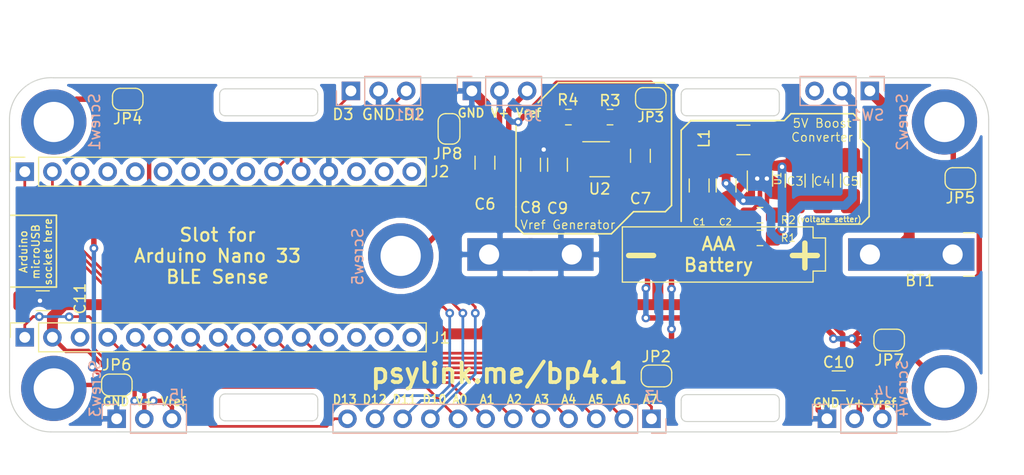
<source format=kicad_pcb>
(kicad_pcb (version 20171130) (host pcbnew 5.1.5+dfsg1-2build2)

  (general
    (thickness 1.6)
    (drawings 93)
    (tracks 306)
    (zones 0)
    (modules 39)
    (nets 43)
  )

  (page A4)
  (layers
    (0 F.Cu signal)
    (31 B.Cu signal)
    (32 B.Adhes user)
    (33 F.Adhes user)
    (34 B.Paste user)
    (35 F.Paste user)
    (36 B.SilkS user)
    (37 F.SilkS user)
    (38 B.Mask user)
    (39 F.Mask user)
    (40 Dwgs.User user)
    (41 Cmts.User user)
    (42 Eco1.User user)
    (43 Eco2.User user)
    (44 Edge.Cuts user)
    (45 Margin user)
    (46 B.CrtYd user)
    (47 F.CrtYd user)
    (48 B.Fab user)
    (49 F.Fab user hide)
  )

  (setup
    (last_trace_width 0.5)
    (user_trace_width 0.4)
    (user_trace_width 0.5)
    (user_trace_width 0.8)
    (user_trace_width 1)
    (trace_clearance 0.2)
    (zone_clearance 0.26)
    (zone_45_only no)
    (trace_min 0.2)
    (via_size 0.8)
    (via_drill 0.4)
    (via_min_size 0.4)
    (via_min_drill 0.3)
    (uvia_size 0.3)
    (uvia_drill 0.1)
    (uvias_allowed no)
    (uvia_min_size 0.2)
    (uvia_min_drill 0.1)
    (edge_width 0.1)
    (segment_width 0.2)
    (pcb_text_width 0.3)
    (pcb_text_size 1.5 1.5)
    (mod_edge_width 0.15)
    (mod_text_size 1 1)
    (mod_text_width 0.15)
    (pad_size 6 6)
    (pad_drill 3.7)
    (pad_to_mask_clearance 0)
    (aux_axis_origin 0 0)
    (visible_elements FFFFFF7F)
    (pcbplotparams
      (layerselection 0x010fc_ffffffff)
      (usegerberextensions false)
      (usegerberattributes false)
      (usegerberadvancedattributes false)
      (creategerberjobfile false)
      (excludeedgelayer true)
      (linewidth 0.100000)
      (plotframeref false)
      (viasonmask false)
      (mode 1)
      (useauxorigin false)
      (hpglpennumber 1)
      (hpglpenspeed 20)
      (hpglpendiameter 15.000000)
      (psnegative false)
      (psa4output false)
      (plotreference true)
      (plotvalue true)
      (plotinvisibletext false)
      (padsonsilk false)
      (subtractmaskfromsilk false)
      (outputformat 1)
      (mirror false)
      (drillshape 1)
      (scaleselection 1)
      (outputdirectory ""))
  )

  (net 0 "")
  (net 1 /GND)
  (net 2 "Net-(BT1-Pad1)")
  (net 3 /Vbat)
  (net 4 /V+)
  (net 5 /OpAmpV+)
  (net 6 /Vref)
  (net 7 /D13)
  (net 8 /AREF)
  (net 9 /A0)
  (net 10 /A1)
  (net 11 /A2)
  (net 12 /A3)
  (net 13 /A4)
  (net 14 /A5)
  (net 15 /A6)
  (net 16 /A7)
  (net 17 /+5V)
  (net 18 /RST2)
  (net 19 /GND2)
  (net 20 /VIN)
  (net 21 /TX)
  (net 22 /RX)
  (net 23 /RST)
  (net 24 /D2)
  (net 25 /D3)
  (net 26 /D4)
  (net 27 /D5)
  (net 28 /D6)
  (net 29 /D7)
  (net 30 /D8)
  (net 31 /D9)
  (net 32 /D11)
  (net 33 /D12)
  (net 34 /L)
  (net 35 /FB)
  (net 36 /Vdiv)
  (net 37 /D10)
  (net 38 "Net-(JP4-Pad2)")
  (net 39 "Net-(JP5-Pad2)")
  (net 40 "Net-(JP6-Pad2)")
  (net 41 "Net-(JP7-Pad2)")
  (net 42 "Net-(JP8-Pad2)")

  (net_class Default "This is the default net class."
    (clearance 0.2)
    (trace_width 0.25)
    (via_dia 0.8)
    (via_drill 0.4)
    (uvia_dia 0.3)
    (uvia_drill 0.1)
    (add_net /+5V)
    (add_net /A0)
    (add_net /A1)
    (add_net /A2)
    (add_net /A3)
    (add_net /A4)
    (add_net /A5)
    (add_net /A6)
    (add_net /A7)
    (add_net /AREF)
    (add_net /D10)
    (add_net /D11)
    (add_net /D12)
    (add_net /D13)
    (add_net /D2)
    (add_net /D3)
    (add_net /D4)
    (add_net /D5)
    (add_net /D6)
    (add_net /D7)
    (add_net /D8)
    (add_net /D9)
    (add_net /FB)
    (add_net /GND)
    (add_net /GND2)
    (add_net /L)
    (add_net /OpAmpV+)
    (add_net /RST)
    (add_net /RST2)
    (add_net /RX)
    (add_net /TX)
    (add_net /V+)
    (add_net /VIN)
    (add_net /Vbat)
    (add_net /Vdiv)
    (add_net /Vref)
    (add_net "Net-(BT1-Pad1)")
    (add_net "Net-(JP4-Pad2)")
    (add_net "Net-(JP5-Pad2)")
    (add_net "Net-(JP6-Pad2)")
    (add_net "Net-(JP7-Pad2)")
    (add_net "Net-(JP8-Pad2)")
  )

  (module PsyLinkFootprints:BatteryHolder_Keystone_82_1xAAA (layer F.Cu) (tedit 60B956F1) (tstamp 61B5008D)
    (at 112.069 41.656 180)
    (descr "1xAAA Battery Holder, Keystone, Two snap-in clips, https://eu.mouser.com/ProductDetail/Keystone-Electronics/82")
    (tags "AAA battery holder Keystone")
    (path /60BF138E)
    (fp_text reference BT1 (at 3 -2.4 180) (layer F.SilkS)
      (effects (font (size 1 1) (thickness 0.15)))
    )
    (fp_text value 1.2V (at 20.955 0) (layer F.Fab)
      (effects (font (size 0.9 0.9) (thickness 0.15)))
    )
    (fp_line (start -2.6 3.8) (end 45.2 3.8) (layer B.CrtYd) (width 0.05))
    (fp_text user %R (at 7.62 0) (layer F.Fab)
      (effects (font (size 1 1) (thickness 0.15)))
    )
    (fp_line (start -2.6 -3.8) (end 45.2 -3.8) (layer B.CrtYd) (width 0.05))
    (fp_line (start -1 2) (end -2 2) (layer F.SilkS) (width 0.12))
    (fp_line (start -2 -2) (end -1 -2) (layer F.SilkS) (width 0.12))
    (fp_text user %R (at 0 0) (layer F.Fab)
      (effects (font (size 1 1) (thickness 0.15)))
    )
    (fp_line (start -2.6 -3.8) (end -2.6 3.8) (layer B.CrtYd) (width 0.05))
    (fp_line (start 10.2 -3.8) (end 10.2 3.8) (layer B.CrtYd) (width 0.05))
    (fp_line (start 32.4 -3.8) (end 32.4 3.8) (layer B.CrtYd) (width 0.05))
    (fp_line (start 45.2 -3.8) (end 45.2 3.8) (layer B.CrtYd) (width 0.05))
    (fp_line (start 12.827 2.54) (end 30.353 2.54) (layer F.SilkS) (width 0.12))
    (fp_line (start 30.353 2.54) (end 30.353 -2.54) (layer F.SilkS) (width 0.12))
    (fp_line (start 30.353 -2.54) (end 12.827 -2.54) (layer F.SilkS) (width 0.12))
    (fp_line (start 11.684 -1.524) (end 11.684 1.524) (layer F.SilkS) (width 0.12))
    (fp_line (start 11.684 1.524) (end 12.827 1.524) (layer F.SilkS) (width 0.12))
    (fp_line (start 11.684 -1.524) (end 12.827 -1.524) (layer F.SilkS) (width 0.12))
    (fp_line (start 12.827 -1.524) (end 12.827 -2.54) (layer F.SilkS) (width 0.12))
    (fp_line (start 12.827 1.524) (end 12.827 2.54) (layer F.SilkS) (width 0.12))
    (pad 2 thru_hole rect (at 35 0 180) (size 6 3) (drill 1.85 (offset 1 0)) (layers *.Cu *.Mask)
      (net 1 /GND))
    (pad 1 thru_hole rect (at 7.6 0 180) (size 6 3) (drill 1.85 (offset -1 0)) (layers *.Cu *.Mask)
      (net 2 "Net-(BT1-Pad1)"))
    (pad 2 thru_hole rect (at 42.6 0 180) (size 6 3) (drill 1.85 (offset -1 0)) (layers *.Cu *.Mask)
      (net 1 /GND))
    (pad 1 thru_hole rect (at 0 0 180) (size 6 3) (drill 1.85 (offset 1 0)) (layers *.Cu *.Mask)
      (net 2 "Net-(BT1-Pad1)"))
  )

  (module Connector_PinSocket_2.54mm:PinSocket_1x15_P2.54mm_Vertical (layer F.Cu) (tedit 5A19A41D) (tstamp 61B500E5)
    (at 26.797 34.036 90)
    (descr "Through hole straight socket strip, 1x15, 2.54mm pitch, single row (from Kicad 4.0.7), script generated")
    (tags "Through hole socket strip THT 1x15 2.54mm single row")
    (path /60BC79E1)
    (fp_text reference J2 (at 0 38.1635 180) (layer F.SilkS)
      (effects (font (size 1 1) (thickness 0.15)))
    )
    (fp_text value "Right Pin Strip" (at 0 38.33 90) (layer F.Fab)
      (effects (font (size 1 1) (thickness 0.15)))
    )
    (fp_text user %R (at 0 17.78) (layer F.Fab)
      (effects (font (size 1 1) (thickness 0.15)))
    )
    (fp_line (start -1.8 37.3) (end -1.8 -1.8) (layer F.CrtYd) (width 0.05))
    (fp_line (start 1.75 37.3) (end -1.8 37.3) (layer F.CrtYd) (width 0.05))
    (fp_line (start 1.75 -1.8) (end 1.75 37.3) (layer F.CrtYd) (width 0.05))
    (fp_line (start -1.8 -1.8) (end 1.75 -1.8) (layer F.CrtYd) (width 0.05))
    (fp_line (start 0 -1.33) (end 1.33 -1.33) (layer F.SilkS) (width 0.12))
    (fp_line (start 1.33 -1.33) (end 1.33 0) (layer F.SilkS) (width 0.12))
    (fp_line (start 1.33 1.27) (end 1.33 36.89) (layer F.SilkS) (width 0.12))
    (fp_line (start -1.33 36.89) (end 1.33 36.89) (layer F.SilkS) (width 0.12))
    (fp_line (start -1.33 1.27) (end -1.33 36.89) (layer F.SilkS) (width 0.12))
    (fp_line (start -1.33 1.27) (end 1.33 1.27) (layer F.SilkS) (width 0.12))
    (fp_line (start -1.27 36.83) (end -1.27 -1.27) (layer F.Fab) (width 0.1))
    (fp_line (start 1.27 36.83) (end -1.27 36.83) (layer F.Fab) (width 0.1))
    (fp_line (start 1.27 -0.635) (end 1.27 36.83) (layer F.Fab) (width 0.1))
    (fp_line (start 0.635 -1.27) (end 1.27 -0.635) (layer F.Fab) (width 0.1))
    (fp_line (start -1.27 -1.27) (end 0.635 -1.27) (layer F.Fab) (width 0.1))
    (pad 15 thru_hole oval (at 0 35.56 90) (size 1.7 1.7) (drill 1) (layers *.Cu *.Mask)
      (net 21 /TX))
    (pad 14 thru_hole oval (at 0 33.02 90) (size 1.7 1.7) (drill 1) (layers *.Cu *.Mask)
      (net 22 /RX))
    (pad 13 thru_hole oval (at 0 30.48 90) (size 1.7 1.7) (drill 1) (layers *.Cu *.Mask)
      (net 23 /RST))
    (pad 12 thru_hole oval (at 0 27.94 90) (size 1.7 1.7) (drill 1) (layers *.Cu *.Mask)
      (net 1 /GND))
    (pad 11 thru_hole oval (at 0 25.4 90) (size 1.7 1.7) (drill 1) (layers *.Cu *.Mask)
      (net 24 /D2))
    (pad 10 thru_hole oval (at 0 22.86 90) (size 1.7 1.7) (drill 1) (layers *.Cu *.Mask)
      (net 25 /D3))
    (pad 9 thru_hole oval (at 0 20.32 90) (size 1.7 1.7) (drill 1) (layers *.Cu *.Mask)
      (net 26 /D4))
    (pad 8 thru_hole oval (at 0 17.78 90) (size 1.7 1.7) (drill 1) (layers *.Cu *.Mask)
      (net 27 /D5))
    (pad 7 thru_hole oval (at 0 15.24 90) (size 1.7 1.7) (drill 1) (layers *.Cu *.Mask)
      (net 28 /D6))
    (pad 6 thru_hole oval (at 0 12.7 90) (size 1.7 1.7) (drill 1) (layers *.Cu *.Mask)
      (net 29 /D7))
    (pad 5 thru_hole oval (at 0 10.16 90) (size 1.7 1.7) (drill 1) (layers *.Cu *.Mask)
      (net 30 /D8))
    (pad 4 thru_hole oval (at 0 7.62 90) (size 1.7 1.7) (drill 1) (layers *.Cu *.Mask)
      (net 31 /D9))
    (pad 3 thru_hole oval (at 0 5.08 90) (size 1.7 1.7) (drill 1) (layers *.Cu *.Mask)
      (net 37 /D10))
    (pad 2 thru_hole oval (at 0 2.54 90) (size 1.7 1.7) (drill 1) (layers *.Cu *.Mask)
      (net 32 /D11))
    (pad 1 thru_hole rect (at 0 0 90) (size 1.7 1.7) (drill 1) (layers *.Cu *.Mask)
      (net 33 /D12))
    (model ${KISYS3DMOD}/Connector_PinSocket_2.54mm.3dshapes/PinSocket_1x15_P2.54mm_Vertical.wrl
      (at (xyz 0 0 0))
      (scale (xyz 1 1 1))
      (rotate (xyz 0 0 0))
    )
  )

  (module Connector_PinSocket_2.54mm:PinSocket_1x03_P2.54mm_Vertical (layer B.Cu) (tedit 5A19A429) (tstamp 61BE9DBA)
    (at 56.769 26.6065 270)
    (descr "Through hole straight socket strip, 1x03, 2.54mm pitch, single row (from Kicad 4.0.7), script generated")
    (tags "Through hole socket strip THT 1x03 2.54mm single row")
    (path /6112D134)
    (fp_text reference JP1 (at 2.2225 -5.334 180) (layer B.SilkS)
      (effects (font (size 1 1) (thickness 0.15)) (justify mirror))
    )
    (fp_text value "Configuration Jumper" (at 0 -7.85 270) (layer B.Fab)
      (effects (font (size 1 1) (thickness 0.15)) (justify mirror))
    )
    (fp_text user %R (at 0 -2.54) (layer B.Fab)
      (effects (font (size 1 1) (thickness 0.15)) (justify mirror))
    )
    (fp_line (start -1.8 -6.85) (end -1.8 1.8) (layer B.CrtYd) (width 0.05))
    (fp_line (start 1.75 -6.85) (end -1.8 -6.85) (layer B.CrtYd) (width 0.05))
    (fp_line (start 1.75 1.8) (end 1.75 -6.85) (layer B.CrtYd) (width 0.05))
    (fp_line (start -1.8 1.8) (end 1.75 1.8) (layer B.CrtYd) (width 0.05))
    (fp_line (start 0 1.33) (end 1.33 1.33) (layer B.SilkS) (width 0.12))
    (fp_line (start 1.33 1.33) (end 1.33 0) (layer B.SilkS) (width 0.12))
    (fp_line (start 1.33 -1.27) (end 1.33 -6.41) (layer B.SilkS) (width 0.12))
    (fp_line (start -1.33 -6.41) (end 1.33 -6.41) (layer B.SilkS) (width 0.12))
    (fp_line (start -1.33 -1.27) (end -1.33 -6.41) (layer B.SilkS) (width 0.12))
    (fp_line (start -1.33 -1.27) (end 1.33 -1.27) (layer B.SilkS) (width 0.12))
    (fp_line (start -1.27 -6.35) (end -1.27 1.27) (layer B.Fab) (width 0.1))
    (fp_line (start 1.27 -6.35) (end -1.27 -6.35) (layer B.Fab) (width 0.1))
    (fp_line (start 1.27 0.635) (end 1.27 -6.35) (layer B.Fab) (width 0.1))
    (fp_line (start 0.635 1.27) (end 1.27 0.635) (layer B.Fab) (width 0.1))
    (fp_line (start -1.27 1.27) (end 0.635 1.27) (layer B.Fab) (width 0.1))
    (pad 3 thru_hole oval (at 0 -5.08 270) (size 1.7 1.7) (drill 1) (layers *.Cu *.Mask)
      (net 24 /D2))
    (pad 2 thru_hole oval (at 0 -2.54 270) (size 1.7 1.7) (drill 1) (layers *.Cu *.Mask)
      (net 1 /GND))
    (pad 1 thru_hole rect (at 0 0 270) (size 1.7 1.7) (drill 1) (layers *.Cu *.Mask)
      (net 25 /D3))
    (model ${KISYS3DMOD}/Connector_PinSocket_2.54mm.3dshapes/PinSocket_1x03_P2.54mm_Vertical.wrl
      (at (xyz 0 0 0))
      (scale (xyz 1 1 1))
      (rotate (xyz 0 0 0))
    )
  )

  (module Jumper:SolderJumper-2_P1.3mm_Open_RoundedPad1.0x1.5mm (layer F.Cu) (tedit 5B391E66) (tstamp 61B50341)
    (at 84.851 52.832 180)
    (descr "SMD Solder Jumper, 1x1.5mm, rounded Pads, 0.3mm gap, open")
    (tags "solder jumper open")
    (path /60F6BC38)
    (attr virtual)
    (fp_text reference JP2 (at 0.015 1.778) (layer F.SilkS)
      (effects (font (size 1 1) (thickness 0.15)))
    )
    (fp_text value "Solder Jumper" (at 0 1.9) (layer F.Fab)
      (effects (font (size 1 1) (thickness 0.15)))
    )
    (fp_arc (start 0.7 -0.3) (end 1.4 -0.3) (angle -90) (layer F.SilkS) (width 0.12))
    (fp_arc (start 0.7 0.3) (end 0.7 1) (angle -90) (layer F.SilkS) (width 0.12))
    (fp_arc (start -0.7 0.3) (end -1.4 0.3) (angle -90) (layer F.SilkS) (width 0.12))
    (fp_arc (start -0.7 -0.3) (end -0.7 -1) (angle -90) (layer F.SilkS) (width 0.12))
    (fp_line (start -1.4 0.3) (end -1.4 -0.3) (layer F.SilkS) (width 0.12))
    (fp_line (start 0.7 1) (end -0.7 1) (layer F.SilkS) (width 0.12))
    (fp_line (start 1.4 -0.3) (end 1.4 0.3) (layer F.SilkS) (width 0.12))
    (fp_line (start -0.7 -1) (end 0.7 -1) (layer F.SilkS) (width 0.12))
    (fp_line (start -1.65 -1.25) (end 1.65 -1.25) (layer F.CrtYd) (width 0.05))
    (fp_line (start -1.65 -1.25) (end -1.65 1.25) (layer F.CrtYd) (width 0.05))
    (fp_line (start 1.65 1.25) (end 1.65 -1.25) (layer F.CrtYd) (width 0.05))
    (fp_line (start 1.65 1.25) (end -1.65 1.25) (layer F.CrtYd) (width 0.05))
    (pad 1 smd custom (at -0.65 0 180) (size 1 0.5) (layers F.Cu F.Mask)
      (net 3 /Vbat) (zone_connect 2)
      (options (clearance outline) (anchor rect))
      (primitives
        (gr_circle (center 0 0.25) (end 0.5 0.25) (width 0))
        (gr_circle (center 0 -0.25) (end 0.5 -0.25) (width 0))
        (gr_poly (pts
           (xy 0 -0.75) (xy 0.5 -0.75) (xy 0.5 0.75) (xy 0 0.75)) (width 0))
      ))
    (pad 2 smd custom (at 0.65 0 180) (size 1 0.5) (layers F.Cu F.Mask)
      (net 16 /A7) (zone_connect 2)
      (options (clearance outline) (anchor rect))
      (primitives
        (gr_circle (center 0 0.25) (end 0.5 0.25) (width 0))
        (gr_circle (center 0 -0.25) (end 0.5 -0.25) (width 0))
        (gr_poly (pts
           (xy 0 -0.75) (xy -0.5 -0.75) (xy -0.5 0.75) (xy 0 0.75)) (width 0))
      ))
  )

  (module Jumper:SolderJumper-2_P1.3mm_Open_RoundedPad1.0x1.5mm (layer F.Cu) (tedit 5B391E66) (tstamp 61B501D3)
    (at 84.328 27.305 180)
    (descr "SMD Solder Jumper, 1x1.5mm, rounded Pads, 0.3mm gap, open")
    (tags "solder jumper open")
    (path /60E0C5DF)
    (attr virtual)
    (fp_text reference JP3 (at 0 -1.7145) (layer F.SilkS)
      (effects (font (size 0.9 0.9) (thickness 0.15)))
    )
    (fp_text value "Solder Jumper" (at 0 1.9) (layer F.Fab)
      (effects (font (size 1 1) (thickness 0.15)))
    )
    (fp_line (start 1.65 1.25) (end -1.65 1.25) (layer F.CrtYd) (width 0.05))
    (fp_line (start 1.65 1.25) (end 1.65 -1.25) (layer F.CrtYd) (width 0.05))
    (fp_line (start -1.65 -1.25) (end -1.65 1.25) (layer F.CrtYd) (width 0.05))
    (fp_line (start -1.65 -1.25) (end 1.65 -1.25) (layer F.CrtYd) (width 0.05))
    (fp_line (start -0.7 -1) (end 0.7 -1) (layer F.SilkS) (width 0.12))
    (fp_line (start 1.4 -0.3) (end 1.4 0.3) (layer F.SilkS) (width 0.12))
    (fp_line (start 0.7 1) (end -0.7 1) (layer F.SilkS) (width 0.12))
    (fp_line (start -1.4 0.3) (end -1.4 -0.3) (layer F.SilkS) (width 0.12))
    (fp_arc (start -0.7 -0.3) (end -0.7 -1) (angle -90) (layer F.SilkS) (width 0.12))
    (fp_arc (start -0.7 0.3) (end -1.4 0.3) (angle -90) (layer F.SilkS) (width 0.12))
    (fp_arc (start 0.7 0.3) (end 0.7 1) (angle -90) (layer F.SilkS) (width 0.12))
    (fp_arc (start 0.7 -0.3) (end 1.4 -0.3) (angle -90) (layer F.SilkS) (width 0.12))
    (pad 2 smd custom (at 0.65 0 180) (size 1 0.5) (layers F.Cu F.Mask)
      (net 5 /OpAmpV+) (zone_connect 2)
      (options (clearance outline) (anchor rect))
      (primitives
        (gr_circle (center 0 0.25) (end 0.5 0.25) (width 0))
        (gr_circle (center 0 -0.25) (end 0.5 -0.25) (width 0))
        (gr_poly (pts
           (xy 0 -0.75) (xy -0.5 -0.75) (xy -0.5 0.75) (xy 0 0.75)) (width 0))
      ))
    (pad 1 smd custom (at -0.65 0 180) (size 1 0.5) (layers F.Cu F.Mask)
      (net 4 /V+) (zone_connect 2)
      (options (clearance outline) (anchor rect))
      (primitives
        (gr_circle (center 0 0.25) (end 0.5 0.25) (width 0))
        (gr_circle (center 0 -0.25) (end 0.5 -0.25) (width 0))
        (gr_poly (pts
           (xy 0 -0.75) (xy 0.5 -0.75) (xy 0.5 0.75) (xy 0 0.75)) (width 0))
      ))
  )

  (module Connector_PinSocket_2.54mm:PinSocket_1x03_P2.54mm_Vertical (layer B.Cu) (tedit 5A19A429) (tstamp 61BE772B)
    (at 104.4575 26.6065 90)
    (descr "Through hole straight socket strip, 1x03, 2.54mm pitch, single row (from Kicad 4.0.7), script generated")
    (tags "Through hole socket strip THT 1x03 2.54mm single row")
    (path /60BF481E)
    (fp_text reference SW1 (at -2.2225 -0.1905 180) (layer B.SilkS)
      (effects (font (size 1 1) (thickness 0.15)) (justify mirror))
    )
    (fp_text value "Power Switch" (at 0 -7.85 270) (layer B.Fab)
      (effects (font (size 1 1) (thickness 0.15)) (justify mirror))
    )
    (fp_line (start -1.27 1.27) (end 0.635 1.27) (layer B.Fab) (width 0.1))
    (fp_line (start 0.635 1.27) (end 1.27 0.635) (layer B.Fab) (width 0.1))
    (fp_line (start 1.27 0.635) (end 1.27 -6.35) (layer B.Fab) (width 0.1))
    (fp_line (start 1.27 -6.35) (end -1.27 -6.35) (layer B.Fab) (width 0.1))
    (fp_line (start -1.27 -6.35) (end -1.27 1.27) (layer B.Fab) (width 0.1))
    (fp_line (start -1.33 -1.27) (end 1.33 -1.27) (layer B.SilkS) (width 0.12))
    (fp_line (start -1.33 -1.27) (end -1.33 -6.41) (layer B.SilkS) (width 0.12))
    (fp_line (start -1.33 -6.41) (end 1.33 -6.41) (layer B.SilkS) (width 0.12))
    (fp_line (start 1.33 -1.27) (end 1.33 -6.41) (layer B.SilkS) (width 0.12))
    (fp_line (start 1.33 1.33) (end 1.33 0) (layer B.SilkS) (width 0.12))
    (fp_line (start 0 1.33) (end 1.33 1.33) (layer B.SilkS) (width 0.12))
    (fp_line (start -1.8 1.8) (end 1.75 1.8) (layer B.CrtYd) (width 0.05))
    (fp_line (start 1.75 1.8) (end 1.75 -6.85) (layer B.CrtYd) (width 0.05))
    (fp_line (start 1.75 -6.85) (end -1.8 -6.85) (layer B.CrtYd) (width 0.05))
    (fp_line (start -1.8 -6.85) (end -1.8 1.8) (layer B.CrtYd) (width 0.05))
    (fp_text user %R (at 0 -2.54) (layer B.Fab)
      (effects (font (size 1 1) (thickness 0.15)) (justify mirror))
    )
    (pad 1 thru_hole rect (at 0 0 90) (size 1.7 1.7) (drill 1) (layers *.Cu *.Mask)
      (net 2 "Net-(BT1-Pad1)"))
    (pad 2 thru_hole oval (at 0 -2.54 90) (size 1.7 1.7) (drill 1) (layers *.Cu *.Mask)
      (net 3 /Vbat))
    (pad 3 thru_hole oval (at 0 -5.08 90) (size 1.7 1.7) (drill 1) (layers *.Cu *.Mask))
    (model ${KISYS3DMOD}/Connector_PinSocket_2.54mm.3dshapes/PinSocket_1x03_P2.54mm_Vertical.wrl
      (at (xyz 0 0 0))
      (scale (xyz 1 1 1))
      (rotate (xyz 0 0 0))
    )
  )

  (module Package_TO_SOT_SMD:Texas_R-PDSO-G6 (layer F.Cu) (tedit 61B51381) (tstamp 61B4FFE8)
    (at 94.361 34.671 90)
    (descr "R-PDSO-G6, http://www.ti.com/lit/ds/slis144b/slis144b.pdf")
    (tags "R-PDSO-G6 SC-70-6")
    (path /60BEF8B9)
    (attr smd)
    (fp_text reference U1 (at 0 1.651 270) (layer F.SilkS)
      (effects (font (size 0.6 0.6) (thickness 0.1)))
    )
    (fp_text value TPS61220DCK (at 0 2 90) (layer F.Fab)
      (effects (font (size 1 1) (thickness 0.15)))
    )
    (fp_line (start -0.175 -1.1) (end -0.675 -0.6) (layer F.Fab) (width 0.1))
    (fp_line (start 0.675 1.1) (end -0.675 1.1) (layer F.Fab) (width 0.1))
    (fp_line (start 0.675 -1.1) (end 0.675 1.1) (layer F.Fab) (width 0.1))
    (fp_line (start -1.6 1.4) (end 1.6 1.4) (layer F.CrtYd) (width 0.05))
    (fp_line (start -0.675 -0.6) (end -0.675 1.1) (layer F.Fab) (width 0.1))
    (fp_line (start 0.675 -1.1) (end -0.175 -1.1) (layer F.Fab) (width 0.1))
    (fp_line (start -1.6 -1.4) (end 1.6 -1.4) (layer F.CrtYd) (width 0.05))
    (fp_line (start -1.6 -1.4) (end -1.6 1.4) (layer F.CrtYd) (width 0.05))
    (fp_line (start 1.6 1.4) (end 1.6 -1.4) (layer F.CrtYd) (width 0.05))
    (fp_line (start -0.7 1.16) (end 0.7 1.16) (layer F.SilkS) (width 0.12))
    (fp_line (start 0.7 -1.16) (end -1.2 -1.16) (layer F.SilkS) (width 0.12))
    (fp_text user %R (at 0 0) (layer F.Fab)
      (effects (font (size 0.5 0.5) (thickness 0.075)))
    )
    (pad 6 smd rect (at 1.3 -0.65 90) (size 1.3 0.4) (layers F.Cu F.Paste F.Mask)
      (net 3 /Vbat))
    (pad 4 smd rect (at 1.3 0.65 90) (size 1.3 0.4) (layers F.Cu F.Paste F.Mask)
      (net 4 /V+))
    (pad 2 smd rect (at -1.3 0 90) (size 1.3 0.4) (layers F.Cu F.Paste F.Mask)
      (net 35 /FB))
    (pad 5 smd rect (at 1.3 0 90) (size 1.3 0.4) (layers F.Cu F.Paste F.Mask)
      (net 34 /L))
    (pad 3 smd rect (at -1.3 0.65 90) (size 1.3 0.4) (layers F.Cu F.Paste F.Mask)
      (net 1 /GND))
    (pad 1 smd rect (at -1.3 -0.65 90) (size 1.3 0.4) (layers F.Cu F.Paste F.Mask)
      (net 3 /Vbat))
    (model ${KISYS3DMOD}/Package_TO_SOT_SMD.3dshapes/SOT-363_SC-70-6.wrl
      (at (xyz 0 0 0))
      (scale (xyz 1 1 1))
      (rotate (xyz 0 0 0))
    )
  )

  (module Package_TO_SOT_SMD:SOT-23-5 (layer F.Cu) (tedit 61B513D0) (tstamp 61B503CE)
    (at 79.629 32.893)
    (descr "5-pin SOT23 package")
    (tags SOT-23-5)
    (path /60DAB6F6)
    (attr smd)
    (fp_text reference U2 (at 0 2.7305) (layer F.SilkS)
      (effects (font (size 1 1) (thickness 0.15)))
    )
    (fp_text value LM321 (at 0 2.9) (layer F.Fab)
      (effects (font (size 1 1) (thickness 0.15)))
    )
    (fp_text user %R (at 0 0 90) (layer F.Fab)
      (effects (font (size 0.5 0.5) (thickness 0.075)))
    )
    (fp_line (start -0.9 1.61) (end 0.9 1.61) (layer F.SilkS) (width 0.12))
    (fp_line (start 0.9 -1.61) (end -1.55 -1.61) (layer F.SilkS) (width 0.12))
    (fp_line (start -1.9 -1.8) (end 1.9 -1.8) (layer F.CrtYd) (width 0.05))
    (fp_line (start 1.9 -1.8) (end 1.9 1.8) (layer F.CrtYd) (width 0.05))
    (fp_line (start 1.9 1.8) (end -1.9 1.8) (layer F.CrtYd) (width 0.05))
    (fp_line (start -1.9 1.8) (end -1.9 -1.8) (layer F.CrtYd) (width 0.05))
    (fp_line (start -0.9 -0.9) (end -0.25 -1.55) (layer F.Fab) (width 0.1))
    (fp_line (start 0.9 -1.55) (end -0.25 -1.55) (layer F.Fab) (width 0.1))
    (fp_line (start -0.9 -0.9) (end -0.9 1.55) (layer F.Fab) (width 0.1))
    (fp_line (start 0.9 1.55) (end -0.9 1.55) (layer F.Fab) (width 0.1))
    (fp_line (start 0.9 -1.55) (end 0.9 1.55) (layer F.Fab) (width 0.1))
    (pad 1 smd rect (at -1.6 -0.95) (size 2.06 0.65) (layers F.Cu F.Paste F.Mask)
      (net 36 /Vdiv))
    (pad 2 smd rect (at -1.6 0) (size 2.06 0.65) (layers F.Cu F.Paste F.Mask)
      (net 1 /GND))
    (pad 3 smd rect (at -1.6 0.95) (size 2.06 0.65) (layers F.Cu F.Paste F.Mask)
      (net 6 /Vref))
    (pad 4 smd rect (at 1.6 0.95) (size 2.06 0.65) (layers F.Cu F.Paste F.Mask)
      (net 6 /Vref))
    (pad 5 smd rect (at 1.6 -0.95) (size 2.06 0.65) (layers F.Cu F.Paste F.Mask)
      (net 5 /OpAmpV+))
    (model ${KISYS3DMOD}/Package_TO_SOT_SMD.3dshapes/SOT-23-5.wrl
      (at (xyz 0 0 0))
      (scale (xyz 1 1 1))
      (rotate (xyz 0 0 0))
    )
  )

  (module Capacitor_SMD:C_1206_3216Metric_Pad1.42x1.75mm_HandSolder (layer F.Cu) (tedit 61B5199C) (tstamp 61B73ACB)
    (at 88.773 35.306 90)
    (descr "Capacitor SMD 1206 (3216 Metric), square (rectangular) end terminal, IPC_7351 nominal with elongated pad for handsoldering. (Body size source: http://www.tortai-tech.com/upload/download/2011102023233369053.pdf), generated with kicad-footprint-generator")
    (tags "capacitor handsolder")
    (path /60DC86D8)
    (attr smd)
    (fp_text reference C1 (at -3.3655 0 180) (layer F.SilkS)
      (effects (font (size 0.6 0.6) (thickness 0.1)))
    )
    (fp_text value 10uF (at 0 1.82 90) (layer F.Fab)
      (effects (font (size 1 1) (thickness 0.15)))
    )
    (fp_text user %R (at 0 0 90) (layer F.Fab)
      (effects (font (size 0.8 0.8) (thickness 0.12)))
    )
    (fp_line (start 2.45 1.12) (end -2.45 1.12) (layer F.CrtYd) (width 0.05))
    (fp_line (start 2.45 -1.12) (end 2.45 1.12) (layer F.CrtYd) (width 0.05))
    (fp_line (start -2.45 -1.12) (end 2.45 -1.12) (layer F.CrtYd) (width 0.05))
    (fp_line (start -2.45 1.12) (end -2.45 -1.12) (layer F.CrtYd) (width 0.05))
    (fp_line (start -0.602064 0.91) (end 0.602064 0.91) (layer F.SilkS) (width 0.12))
    (fp_line (start -0.602064 -0.91) (end 0.602064 -0.91) (layer F.SilkS) (width 0.12))
    (fp_line (start 1.6 0.8) (end -1.6 0.8) (layer F.Fab) (width 0.1))
    (fp_line (start 1.6 -0.8) (end 1.6 0.8) (layer F.Fab) (width 0.1))
    (fp_line (start -1.6 -0.8) (end 1.6 -0.8) (layer F.Fab) (width 0.1))
    (fp_line (start -1.6 0.8) (end -1.6 -0.8) (layer F.Fab) (width 0.1))
    (pad 2 smd roundrect (at 1.8875 0 90) (size 2.225 1.75) (layers F.Cu F.Paste F.Mask) (roundrect_rratio 0.175)
      (net 3 /Vbat))
    (pad 1 smd roundrect (at -1.8875 0 90) (size 2.225 1.75) (layers F.Cu F.Paste F.Mask) (roundrect_rratio 0.175)
      (net 1 /GND))
    (model ${KISYS3DMOD}/Capacitor_SMD.3dshapes/C_1206_3216Metric.wrl
      (at (xyz 0 0 0))
      (scale (xyz 1 1 1))
      (rotate (xyz 0 0 0))
    )
  )

  (module Capacitor_SMD:C_1206_3216Metric_Pad1.42x1.75mm_HandSolder (layer F.Cu) (tedit 61B519DB) (tstamp 61B68951)
    (at 91.2495 35.306 90)
    (descr "Capacitor SMD 1206 (3216 Metric), square (rectangular) end terminal, IPC_7351 nominal with elongated pad for handsoldering. (Body size source: http://www.tortai-tech.com/upload/download/2011102023233369053.pdf), generated with kicad-footprint-generator")
    (tags "capacitor handsolder")
    (path /60CBE5F6)
    (attr smd)
    (fp_text reference C2 (at -3.3655 -0.0635) (layer F.SilkS)
      (effects (font (size 0.6 0.6) (thickness 0.1)))
    )
    (fp_text value 100uF (at 0 1.82 90) (layer F.Fab)
      (effects (font (size 1 1) (thickness 0.15)))
    )
    (fp_line (start -1.6 0.8) (end -1.6 -0.8) (layer F.Fab) (width 0.1))
    (fp_line (start -1.6 -0.8) (end 1.6 -0.8) (layer F.Fab) (width 0.1))
    (fp_line (start 1.6 -0.8) (end 1.6 0.8) (layer F.Fab) (width 0.1))
    (fp_line (start 1.6 0.8) (end -1.6 0.8) (layer F.Fab) (width 0.1))
    (fp_line (start -0.602064 -0.91) (end 0.602064 -0.91) (layer F.SilkS) (width 0.12))
    (fp_line (start -0.602064 0.91) (end 0.602064 0.91) (layer F.SilkS) (width 0.12))
    (fp_line (start -2.45 1.12) (end -2.45 -1.12) (layer F.CrtYd) (width 0.05))
    (fp_line (start -2.45 -1.12) (end 2.45 -1.12) (layer F.CrtYd) (width 0.05))
    (fp_line (start 2.45 -1.12) (end 2.45 1.12) (layer F.CrtYd) (width 0.05))
    (fp_line (start 2.45 1.12) (end -2.45 1.12) (layer F.CrtYd) (width 0.05))
    (fp_text user %R (at 0 0 90) (layer F.Fab)
      (effects (font (size 0.8 0.8) (thickness 0.12)))
    )
    (pad 1 smd roundrect (at -1.8875 0 90) (size 2.225 1.75) (layers F.Cu F.Paste F.Mask) (roundrect_rratio 0.175)
      (net 1 /GND))
    (pad 2 smd roundrect (at 1.6875 0 90) (size 1.825 1.75) (layers F.Cu F.Paste F.Mask) (roundrect_rratio 0.175)
      (net 3 /Vbat))
    (model ${KISYS3DMOD}/Capacitor_SMD.3dshapes/C_1206_3216Metric.wrl
      (at (xyz 0 0 0))
      (scale (xyz 1 1 1))
      (rotate (xyz 0 0 0))
    )
  )

  (module Capacitor_SMD:C_1206_3216Metric_Pad1.42x1.75mm_HandSolder (layer F.Cu) (tedit 61B5183D) (tstamp 61B5B462)
    (at 97.5995 34.8615 270)
    (descr "Capacitor SMD 1206 (3216 Metric), square (rectangular) end terminal, IPC_7351 nominal with elongated pad for handsoldering. (Body size source: http://www.tortai-tech.com/upload/download/2011102023233369053.pdf), generated with kicad-footprint-generator")
    (tags "capacitor handsolder")
    (path /60CBD3AB)
    (attr smd)
    (fp_text reference C3 (at 0.0635 0 180) (layer F.SilkS)
      (effects (font (size 0.8 0.8) (thickness 0.1)))
    )
    (fp_text value 100uF (at 0 1.82 90) (layer F.Fab)
      (effects (font (size 1 1) (thickness 0.15)))
    )
    (fp_text user %R (at 0 0 90) (layer F.Fab)
      (effects (font (size 0.8 0.8) (thickness 0.12)))
    )
    (fp_line (start 2.45 1.12) (end -2.45 1.12) (layer F.CrtYd) (width 0.05))
    (fp_line (start 2.45 -1.12) (end 2.45 1.12) (layer F.CrtYd) (width 0.05))
    (fp_line (start -2.45 -1.12) (end 2.45 -1.12) (layer F.CrtYd) (width 0.05))
    (fp_line (start -2.45 1.12) (end -2.45 -1.12) (layer F.CrtYd) (width 0.05))
    (fp_line (start -0.602064 0.91) (end 0.602064 0.91) (layer F.SilkS) (width 0.12))
    (fp_line (start -0.602064 -0.91) (end 0.602064 -0.91) (layer F.SilkS) (width 0.12))
    (fp_line (start 1.6 0.8) (end -1.6 0.8) (layer F.Fab) (width 0.1))
    (fp_line (start 1.6 -0.8) (end 1.6 0.8) (layer F.Fab) (width 0.1))
    (fp_line (start -1.6 -0.8) (end 1.6 -0.8) (layer F.Fab) (width 0.1))
    (fp_line (start -1.6 0.8) (end -1.6 -0.8) (layer F.Fab) (width 0.1))
    (pad 2 smd roundrect (at 1.8875 0 270) (size 2.225 1.75) (layers F.Cu F.Paste F.Mask) (roundrect_rratio 0.175)
      (net 1 /GND))
    (pad 1 smd roundrect (at -1.8875 0 270) (size 2.225 1.75) (layers F.Cu F.Paste F.Mask) (roundrect_rratio 0.175)
      (net 4 /V+))
    (model ${KISYS3DMOD}/Capacitor_SMD.3dshapes/C_1206_3216Metric.wrl
      (at (xyz 0 0 0))
      (scale (xyz 1 1 1))
      (rotate (xyz 0 0 0))
    )
  )

  (module Capacitor_SMD:C_1206_3216Metric_Pad1.42x1.75mm_HandSolder (layer F.Cu) (tedit 61B51844) (tstamp 61B5B472)
    (at 100.1395 34.8615 270)
    (descr "Capacitor SMD 1206 (3216 Metric), square (rectangular) end terminal, IPC_7351 nominal with elongated pad for handsoldering. (Body size source: http://www.tortai-tech.com/upload/download/2011102023233369053.pdf), generated with kicad-footprint-generator")
    (tags "capacitor handsolder")
    (path /60CB80A8)
    (attr smd)
    (fp_text reference C4 (at 0.0635 0.0635 180) (layer F.SilkS)
      (effects (font (size 0.8 0.8) (thickness 0.1)))
    )
    (fp_text value 10uF (at 0 1.82 90) (layer F.Fab)
      (effects (font (size 1 1) (thickness 0.15)))
    )
    (fp_line (start -1.6 0.8) (end -1.6 -0.8) (layer F.Fab) (width 0.1))
    (fp_line (start -1.6 -0.8) (end 1.6 -0.8) (layer F.Fab) (width 0.1))
    (fp_line (start 1.6 -0.8) (end 1.6 0.8) (layer F.Fab) (width 0.1))
    (fp_line (start 1.6 0.8) (end -1.6 0.8) (layer F.Fab) (width 0.1))
    (fp_line (start -0.602064 -0.91) (end 0.602064 -0.91) (layer F.SilkS) (width 0.12))
    (fp_line (start -0.602064 0.91) (end 0.602064 0.91) (layer F.SilkS) (width 0.12))
    (fp_line (start -2.45 1.12) (end -2.45 -1.12) (layer F.CrtYd) (width 0.05))
    (fp_line (start -2.45 -1.12) (end 2.45 -1.12) (layer F.CrtYd) (width 0.05))
    (fp_line (start 2.45 -1.12) (end 2.45 1.12) (layer F.CrtYd) (width 0.05))
    (fp_line (start 2.45 1.12) (end -2.45 1.12) (layer F.CrtYd) (width 0.05))
    (fp_text user %R (at 0 0 90) (layer F.Fab)
      (effects (font (size 0.8 0.8) (thickness 0.12)))
    )
    (pad 1 smd roundrect (at -1.8875 0 270) (size 2.225 1.75) (layers F.Cu F.Paste F.Mask) (roundrect_rratio 0.175)
      (net 4 /V+))
    (pad 2 smd roundrect (at 1.8875 0 270) (size 2.225 1.75) (layers F.Cu F.Paste F.Mask) (roundrect_rratio 0.175)
      (net 1 /GND))
    (model ${KISYS3DMOD}/Capacitor_SMD.3dshapes/C_1206_3216Metric.wrl
      (at (xyz 0 0 0))
      (scale (xyz 1 1 1))
      (rotate (xyz 0 0 0))
    )
  )

  (module Capacitor_SMD:C_1206_3216Metric_Pad1.42x1.75mm_HandSolder (layer F.Cu) (tedit 61B5184E) (tstamp 61B5B482)
    (at 102.6795 34.8615 270)
    (descr "Capacitor SMD 1206 (3216 Metric), square (rectangular) end terminal, IPC_7351 nominal with elongated pad for handsoldering. (Body size source: http://www.tortai-tech.com/upload/download/2011102023233369053.pdf), generated with kicad-footprint-generator")
    (tags "capacitor handsolder")
    (path /610A50CC)
    (attr smd)
    (fp_text reference C5 (at 0.0635 0 180) (layer F.SilkS)
      (effects (font (size 0.8 0.8) (thickness 0.1)))
    )
    (fp_text value 10uF (at 0 1.82 90) (layer F.Fab)
      (effects (font (size 1 1) (thickness 0.15)))
    )
    (fp_line (start -1.6 0.8) (end -1.6 -0.8) (layer F.Fab) (width 0.1))
    (fp_line (start -1.6 -0.8) (end 1.6 -0.8) (layer F.Fab) (width 0.1))
    (fp_line (start 1.6 -0.8) (end 1.6 0.8) (layer F.Fab) (width 0.1))
    (fp_line (start 1.6 0.8) (end -1.6 0.8) (layer F.Fab) (width 0.1))
    (fp_line (start -0.602064 -0.91) (end 0.602064 -0.91) (layer F.SilkS) (width 0.12))
    (fp_line (start -0.602064 0.91) (end 0.602064 0.91) (layer F.SilkS) (width 0.12))
    (fp_line (start -2.45 1.12) (end -2.45 -1.12) (layer F.CrtYd) (width 0.05))
    (fp_line (start -2.45 -1.12) (end 2.45 -1.12) (layer F.CrtYd) (width 0.05))
    (fp_line (start 2.45 -1.12) (end 2.45 1.12) (layer F.CrtYd) (width 0.05))
    (fp_line (start 2.45 1.12) (end -2.45 1.12) (layer F.CrtYd) (width 0.05))
    (fp_text user %R (at 0 0 90) (layer F.Fab)
      (effects (font (size 0.8 0.8) (thickness 0.12)))
    )
    (pad 1 smd roundrect (at -1.8875 0 270) (size 2.225 1.75) (layers F.Cu F.Paste F.Mask) (roundrect_rratio 0.175)
      (net 4 /V+))
    (pad 2 smd roundrect (at 1.8875 0 270) (size 2.225 1.75) (layers F.Cu F.Paste F.Mask) (roundrect_rratio 0.175)
      (net 1 /GND))
    (model ${KISYS3DMOD}/Capacitor_SMD.3dshapes/C_1206_3216Metric.wrl
      (at (xyz 0 0 0))
      (scale (xyz 1 1 1))
      (rotate (xyz 0 0 0))
    )
  )

  (module Capacitor_SMD:C_1206_3216Metric_Pad1.42x1.75mm_HandSolder (layer F.Cu) (tedit 61B51878) (tstamp 61B5B492)
    (at 69.088 33.2105 90)
    (descr "Capacitor SMD 1206 (3216 Metric), square (rectangular) end terminal, IPC_7351 nominal with elongated pad for handsoldering. (Body size source: http://www.tortai-tech.com/upload/download/2011102023233369053.pdf), generated with kicad-footprint-generator")
    (tags "capacitor handsolder")
    (path /610A53F1)
    (attr smd)
    (fp_text reference C6 (at -3.81 0 180) (layer F.SilkS)
      (effects (font (size 1 1) (thickness 0.15)))
    )
    (fp_text value 10uF (at 0 1.82 90) (layer F.Fab)
      (effects (font (size 1 1) (thickness 0.15)))
    )
    (fp_text user %R (at 0 0 90) (layer F.Fab)
      (effects (font (size 0.8 0.8) (thickness 0.12)))
    )
    (fp_line (start 2.45 1.12) (end -2.45 1.12) (layer F.CrtYd) (width 0.05))
    (fp_line (start 2.45 -1.12) (end 2.45 1.12) (layer F.CrtYd) (width 0.05))
    (fp_line (start -2.45 -1.12) (end 2.45 -1.12) (layer F.CrtYd) (width 0.05))
    (fp_line (start -2.45 1.12) (end -2.45 -1.12) (layer F.CrtYd) (width 0.05))
    (fp_line (start -0.602064 0.91) (end 0.602064 0.91) (layer F.SilkS) (width 0.12))
    (fp_line (start -0.602064 -0.91) (end 0.602064 -0.91) (layer F.SilkS) (width 0.12))
    (fp_line (start 1.6 0.8) (end -1.6 0.8) (layer F.Fab) (width 0.1))
    (fp_line (start 1.6 -0.8) (end 1.6 0.8) (layer F.Fab) (width 0.1))
    (fp_line (start -1.6 -0.8) (end 1.6 -0.8) (layer F.Fab) (width 0.1))
    (fp_line (start -1.6 0.8) (end -1.6 -0.8) (layer F.Fab) (width 0.1))
    (pad 2 smd roundrect (at 1.8875 0 90) (size 2.225 1.75) (layers F.Cu F.Paste F.Mask) (roundrect_rratio 0.175)
      (net 1 /GND))
    (pad 1 smd roundrect (at -1.8875 0 90) (size 2.225 1.75) (layers F.Cu F.Paste F.Mask) (roundrect_rratio 0.175)
      (net 4 /V+))
    (model ${KISYS3DMOD}/Capacitor_SMD.3dshapes/C_1206_3216Metric.wrl
      (at (xyz 0 0 0))
      (scale (xyz 1 1 1))
      (rotate (xyz 0 0 0))
    )
  )

  (module Capacitor_SMD:C_1206_3216Metric_Pad1.42x1.75mm_HandSolder (layer F.Cu) (tedit 61B51906) (tstamp 61B5B4A2)
    (at 83.3755 32.5755 270)
    (descr "Capacitor SMD 1206 (3216 Metric), square (rectangular) end terminal, IPC_7351 nominal with elongated pad for handsoldering. (Body size source: http://www.tortai-tech.com/upload/download/2011102023233369053.pdf), generated with kicad-footprint-generator")
    (tags "capacitor handsolder")
    (path /60CB87C5)
    (attr smd)
    (fp_text reference C7 (at 3.937 0 180) (layer F.SilkS)
      (effects (font (size 1 1) (thickness 0.15)))
    )
    (fp_text value 100uF (at 0 1.82 90) (layer F.Fab)
      (effects (font (size 1 1) (thickness 0.15)))
    )
    (fp_line (start -1.6 0.8) (end -1.6 -0.8) (layer F.Fab) (width 0.1))
    (fp_line (start -1.6 -0.8) (end 1.6 -0.8) (layer F.Fab) (width 0.1))
    (fp_line (start 1.6 -0.8) (end 1.6 0.8) (layer F.Fab) (width 0.1))
    (fp_line (start 1.6 0.8) (end -1.6 0.8) (layer F.Fab) (width 0.1))
    (fp_line (start -0.602064 -0.91) (end 0.602064 -0.91) (layer F.SilkS) (width 0.12))
    (fp_line (start -0.602064 0.91) (end 0.602064 0.91) (layer F.SilkS) (width 0.12))
    (fp_line (start -2.45 1.12) (end -2.45 -1.12) (layer F.CrtYd) (width 0.05))
    (fp_line (start -2.45 -1.12) (end 2.45 -1.12) (layer F.CrtYd) (width 0.05))
    (fp_line (start 2.45 -1.12) (end 2.45 1.12) (layer F.CrtYd) (width 0.05))
    (fp_line (start 2.45 1.12) (end -2.45 1.12) (layer F.CrtYd) (width 0.05))
    (fp_text user %R (at 0 0 90) (layer F.Fab)
      (effects (font (size 0.8 0.8) (thickness 0.12)))
    )
    (pad 1 smd roundrect (at -1.8875 0 270) (size 2.225 1.75) (layers F.Cu F.Paste F.Mask) (roundrect_rratio 0.175)
      (net 5 /OpAmpV+))
    (pad 2 smd roundrect (at 1.8875 0 270) (size 2.225 1.75) (layers F.Cu F.Paste F.Mask) (roundrect_rratio 0.175)
      (net 1 /GND))
    (model ${KISYS3DMOD}/Capacitor_SMD.3dshapes/C_1206_3216Metric.wrl
      (at (xyz 0 0 0))
      (scale (xyz 1 1 1))
      (rotate (xyz 0 0 0))
    )
  )

  (module Capacitor_SMD:C_1206_3216Metric_Pad1.42x1.75mm_HandSolder (layer F.Cu) (tedit 61B518E0) (tstamp 61B5B4B2)
    (at 73.279 33.401 90)
    (descr "Capacitor SMD 1206 (3216 Metric), square (rectangular) end terminal, IPC_7351 nominal with elongated pad for handsoldering. (Body size source: http://www.tortai-tech.com/upload/download/2011102023233369053.pdf), generated with kicad-footprint-generator")
    (tags "capacitor handsolder")
    (path /60BC536C)
    (attr smd)
    (fp_text reference C8 (at -3.937 0 180) (layer F.SilkS)
      (effects (font (size 1 1) (thickness 0.15)))
    )
    (fp_text value 10uF (at 0 1.82 90) (layer F.Fab)
      (effects (font (size 1 1) (thickness 0.15)))
    )
    (fp_line (start -1.6 0.8) (end -1.6 -0.8) (layer F.Fab) (width 0.1))
    (fp_line (start -1.6 -0.8) (end 1.6 -0.8) (layer F.Fab) (width 0.1))
    (fp_line (start 1.6 -0.8) (end 1.6 0.8) (layer F.Fab) (width 0.1))
    (fp_line (start 1.6 0.8) (end -1.6 0.8) (layer F.Fab) (width 0.1))
    (fp_line (start -0.602064 -0.91) (end 0.602064 -0.91) (layer F.SilkS) (width 0.12))
    (fp_line (start -0.602064 0.91) (end 0.602064 0.91) (layer F.SilkS) (width 0.12))
    (fp_line (start -2.45 1.12) (end -2.45 -1.12) (layer F.CrtYd) (width 0.05))
    (fp_line (start -2.45 -1.12) (end 2.45 -1.12) (layer F.CrtYd) (width 0.05))
    (fp_line (start 2.45 -1.12) (end 2.45 1.12) (layer F.CrtYd) (width 0.05))
    (fp_line (start 2.45 1.12) (end -2.45 1.12) (layer F.CrtYd) (width 0.05))
    (fp_text user %R (at 0 0 90) (layer F.Fab)
      (effects (font (size 0.8 0.8) (thickness 0.12)))
    )
    (pad 1 smd roundrect (at -1.8875 0 90) (size 2.225 1.75) (layers F.Cu F.Paste F.Mask) (roundrect_rratio 0.175)
      (net 6 /Vref))
    (pad 2 smd roundrect (at 1.8875 0 90) (size 2.225 1.75) (layers F.Cu F.Paste F.Mask) (roundrect_rratio 0.175)
      (net 1 /GND))
    (model ${KISYS3DMOD}/Capacitor_SMD.3dshapes/C_1206_3216Metric.wrl
      (at (xyz 0 0 0))
      (scale (xyz 1 1 1))
      (rotate (xyz 0 0 0))
    )
  )

  (module Capacitor_SMD:C_1206_3216Metric_Pad1.42x1.75mm_HandSolder (layer F.Cu) (tedit 61B518AB) (tstamp 61B5B4C2)
    (at 75.7555 33.401 90)
    (descr "Capacitor SMD 1206 (3216 Metric), square (rectangular) end terminal, IPC_7351 nominal with elongated pad for handsoldering. (Body size source: http://www.tortai-tech.com/upload/download/2011102023233369053.pdf), generated with kicad-footprint-generator")
    (tags "capacitor handsolder")
    (path /60DE2DF4)
    (attr smd)
    (fp_text reference C9 (at -4.0005 0 180) (layer F.SilkS)
      (effects (font (size 1 1) (thickness 0.15)))
    )
    (fp_text value 10uF (at 0 1.82 90) (layer F.Fab)
      (effects (font (size 1 1) (thickness 0.15)))
    )
    (fp_text user %R (at 0 0 90) (layer F.Fab)
      (effects (font (size 0.8 0.8) (thickness 0.12)))
    )
    (fp_line (start 2.45 1.12) (end -2.45 1.12) (layer F.CrtYd) (width 0.05))
    (fp_line (start 2.45 -1.12) (end 2.45 1.12) (layer F.CrtYd) (width 0.05))
    (fp_line (start -2.45 -1.12) (end 2.45 -1.12) (layer F.CrtYd) (width 0.05))
    (fp_line (start -2.45 1.12) (end -2.45 -1.12) (layer F.CrtYd) (width 0.05))
    (fp_line (start -0.602064 0.91) (end 0.602064 0.91) (layer F.SilkS) (width 0.12))
    (fp_line (start -0.602064 -0.91) (end 0.602064 -0.91) (layer F.SilkS) (width 0.12))
    (fp_line (start 1.6 0.8) (end -1.6 0.8) (layer F.Fab) (width 0.1))
    (fp_line (start 1.6 -0.8) (end 1.6 0.8) (layer F.Fab) (width 0.1))
    (fp_line (start -1.6 -0.8) (end 1.6 -0.8) (layer F.Fab) (width 0.1))
    (fp_line (start -1.6 0.8) (end -1.6 -0.8) (layer F.Fab) (width 0.1))
    (pad 2 smd roundrect (at 1.8875 0 90) (size 2.225 1.75) (layers F.Cu F.Paste F.Mask) (roundrect_rratio 0.175)
      (net 1 /GND))
    (pad 1 smd roundrect (at -1.8875 0 90) (size 2.225 1.75) (layers F.Cu F.Paste F.Mask) (roundrect_rratio 0.175)
      (net 6 /Vref))
    (model ${KISYS3DMOD}/Capacitor_SMD.3dshapes/C_1206_3216Metric.wrl
      (at (xyz 0 0 0))
      (scale (xyz 1 1 1))
      (rotate (xyz 0 0 0))
    )
  )

  (module Capacitor_SMD:C_1206_3216Metric_Pad1.42x1.75mm_HandSolder (layer F.Cu) (tedit 61B52013) (tstamp 61B5B4D2)
    (at 101.6 53.2765 180)
    (descr "Capacitor SMD 1206 (3216 Metric), square (rectangular) end terminal, IPC_7351 nominal with elongated pad for handsoldering. (Body size source: http://www.tortai-tech.com/upload/download/2011102023233369053.pdf), generated with kicad-footprint-generator")
    (tags "capacitor handsolder")
    (path /60CB83B2)
    (attr smd)
    (fp_text reference C10 (at 0 1.7145) (layer F.SilkS)
      (effects (font (size 1 1) (thickness 0.15)))
    )
    (fp_text value 10uF (at 0 1.82) (layer F.Fab)
      (effects (font (size 1 1) (thickness 0.15)))
    )
    (fp_line (start -1.6 0.8) (end -1.6 -0.8) (layer F.Fab) (width 0.1))
    (fp_line (start -1.6 -0.8) (end 1.6 -0.8) (layer F.Fab) (width 0.1))
    (fp_line (start 1.6 -0.8) (end 1.6 0.8) (layer F.Fab) (width 0.1))
    (fp_line (start 1.6 0.8) (end -1.6 0.8) (layer F.Fab) (width 0.1))
    (fp_line (start -0.602064 -0.91) (end 0.602064 -0.91) (layer F.SilkS) (width 0.12))
    (fp_line (start -0.602064 0.91) (end 0.602064 0.91) (layer F.SilkS) (width 0.12))
    (fp_line (start -2.45 1.12) (end -2.45 -1.12) (layer F.CrtYd) (width 0.05))
    (fp_line (start -2.45 -1.12) (end 2.45 -1.12) (layer F.CrtYd) (width 0.05))
    (fp_line (start 2.45 -1.12) (end 2.45 1.12) (layer F.CrtYd) (width 0.05))
    (fp_line (start 2.45 1.12) (end -2.45 1.12) (layer F.CrtYd) (width 0.05))
    (fp_text user %R (at 0 0) (layer F.Fab)
      (effects (font (size 0.8 0.8) (thickness 0.12)))
    )
    (pad 1 smd roundrect (at -1.8875 0 180) (size 2.225 1.75) (layers F.Cu F.Paste F.Mask) (roundrect_rratio 0.175)
      (net 4 /V+))
    (pad 2 smd roundrect (at 1.8875 0 180) (size 2.225 1.75) (layers F.Cu F.Paste F.Mask) (roundrect_rratio 0.175)
      (net 1 /GND))
    (model ${KISYS3DMOD}/Capacitor_SMD.3dshapes/C_1206_3216Metric.wrl
      (at (xyz 0 0 0))
      (scale (xyz 1 1 1))
      (rotate (xyz 0 0 0))
    )
  )

  (module Capacitor_SMD:C_1206_3216Metric_Pad1.42x1.75mm_HandSolder (layer F.Cu) (tedit 61B52840) (tstamp 61B5B4E2)
    (at 28.448 45.9105 180)
    (descr "Capacitor SMD 1206 (3216 Metric), square (rectangular) end terminal, IPC_7351 nominal with elongated pad for handsoldering. (Body size source: http://www.tortai-tech.com/upload/download/2011102023233369053.pdf), generated with kicad-footprint-generator")
    (tags "capacitor handsolder")
    (path /60E93F63)
    (attr smd)
    (fp_text reference C11 (at -3.429 0.1905 90) (layer F.SilkS)
      (effects (font (size 1 1) (thickness 0.15)))
    )
    (fp_text value 10uF (at 0 1.82) (layer F.Fab)
      (effects (font (size 1 1) (thickness 0.15)))
    )
    (fp_line (start -1.6 0.8) (end -1.6 -0.8) (layer F.Fab) (width 0.1))
    (fp_line (start -1.6 -0.8) (end 1.6 -0.8) (layer F.Fab) (width 0.1))
    (fp_line (start 1.6 -0.8) (end 1.6 0.8) (layer F.Fab) (width 0.1))
    (fp_line (start 1.6 0.8) (end -1.6 0.8) (layer F.Fab) (width 0.1))
    (fp_line (start -0.602064 -0.91) (end 0.602064 -0.91) (layer F.SilkS) (width 0.12))
    (fp_line (start -0.602064 0.91) (end 0.602064 0.91) (layer F.SilkS) (width 0.12))
    (fp_line (start -2.45 1.12) (end -2.45 -1.12) (layer F.CrtYd) (width 0.05))
    (fp_line (start -2.45 -1.12) (end 2.45 -1.12) (layer F.CrtYd) (width 0.05))
    (fp_line (start 2.45 -1.12) (end 2.45 1.12) (layer F.CrtYd) (width 0.05))
    (fp_line (start 2.45 1.12) (end -2.45 1.12) (layer F.CrtYd) (width 0.05))
    (fp_text user %R (at 0 0) (layer F.Fab)
      (effects (font (size 0.8 0.8) (thickness 0.12)))
    )
    (pad 1 smd roundrect (at -1.6875 0 180) (size 1.825 1.75) (layers F.Cu F.Paste F.Mask) (roundrect_rratio 0.175)
      (net 4 /V+))
    (pad 2 smd roundrect (at 1.7875 0 180) (size 1.825 1.75) (layers F.Cu F.Paste F.Mask) (roundrect_rratio 0.175)
      (net 1 /GND))
    (model ${KISYS3DMOD}/Capacitor_SMD.3dshapes/C_1206_3216Metric.wrl
      (at (xyz 0 0 0))
      (scale (xyz 1 1 1))
      (rotate (xyz 0 0 0))
    )
  )

  (module Inductor_SMD:L_1210_3225Metric_Pad1.42x2.65mm_HandSolder (layer F.Cu) (tedit 61B51453) (tstamp 61B5B4F2)
    (at 92.837 31.115)
    (descr "Capacitor SMD 1210 (3225 Metric), square (rectangular) end terminal, IPC_7351 nominal with elongated pad for handsoldering. (Body size source: http://www.tortai-tech.com/upload/download/2011102023233369053.pdf), generated with kicad-footprint-generator")
    (tags "inductor handsolder")
    (path /60C00857)
    (attr smd)
    (fp_text reference L1 (at -3.6195 -0.127 90) (layer F.SilkS)
      (effects (font (size 1 1) (thickness 0.15)))
    )
    (fp_text value 10uH (at 0 2.28) (layer F.Fab)
      (effects (font (size 1 1) (thickness 0.15)))
    )
    (fp_line (start -1.6 1.25) (end -1.6 -1.25) (layer F.Fab) (width 0.1))
    (fp_line (start -1.6 -1.25) (end 1.6 -1.25) (layer F.Fab) (width 0.1))
    (fp_line (start 1.6 -1.25) (end 1.6 1.25) (layer F.Fab) (width 0.1))
    (fp_line (start 1.6 1.25) (end -1.6 1.25) (layer F.Fab) (width 0.1))
    (fp_line (start -0.602064 -1.36) (end 0.602064 -1.36) (layer F.SilkS) (width 0.12))
    (fp_line (start -0.602064 1.36) (end 0.602064 1.36) (layer F.SilkS) (width 0.12))
    (fp_line (start -2.45 1.58) (end -2.45 -1.58) (layer F.CrtYd) (width 0.05))
    (fp_line (start -2.45 -1.58) (end 2.45 -1.58) (layer F.CrtYd) (width 0.05))
    (fp_line (start 2.45 -1.58) (end 2.45 1.58) (layer F.CrtYd) (width 0.05))
    (fp_line (start 2.45 1.58) (end -2.45 1.58) (layer F.CrtYd) (width 0.05))
    (fp_text user %R (at 0 0) (layer F.Fab)
      (effects (font (size 0.8 0.8) (thickness 0.12)))
    )
    (pad 1 smd roundrect (at -1.7875 0) (size 2.025 2.65) (layers F.Cu F.Paste F.Mask) (roundrect_rratio 0.175)
      (net 3 /Vbat))
    (pad 2 smd roundrect (at 1.7875 0) (size 2.025 2.65) (layers F.Cu F.Paste F.Mask) (roundrect_rratio 0.175)
      (net 34 /L))
    (model ${KISYS3DMOD}/Inductor_SMD.3dshapes/L_1210_3225Metric.wrl
      (at (xyz 0 0 0))
      (scale (xyz 1 1 1))
      (rotate (xyz 0 0 0))
    )
  )

  (module Resistor_SMD:R_0805_2012Metric_Pad1.15x1.40mm_HandSolder (layer F.Cu) (tedit 61B51F6E) (tstamp 61B5B502)
    (at 94.361 40.132 180)
    (descr "Resistor SMD 0805 (2012 Metric), square (rectangular) end terminal, IPC_7351 nominal with elongated pad for handsoldering. (Body size source: https://docs.google.com/spreadsheets/d/1BsfQQcO9C6DZCsRaXUlFlo91Tg2WpOkGARC1WS5S8t0/edit?usp=sharing), generated with kicad-footprint-generator")
    (tags "resistor handsolder")
    (path /60C054D1)
    (attr smd)
    (fp_text reference R1 (at -2.6035 0) (layer F.SilkS)
      (effects (font (size 0.7 0.7) (thickness 0.1)))
    )
    (fp_text value 1M/1% (at 0 1.65) (layer F.Fab)
      (effects (font (size 1 1) (thickness 0.15)))
    )
    (fp_line (start -1 0.6) (end -1 -0.6) (layer F.Fab) (width 0.1))
    (fp_line (start -1 -0.6) (end 1 -0.6) (layer F.Fab) (width 0.1))
    (fp_line (start 1 -0.6) (end 1 0.6) (layer F.Fab) (width 0.1))
    (fp_line (start 1 0.6) (end -1 0.6) (layer F.Fab) (width 0.1))
    (fp_line (start -0.261252 -0.71) (end 0.261252 -0.71) (layer F.SilkS) (width 0.12))
    (fp_line (start -0.261252 0.71) (end 0.261252 0.71) (layer F.SilkS) (width 0.12))
    (fp_line (start -1.85 0.95) (end -1.85 -0.95) (layer F.CrtYd) (width 0.05))
    (fp_line (start -1.85 -0.95) (end 1.85 -0.95) (layer F.CrtYd) (width 0.05))
    (fp_line (start 1.85 -0.95) (end 1.85 0.95) (layer F.CrtYd) (width 0.05))
    (fp_line (start 1.85 0.95) (end -1.85 0.95) (layer F.CrtYd) (width 0.05))
    (fp_text user %R (at 0 0) (layer F.Fab)
      (effects (font (size 0.5 0.5) (thickness 0.08)))
    )
    (pad 1 smd roundrect (at -1.225 0 180) (size 1.35 1.4) (layers F.Cu F.Paste F.Mask) (roundrect_rratio 0.217)
      (net 4 /V+))
    (pad 2 smd roundrect (at 1.125 0 180) (size 1.35 1.4) (layers F.Cu F.Paste F.Mask) (roundrect_rratio 0.217)
      (net 35 /FB))
    (model ${KISYS3DMOD}/Resistor_SMD.3dshapes/R_0805_2012Metric.wrl
      (at (xyz 0 0 0))
      (scale (xyz 1 1 1))
      (rotate (xyz 0 0 0))
    )
  )

  (module Resistor_SMD:R_0805_2012Metric_Pad1.15x1.40mm_HandSolder (layer F.Cu) (tedit 61B51F7E) (tstamp 61B5B512)
    (at 94.361 38.0365)
    (descr "Resistor SMD 0805 (2012 Metric), square (rectangular) end terminal, IPC_7351 nominal with elongated pad for handsoldering. (Body size source: https://docs.google.com/spreadsheets/d/1BsfQQcO9C6DZCsRaXUlFlo91Tg2WpOkGARC1WS5S8t0/edit?usp=sharing), generated with kicad-footprint-generator")
    (tags "resistor handsolder")
    (path /60C0938B)
    (attr smd)
    (fp_text reference R2 (at 2.6035 0.4445) (layer F.SilkS)
      (effects (font (size 0.7 0.7) (thickness 0.1)))
    )
    (fp_text value 110K/1% (at 0 1.65) (layer F.Fab)
      (effects (font (size 1 1) (thickness 0.15)))
    )
    (fp_line (start -1 0.6) (end -1 -0.6) (layer F.Fab) (width 0.1))
    (fp_line (start -1 -0.6) (end 1 -0.6) (layer F.Fab) (width 0.1))
    (fp_line (start 1 -0.6) (end 1 0.6) (layer F.Fab) (width 0.1))
    (fp_line (start 1 0.6) (end -1 0.6) (layer F.Fab) (width 0.1))
    (fp_line (start -0.261252 -0.71) (end 0.261252 -0.71) (layer F.SilkS) (width 0.12))
    (fp_line (start -0.261252 0.71) (end 0.261252 0.71) (layer F.SilkS) (width 0.12))
    (fp_line (start -1.85 0.95) (end -1.85 -0.95) (layer F.CrtYd) (width 0.05))
    (fp_line (start -1.85 -0.95) (end 1.85 -0.95) (layer F.CrtYd) (width 0.05))
    (fp_line (start 1.85 -0.95) (end 1.85 0.95) (layer F.CrtYd) (width 0.05))
    (fp_line (start 1.85 0.95) (end -1.85 0.95) (layer F.CrtYd) (width 0.05))
    (fp_text user %R (at 0 0) (layer F.Fab)
      (effects (font (size 0.5 0.5) (thickness 0.08)))
    )
    (pad 1 smd roundrect (at -1.125 0) (size 1.35 1.4) (layers F.Cu F.Paste F.Mask) (roundrect_rratio 0.217)
      (net 35 /FB))
    (pad 2 smd roundrect (at 1.225 0) (size 1.35 1.4) (layers F.Cu F.Paste F.Mask) (roundrect_rratio 0.217)
      (net 1 /GND))
    (model ${KISYS3DMOD}/Resistor_SMD.3dshapes/R_0805_2012Metric.wrl
      (at (xyz 0 0 0))
      (scale (xyz 1 1 1))
      (rotate (xyz 0 0 0))
    )
  )

  (module Resistor_SMD:R_0805_2012Metric_Pad1.15x1.40mm_HandSolder (layer F.Cu) (tedit 61B51FCC) (tstamp 61B5B522)
    (at 80.5815 29.0195 180)
    (descr "Resistor SMD 0805 (2012 Metric), square (rectangular) end terminal, IPC_7351 nominal with elongated pad for handsoldering. (Body size source: https://docs.google.com/spreadsheets/d/1BsfQQcO9C6DZCsRaXUlFlo91Tg2WpOkGARC1WS5S8t0/edit?usp=sharing), generated with kicad-footprint-generator")
    (tags "resistor handsolder")
    (path /60ABC39C)
    (attr smd)
    (fp_text reference R3 (at 0 1.524) (layer F.SilkS)
      (effects (font (size 1 1) (thickness 0.15)))
    )
    (fp_text value 110K/1% (at 0 1.65) (layer F.Fab)
      (effects (font (size 1 1) (thickness 0.15)))
    )
    (fp_line (start -1 0.6) (end -1 -0.6) (layer F.Fab) (width 0.1))
    (fp_line (start -1 -0.6) (end 1 -0.6) (layer F.Fab) (width 0.1))
    (fp_line (start 1 -0.6) (end 1 0.6) (layer F.Fab) (width 0.1))
    (fp_line (start 1 0.6) (end -1 0.6) (layer F.Fab) (width 0.1))
    (fp_line (start -0.261252 -0.71) (end 0.261252 -0.71) (layer F.SilkS) (width 0.12))
    (fp_line (start -0.261252 0.71) (end 0.261252 0.71) (layer F.SilkS) (width 0.12))
    (fp_line (start -1.85 0.95) (end -1.85 -0.95) (layer F.CrtYd) (width 0.05))
    (fp_line (start -1.85 -0.95) (end 1.85 -0.95) (layer F.CrtYd) (width 0.05))
    (fp_line (start 1.85 -0.95) (end 1.85 0.95) (layer F.CrtYd) (width 0.05))
    (fp_line (start 1.85 0.95) (end -1.85 0.95) (layer F.CrtYd) (width 0.05))
    (fp_text user %R (at 0 0) (layer F.Fab)
      (effects (font (size 0.5 0.5) (thickness 0.08)))
    )
    (pad 1 smd roundrect (at -1.125 0 180) (size 1.35 1.4) (layers F.Cu F.Paste F.Mask) (roundrect_rratio 0.217)
      (net 5 /OpAmpV+))
    (pad 2 smd roundrect (at 1.125 0 180) (size 1.35 1.4) (layers F.Cu F.Paste F.Mask) (roundrect_rratio 0.217)
      (net 36 /Vdiv))
    (model ${KISYS3DMOD}/Resistor_SMD.3dshapes/R_0805_2012Metric.wrl
      (at (xyz 0 0 0))
      (scale (xyz 1 1 1))
      (rotate (xyz 0 0 0))
    )
  )

  (module Resistor_SMD:R_0805_2012Metric_Pad1.15x1.40mm_HandSolder (layer F.Cu) (tedit 61B51FBF) (tstamp 61B5B532)
    (at 76.7565 29.0195 180)
    (descr "Resistor SMD 0805 (2012 Metric), square (rectangular) end terminal, IPC_7351 nominal with elongated pad for handsoldering. (Body size source: https://docs.google.com/spreadsheets/d/1BsfQQcO9C6DZCsRaXUlFlo91Tg2WpOkGARC1WS5S8t0/edit?usp=sharing), generated with kicad-footprint-generator")
    (tags "resistor handsolder")
    (path /60ABC396)
    (attr smd)
    (fp_text reference R4 (at 0.0485 1.5875) (layer F.SilkS)
      (effects (font (size 1 1) (thickness 0.15)))
    )
    (fp_text value 110K/1% (at 0 1.65) (layer F.Fab)
      (effects (font (size 1 1) (thickness 0.15)))
    )
    (fp_line (start -1 0.6) (end -1 -0.6) (layer F.Fab) (width 0.1))
    (fp_line (start -1 -0.6) (end 1 -0.6) (layer F.Fab) (width 0.1))
    (fp_line (start 1 -0.6) (end 1 0.6) (layer F.Fab) (width 0.1))
    (fp_line (start 1 0.6) (end -1 0.6) (layer F.Fab) (width 0.1))
    (fp_line (start -0.261252 -0.71) (end 0.261252 -0.71) (layer F.SilkS) (width 0.12))
    (fp_line (start -0.261252 0.71) (end 0.261252 0.71) (layer F.SilkS) (width 0.12))
    (fp_line (start -1.85 0.95) (end -1.85 -0.95) (layer F.CrtYd) (width 0.05))
    (fp_line (start -1.85 -0.95) (end 1.85 -0.95) (layer F.CrtYd) (width 0.05))
    (fp_line (start 1.85 -0.95) (end 1.85 0.95) (layer F.CrtYd) (width 0.05))
    (fp_line (start 1.85 0.95) (end -1.85 0.95) (layer F.CrtYd) (width 0.05))
    (fp_text user %R (at 0 0) (layer F.Fab)
      (effects (font (size 0.5 0.5) (thickness 0.08)))
    )
    (pad 1 smd roundrect (at -1.125 0 180) (size 1.35 1.4) (layers F.Cu F.Paste F.Mask) (roundrect_rratio 0.217)
      (net 36 /Vdiv))
    (pad 2 smd roundrect (at 1.125 0 180) (size 1.35 1.4) (layers F.Cu F.Paste F.Mask) (roundrect_rratio 0.217)
      (net 1 /GND))
    (model ${KISYS3DMOD}/Resistor_SMD.3dshapes/R_0805_2012Metric.wrl
      (at (xyz 0 0 0))
      (scale (xyz 1 1 1))
      (rotate (xyz 0 0 0))
    )
  )

  (module Jumper:SolderJumper-2_P1.3mm_Open_RoundedPad1.0x1.5mm (layer F.Cu) (tedit 5B391E66) (tstamp 61B6CB3A)
    (at 36.2585 27.3685 180)
    (descr "SMD Solder Jumper, 1x1.5mm, rounded Pads, 0.3mm gap, open")
    (tags "solder jumper open")
    (path /61EC1F68)
    (attr virtual)
    (fp_text reference JP4 (at 0 -1.8) (layer F.SilkS)
      (effects (font (size 1 1) (thickness 0.15)))
    )
    (fp_text value SolderJumper_2_Open (at 0 1.9) (layer F.Fab)
      (effects (font (size 1 1) (thickness 0.15)))
    )
    (fp_arc (start 0.7 -0.3) (end 1.4 -0.3) (angle -90) (layer F.SilkS) (width 0.12))
    (fp_arc (start 0.7 0.3) (end 0.7 1) (angle -90) (layer F.SilkS) (width 0.12))
    (fp_arc (start -0.7 0.3) (end -1.4 0.3) (angle -90) (layer F.SilkS) (width 0.12))
    (fp_arc (start -0.7 -0.3) (end -0.7 -1) (angle -90) (layer F.SilkS) (width 0.12))
    (fp_line (start -1.4 0.3) (end -1.4 -0.3) (layer F.SilkS) (width 0.12))
    (fp_line (start 0.7 1) (end -0.7 1) (layer F.SilkS) (width 0.12))
    (fp_line (start 1.4 -0.3) (end 1.4 0.3) (layer F.SilkS) (width 0.12))
    (fp_line (start -0.7 -1) (end 0.7 -1) (layer F.SilkS) (width 0.12))
    (fp_line (start -1.65 -1.25) (end 1.65 -1.25) (layer F.CrtYd) (width 0.05))
    (fp_line (start -1.65 -1.25) (end -1.65 1.25) (layer F.CrtYd) (width 0.05))
    (fp_line (start 1.65 1.25) (end 1.65 -1.25) (layer F.CrtYd) (width 0.05))
    (fp_line (start 1.65 1.25) (end -1.65 1.25) (layer F.CrtYd) (width 0.05))
    (pad 1 smd custom (at -0.65 0 180) (size 1 0.5) (layers F.Cu F.Mask)
      (net 6 /Vref) (zone_connect 2)
      (options (clearance outline) (anchor rect))
      (primitives
        (gr_circle (center 0 0.25) (end 0.5 0.25) (width 0))
        (gr_circle (center 0 -0.25) (end 0.5 -0.25) (width 0))
        (gr_poly (pts
           (xy 0 -0.75) (xy 0.5 -0.75) (xy 0.5 0.75) (xy 0 0.75)) (width 0))
      ))
    (pad 2 smd custom (at 0.65 0 180) (size 1 0.5) (layers F.Cu F.Mask)
      (net 38 "Net-(JP4-Pad2)") (zone_connect 2)
      (options (clearance outline) (anchor rect))
      (primitives
        (gr_circle (center 0 0.25) (end 0.5 0.25) (width 0))
        (gr_circle (center 0 -0.25) (end 0.5 -0.25) (width 0))
        (gr_poly (pts
           (xy 0 -0.75) (xy -0.5 -0.75) (xy -0.5 0.75) (xy 0 0.75)) (width 0))
      ))
  )

  (module Jumper:SolderJumper-2_P1.3mm_Open_RoundedPad1.0x1.5mm (layer F.Cu) (tedit 5B391E66) (tstamp 61B6D5D2)
    (at 112.776 34.671 180)
    (descr "SMD Solder Jumper, 1x1.5mm, rounded Pads, 0.3mm gap, open")
    (tags "solder jumper open")
    (path /61EBAAB1)
    (attr virtual)
    (fp_text reference JP5 (at 0 -1.778) (layer F.SilkS)
      (effects (font (size 1 1) (thickness 0.15)))
    )
    (fp_text value SolderJumper_2_Open (at 0 1.9) (layer F.Fab)
      (effects (font (size 1 1) (thickness 0.15)))
    )
    (fp_arc (start 0.7 -0.3) (end 1.4 -0.3) (angle -90) (layer F.SilkS) (width 0.12))
    (fp_arc (start 0.7 0.3) (end 0.7 1) (angle -90) (layer F.SilkS) (width 0.12))
    (fp_arc (start -0.7 0.3) (end -1.4 0.3) (angle -90) (layer F.SilkS) (width 0.12))
    (fp_arc (start -0.7 -0.3) (end -0.7 -1) (angle -90) (layer F.SilkS) (width 0.12))
    (fp_line (start -1.4 0.3) (end -1.4 -0.3) (layer F.SilkS) (width 0.12))
    (fp_line (start 0.7 1) (end -0.7 1) (layer F.SilkS) (width 0.12))
    (fp_line (start 1.4 -0.3) (end 1.4 0.3) (layer F.SilkS) (width 0.12))
    (fp_line (start -0.7 -1) (end 0.7 -1) (layer F.SilkS) (width 0.12))
    (fp_line (start -1.65 -1.25) (end 1.65 -1.25) (layer F.CrtYd) (width 0.05))
    (fp_line (start -1.65 -1.25) (end -1.65 1.25) (layer F.CrtYd) (width 0.05))
    (fp_line (start 1.65 1.25) (end 1.65 -1.25) (layer F.CrtYd) (width 0.05))
    (fp_line (start 1.65 1.25) (end -1.65 1.25) (layer F.CrtYd) (width 0.05))
    (pad 1 smd custom (at -0.65 0 180) (size 1 0.5) (layers F.Cu F.Mask)
      (net 6 /Vref) (zone_connect 2)
      (options (clearance outline) (anchor rect))
      (primitives
        (gr_circle (center 0 0.25) (end 0.5 0.25) (width 0))
        (gr_circle (center 0 -0.25) (end 0.5 -0.25) (width 0))
        (gr_poly (pts
           (xy 0 -0.75) (xy 0.5 -0.75) (xy 0.5 0.75) (xy 0 0.75)) (width 0))
      ))
    (pad 2 smd custom (at 0.65 0 180) (size 1 0.5) (layers F.Cu F.Mask)
      (net 39 "Net-(JP5-Pad2)") (zone_connect 2)
      (options (clearance outline) (anchor rect))
      (primitives
        (gr_circle (center 0 0.25) (end 0.5 0.25) (width 0))
        (gr_circle (center 0 -0.25) (end 0.5 -0.25) (width 0))
        (gr_poly (pts
           (xy 0 -0.75) (xy -0.5 -0.75) (xy -0.5 0.75) (xy 0 0.75)) (width 0))
      ))
  )

  (module Jumper:SolderJumper-2_P1.3mm_Open_RoundedPad1.0x1.5mm (layer F.Cu) (tedit 5B391E66) (tstamp 61B6CB5E)
    (at 35.2575 53.6575 180)
    (descr "SMD Solder Jumper, 1x1.5mm, rounded Pads, 0.3mm gap, open")
    (tags "solder jumper open")
    (path /61EB3A90)
    (attr virtual)
    (fp_text reference JP6 (at 0.015 1.8415) (layer F.SilkS)
      (effects (font (size 1 1) (thickness 0.15)))
    )
    (fp_text value SolderJumper_2_Open (at 0 1.9) (layer F.Fab)
      (effects (font (size 1 1) (thickness 0.15)))
    )
    (fp_arc (start 0.7 -0.3) (end 1.4 -0.3) (angle -90) (layer F.SilkS) (width 0.12))
    (fp_arc (start 0.7 0.3) (end 0.7 1) (angle -90) (layer F.SilkS) (width 0.12))
    (fp_arc (start -0.7 0.3) (end -1.4 0.3) (angle -90) (layer F.SilkS) (width 0.12))
    (fp_arc (start -0.7 -0.3) (end -0.7 -1) (angle -90) (layer F.SilkS) (width 0.12))
    (fp_line (start -1.4 0.3) (end -1.4 -0.3) (layer F.SilkS) (width 0.12))
    (fp_line (start 0.7 1) (end -0.7 1) (layer F.SilkS) (width 0.12))
    (fp_line (start 1.4 -0.3) (end 1.4 0.3) (layer F.SilkS) (width 0.12))
    (fp_line (start -0.7 -1) (end 0.7 -1) (layer F.SilkS) (width 0.12))
    (fp_line (start -1.65 -1.25) (end 1.65 -1.25) (layer F.CrtYd) (width 0.05))
    (fp_line (start -1.65 -1.25) (end -1.65 1.25) (layer F.CrtYd) (width 0.05))
    (fp_line (start 1.65 1.25) (end 1.65 -1.25) (layer F.CrtYd) (width 0.05))
    (fp_line (start 1.65 1.25) (end -1.65 1.25) (layer F.CrtYd) (width 0.05))
    (pad 1 smd custom (at -0.65 0 180) (size 1 0.5) (layers F.Cu F.Mask)
      (net 6 /Vref) (zone_connect 2)
      (options (clearance outline) (anchor rect))
      (primitives
        (gr_circle (center 0 0.25) (end 0.5 0.25) (width 0))
        (gr_circle (center 0 -0.25) (end 0.5 -0.25) (width 0))
        (gr_poly (pts
           (xy 0 -0.75) (xy 0.5 -0.75) (xy 0.5 0.75) (xy 0 0.75)) (width 0))
      ))
    (pad 2 smd custom (at 0.65 0 180) (size 1 0.5) (layers F.Cu F.Mask)
      (net 40 "Net-(JP6-Pad2)") (zone_connect 2)
      (options (clearance outline) (anchor rect))
      (primitives
        (gr_circle (center 0 0.25) (end 0.5 0.25) (width 0))
        (gr_circle (center 0 -0.25) (end 0.5 -0.25) (width 0))
        (gr_poly (pts
           (xy 0 -0.75) (xy -0.5 -0.75) (xy -0.5 0.75) (xy 0 0.75)) (width 0))
      ))
  )

  (module Jumper:SolderJumper-2_P1.3mm_Open_RoundedPad1.0x1.5mm (layer F.Cu) (tedit 5B391E66) (tstamp 61B6CB70)
    (at 106.2355 49.53)
    (descr "SMD Solder Jumper, 1x1.5mm, rounded Pads, 0.3mm gap, open")
    (tags "solder jumper open")
    (path /61EACCD4)
    (attr virtual)
    (fp_text reference JP7 (at 0 1.8415) (layer F.SilkS)
      (effects (font (size 1 1) (thickness 0.15)))
    )
    (fp_text value SolderJumper_2_Open (at 0 1.9) (layer F.Fab)
      (effects (font (size 1 1) (thickness 0.15)))
    )
    (fp_line (start 1.65 1.25) (end -1.65 1.25) (layer F.CrtYd) (width 0.05))
    (fp_line (start 1.65 1.25) (end 1.65 -1.25) (layer F.CrtYd) (width 0.05))
    (fp_line (start -1.65 -1.25) (end -1.65 1.25) (layer F.CrtYd) (width 0.05))
    (fp_line (start -1.65 -1.25) (end 1.65 -1.25) (layer F.CrtYd) (width 0.05))
    (fp_line (start -0.7 -1) (end 0.7 -1) (layer F.SilkS) (width 0.12))
    (fp_line (start 1.4 -0.3) (end 1.4 0.3) (layer F.SilkS) (width 0.12))
    (fp_line (start 0.7 1) (end -0.7 1) (layer F.SilkS) (width 0.12))
    (fp_line (start -1.4 0.3) (end -1.4 -0.3) (layer F.SilkS) (width 0.12))
    (fp_arc (start -0.7 -0.3) (end -0.7 -1) (angle -90) (layer F.SilkS) (width 0.12))
    (fp_arc (start -0.7 0.3) (end -1.4 0.3) (angle -90) (layer F.SilkS) (width 0.12))
    (fp_arc (start 0.7 0.3) (end 0.7 1) (angle -90) (layer F.SilkS) (width 0.12))
    (fp_arc (start 0.7 -0.3) (end 1.4 -0.3) (angle -90) (layer F.SilkS) (width 0.12))
    (pad 2 smd custom (at 0.65 0) (size 1 0.5) (layers F.Cu F.Mask)
      (net 41 "Net-(JP7-Pad2)") (zone_connect 2)
      (options (clearance outline) (anchor rect))
      (primitives
        (gr_circle (center 0 0.25) (end 0.5 0.25) (width 0))
        (gr_circle (center 0 -0.25) (end 0.5 -0.25) (width 0))
        (gr_poly (pts
           (xy 0 -0.75) (xy -0.5 -0.75) (xy -0.5 0.75) (xy 0 0.75)) (width 0))
      ))
    (pad 1 smd custom (at -0.65 0) (size 1 0.5) (layers F.Cu F.Mask)
      (net 6 /Vref) (zone_connect 2)
      (options (clearance outline) (anchor rect))
      (primitives
        (gr_circle (center 0 0.25) (end 0.5 0.25) (width 0))
        (gr_circle (center 0 -0.25) (end 0.5 -0.25) (width 0))
        (gr_poly (pts
           (xy 0 -0.75) (xy 0.5 -0.75) (xy 0.5 0.75) (xy 0 0.75)) (width 0))
      ))
  )

  (module Jumper:SolderJumper-2_P1.3mm_Open_RoundedPad1.0x1.5mm (layer F.Cu) (tedit 5B391E66) (tstamp 61B6E455)
    (at 65.786 30.099 270)
    (descr "SMD Solder Jumper, 1x1.5mm, rounded Pads, 0.3mm gap, open")
    (tags "solder jumper open")
    (path /61E229B9)
    (attr virtual)
    (fp_text reference JP8 (at 2.286 0.127 180) (layer F.SilkS)
      (effects (font (size 1 1) (thickness 0.15)))
    )
    (fp_text value SolderJumper_2_Open (at 0 1.9 90) (layer F.Fab)
      (effects (font (size 1 1) (thickness 0.15)))
    )
    (fp_line (start 1.65 1.25) (end -1.65 1.25) (layer F.CrtYd) (width 0.05))
    (fp_line (start 1.65 1.25) (end 1.65 -1.25) (layer F.CrtYd) (width 0.05))
    (fp_line (start -1.65 -1.25) (end -1.65 1.25) (layer F.CrtYd) (width 0.05))
    (fp_line (start -1.65 -1.25) (end 1.65 -1.25) (layer F.CrtYd) (width 0.05))
    (fp_line (start -0.7 -1) (end 0.7 -1) (layer F.SilkS) (width 0.12))
    (fp_line (start 1.4 -0.3) (end 1.4 0.3) (layer F.SilkS) (width 0.12))
    (fp_line (start 0.7 1) (end -0.7 1) (layer F.SilkS) (width 0.12))
    (fp_line (start -1.4 0.3) (end -1.4 -0.3) (layer F.SilkS) (width 0.12))
    (fp_arc (start -0.7 -0.3) (end -0.7 -1) (angle -90) (layer F.SilkS) (width 0.12))
    (fp_arc (start -0.7 0.3) (end -1.4 0.3) (angle -90) (layer F.SilkS) (width 0.12))
    (fp_arc (start 0.7 0.3) (end 0.7 1) (angle -90) (layer F.SilkS) (width 0.12))
    (fp_arc (start 0.7 -0.3) (end 1.4 -0.3) (angle -90) (layer F.SilkS) (width 0.12))
    (pad 2 smd custom (at 0.65 0 270) (size 1 0.5) (layers F.Cu F.Mask)
      (net 42 "Net-(JP8-Pad2)") (zone_connect 2)
      (options (clearance outline) (anchor rect))
      (primitives
        (gr_circle (center 0 0.25) (end 0.5 0.25) (width 0))
        (gr_circle (center 0 -0.25) (end 0.5 -0.25) (width 0))
        (gr_poly (pts
           (xy 0 -0.75) (xy -0.5 -0.75) (xy -0.5 0.75) (xy 0 0.75)) (width 0))
      ))
    (pad 1 smd custom (at -0.65 0 270) (size 1 0.5) (layers F.Cu F.Mask)
      (net 6 /Vref) (zone_connect 2)
      (options (clearance outline) (anchor rect))
      (primitives
        (gr_circle (center 0 0.25) (end 0.5 0.25) (width 0))
        (gr_circle (center 0 -0.25) (end 0.5 -0.25) (width 0))
        (gr_poly (pts
           (xy 0 -0.75) (xy 0.5 -0.75) (xy 0.5 0.75) (xy 0 0.75)) (width 0))
      ))
  )

  (module MountingHole:MountingHole_3.7mm_Pad (layer F.Cu) (tedit 61B539BF) (tstamp 61B6CB8A)
    (at 29.464 29.464)
    (descr "Mounting Hole 3.7mm")
    (tags "mounting hole 3.7mm")
    (path /61EC1F6E)
    (attr virtual)
    (fp_text reference Screw1 (at 3.7465 0 90) (layer B.SilkS)
      (effects (font (size 1 1) (thickness 0.15)) (justify mirror))
    )
    (fp_text value "Top Left" (at 0 4.7) (layer F.Fab)
      (effects (font (size 1 1) (thickness 0.15)))
    )
    (fp_text user %R (at 0.3 0) (layer F.Fab)
      (effects (font (size 1 1) (thickness 0.15)))
    )
    (fp_circle (center 0 0) (end 3.7 0) (layer Cmts.User) (width 0.15))
    (fp_circle (center 0 0) (end 3.95 0) (layer F.CrtYd) (width 0.05))
    (pad 1 thru_hole circle (at 0 0) (size 6 6) (drill 3.7) (layers *.Cu *.Mask)
      (net 38 "Net-(JP4-Pad2)"))
  )

  (module MountingHole:MountingHole_3.7mm_Pad (layer F.Cu) (tedit 61B539BA) (tstamp 61B6CB92)
    (at 111.3155 29.464)
    (descr "Mounting Hole 3.7mm")
    (tags "mounting hole 3.7mm")
    (path /61EBAAB7)
    (attr virtual)
    (fp_text reference Screw2 (at -3.8735 0 90) (layer B.SilkS)
      (effects (font (size 1 1) (thickness 0.15)) (justify mirror))
    )
    (fp_text value "Top Right" (at 0 4.7) (layer F.Fab)
      (effects (font (size 1 1) (thickness 0.15)))
    )
    (fp_circle (center 0 0) (end 3.95 0) (layer F.CrtYd) (width 0.05))
    (fp_circle (center 0 0) (end 3.7 0) (layer Cmts.User) (width 0.15))
    (fp_text user %R (at 0.3 0) (layer F.Fab)
      (effects (font (size 1 1) (thickness 0.15)))
    )
    (pad 1 thru_hole circle (at 0 0) (size 6 6) (drill 3.7) (layers *.Cu *.Mask)
      (net 39 "Net-(JP5-Pad2)"))
  )

  (module MountingHole:MountingHole_3.7mm_Pad (layer F.Cu) (tedit 61B539C3) (tstamp 61B6CB9A)
    (at 29.464 53.975 180)
    (descr "Mounting Hole 3.7mm")
    (tags "mounting hole 3.7mm")
    (path /61EB3A96)
    (attr virtual)
    (fp_text reference Screw3 (at -3.81 0 90) (layer B.SilkS)
      (effects (font (size 1 1) (thickness 0.15)) (justify mirror))
    )
    (fp_text value "Bottom Left" (at 0 4.7) (layer F.Fab)
      (effects (font (size 1 1) (thickness 0.15)))
    )
    (fp_text user %R (at 0.3 0) (layer F.Fab)
      (effects (font (size 1 1) (thickness 0.15)))
    )
    (fp_circle (center 0 0) (end 3.7 0) (layer Cmts.User) (width 0.15))
    (fp_circle (center 0 0) (end 3.95 0) (layer F.CrtYd) (width 0.05))
    (pad 1 thru_hole circle (at 0 0 180) (size 6 6) (drill 3.7) (layers *.Cu *.Mask)
      (net 40 "Net-(JP6-Pad2)"))
  )

  (module MountingHole:MountingHole_3.7mm_Pad (layer F.Cu) (tedit 61B539AE) (tstamp 61B6CBA2)
    (at 111.3155 53.9115)
    (descr "Mounting Hole 3.7mm")
    (tags "mounting hole 3.7mm")
    (path /61EACCDA)
    (attr virtual)
    (fp_text reference Screw4 (at -3.8735 0.0635 90) (layer B.SilkS)
      (effects (font (size 1 1) (thickness 0.15)) (justify mirror))
    )
    (fp_text value "Bottom Right" (at 0 4.7) (layer F.Fab)
      (effects (font (size 1 1) (thickness 0.15)))
    )
    (fp_circle (center 0 0) (end 3.95 0) (layer F.CrtYd) (width 0.05))
    (fp_circle (center 0 0) (end 3.7 0) (layer Cmts.User) (width 0.15))
    (fp_text user %R (at 0.3 0) (layer F.Fab)
      (effects (font (size 1 1) (thickness 0.15)))
    )
    (pad 1 thru_hole circle (at 0 0) (size 6 6) (drill 3.7) (layers *.Cu *.Mask)
      (net 41 "Net-(JP7-Pad2)"))
  )

  (module MountingHole:MountingHole_3.7mm_Pad (layer F.Cu) (tedit 61B539C7) (tstamp 61B6ED19)
    (at 61.341 41.783)
    (descr "Mounting Hole 3.7mm")
    (tags "mounting hole 3.7mm")
    (path /61E5CAC7)
    (attr virtual)
    (fp_text reference Screw5 (at -3.937 0.0635 90) (layer B.SilkS)
      (effects (font (size 1 1) (thickness 0.15)) (justify mirror))
    )
    (fp_text value Center (at 0 4.7) (layer F.Fab)
      (effects (font (size 1 1) (thickness 0.15)))
    )
    (fp_text user %R (at 0.3 0) (layer F.Fab)
      (effects (font (size 1 1) (thickness 0.15)))
    )
    (fp_circle (center 0 0) (end 3.7 0) (layer Cmts.User) (width 0.15))
    (fp_circle (center 0 0) (end 3.95 0) (layer F.CrtYd) (width 0.05))
    (pad 1 thru_hole circle (at 0 0) (size 6 6) (drill 3.7) (layers *.Cu *.Mask)
      (net 42 "Net-(JP8-Pad2)"))
  )

  (module Connector_PinHeader_2.54mm:PinHeader_1x12_P2.54mm_Vertical (layer B.Cu) (tedit 59FED5CC) (tstamp 61BE99D6)
    (at 84.3915 56.769 90)
    (descr "Through hole straight pin header, 1x12, 2.54mm pitch, single row")
    (tags "Through hole pin header THT 1x12 2.54mm single row")
    (path /61B6B37A)
    (fp_text reference J3 (at 2.032 0.1905 180) (layer B.SilkS)
      (effects (font (size 1 1) (thickness 0.15)) (justify mirror))
    )
    (fp_text value "I/O Pin Strip" (at 0 -30.27 -90) (layer B.Fab)
      (effects (font (size 1 1) (thickness 0.15)) (justify mirror))
    )
    (fp_line (start -0.635 1.27) (end 1.27 1.27) (layer B.Fab) (width 0.1))
    (fp_line (start 1.27 1.27) (end 1.27 -29.21) (layer B.Fab) (width 0.1))
    (fp_line (start 1.27 -29.21) (end -1.27 -29.21) (layer B.Fab) (width 0.1))
    (fp_line (start -1.27 -29.21) (end -1.27 0.635) (layer B.Fab) (width 0.1))
    (fp_line (start -1.27 0.635) (end -0.635 1.27) (layer B.Fab) (width 0.1))
    (fp_line (start -1.33 -29.27) (end 1.33 -29.27) (layer B.SilkS) (width 0.12))
    (fp_line (start -1.33 -1.27) (end -1.33 -29.27) (layer B.SilkS) (width 0.12))
    (fp_line (start 1.33 -1.27) (end 1.33 -29.27) (layer B.SilkS) (width 0.12))
    (fp_line (start -1.33 -1.27) (end 1.33 -1.27) (layer B.SilkS) (width 0.12))
    (fp_line (start -1.33 0) (end -1.33 1.33) (layer B.SilkS) (width 0.12))
    (fp_line (start -1.33 1.33) (end 0 1.33) (layer B.SilkS) (width 0.12))
    (fp_line (start -1.8 1.8) (end -1.8 -29.75) (layer B.CrtYd) (width 0.05))
    (fp_line (start -1.8 -29.75) (end 1.8 -29.75) (layer B.CrtYd) (width 0.05))
    (fp_line (start 1.8 -29.75) (end 1.8 1.8) (layer B.CrtYd) (width 0.05))
    (fp_line (start 1.8 1.8) (end -1.8 1.8) (layer B.CrtYd) (width 0.05))
    (fp_text user %R (at 0 -13.97) (layer B.Fab)
      (effects (font (size 1 1) (thickness 0.15)) (justify mirror))
    )
    (pad 1 thru_hole rect (at 0 0 90) (size 1.7 1.7) (drill 1) (layers *.Cu *.Mask)
      (net 16 /A7))
    (pad 2 thru_hole oval (at 0 -2.54 90) (size 1.7 1.7) (drill 1) (layers *.Cu *.Mask)
      (net 15 /A6))
    (pad 3 thru_hole oval (at 0 -5.08 90) (size 1.7 1.7) (drill 1) (layers *.Cu *.Mask)
      (net 14 /A5))
    (pad 4 thru_hole oval (at 0 -7.62 90) (size 1.7 1.7) (drill 1) (layers *.Cu *.Mask)
      (net 13 /A4))
    (pad 5 thru_hole oval (at 0 -10.16 90) (size 1.7 1.7) (drill 1) (layers *.Cu *.Mask)
      (net 12 /A3))
    (pad 6 thru_hole oval (at 0 -12.7 90) (size 1.7 1.7) (drill 1) (layers *.Cu *.Mask)
      (net 11 /A2))
    (pad 7 thru_hole oval (at 0 -15.24 90) (size 1.7 1.7) (drill 1) (layers *.Cu *.Mask)
      (net 10 /A1))
    (pad 8 thru_hole oval (at 0 -17.78 90) (size 1.7 1.7) (drill 1) (layers *.Cu *.Mask)
      (net 9 /A0))
    (pad 9 thru_hole oval (at 0 -20.32 90) (size 1.7 1.7) (drill 1) (layers *.Cu *.Mask)
      (net 37 /D10))
    (pad 10 thru_hole oval (at 0 -22.86 90) (size 1.7 1.7) (drill 1) (layers *.Cu *.Mask)
      (net 32 /D11))
    (pad 11 thru_hole oval (at 0 -25.4 90) (size 1.7 1.7) (drill 1) (layers *.Cu *.Mask)
      (net 33 /D12))
    (pad 12 thru_hole oval (at 0 -27.94 90) (size 1.7 1.7) (drill 1) (layers *.Cu *.Mask)
      (net 7 /D13))
    (model ${KISYS3DMOD}/Connector_PinHeader_2.54mm.3dshapes/PinHeader_1x12_P2.54mm_Vertical.wrl
      (at (xyz 0 0 0))
      (scale (xyz 1 1 1))
      (rotate (xyz 0 0 0))
    )
  )

  (module Connector_PinHeader_2.54mm:PinHeader_1x03_P2.54mm_Vertical (layer B.Cu) (tedit 59FED5CC) (tstamp 61BE95AD)
    (at 100.5205 56.769 270)
    (descr "Through hole straight pin header, 1x03, 2.54mm pitch, single row")
    (tags "Through hole pin header THT 1x03 2.54mm single row")
    (path /61C0A3E5)
    (fp_text reference J4 (at -2.413 -5.1435 180) (layer B.SilkS)
      (effects (font (size 1 1) (thickness 0.15)) (justify mirror))
    )
    (fp_text value "Power Pins A" (at 0 -7.41 90) (layer B.Fab)
      (effects (font (size 1 1) (thickness 0.15)) (justify mirror))
    )
    (fp_line (start -0.635 1.27) (end 1.27 1.27) (layer B.Fab) (width 0.1))
    (fp_line (start 1.27 1.27) (end 1.27 -6.35) (layer B.Fab) (width 0.1))
    (fp_line (start 1.27 -6.35) (end -1.27 -6.35) (layer B.Fab) (width 0.1))
    (fp_line (start -1.27 -6.35) (end -1.27 0.635) (layer B.Fab) (width 0.1))
    (fp_line (start -1.27 0.635) (end -0.635 1.27) (layer B.Fab) (width 0.1))
    (fp_line (start -1.33 -6.41) (end 1.33 -6.41) (layer B.SilkS) (width 0.12))
    (fp_line (start -1.33 -1.27) (end -1.33 -6.41) (layer B.SilkS) (width 0.12))
    (fp_line (start 1.33 -1.27) (end 1.33 -6.41) (layer B.SilkS) (width 0.12))
    (fp_line (start -1.33 -1.27) (end 1.33 -1.27) (layer B.SilkS) (width 0.12))
    (fp_line (start -1.33 0) (end -1.33 1.33) (layer B.SilkS) (width 0.12))
    (fp_line (start -1.33 1.33) (end 0 1.33) (layer B.SilkS) (width 0.12))
    (fp_line (start -1.8 1.8) (end -1.8 -6.85) (layer B.CrtYd) (width 0.05))
    (fp_line (start -1.8 -6.85) (end 1.8 -6.85) (layer B.CrtYd) (width 0.05))
    (fp_line (start 1.8 -6.85) (end 1.8 1.8) (layer B.CrtYd) (width 0.05))
    (fp_line (start 1.8 1.8) (end -1.8 1.8) (layer B.CrtYd) (width 0.05))
    (fp_text user %R (at 0 -2.54 180) (layer B.Fab)
      (effects (font (size 1 1) (thickness 0.15)) (justify mirror))
    )
    (pad 1 thru_hole rect (at 0 0 270) (size 1.7 1.7) (drill 1) (layers *.Cu *.Mask)
      (net 1 /GND))
    (pad 2 thru_hole oval (at 0 -2.54 270) (size 1.7 1.7) (drill 1) (layers *.Cu *.Mask)
      (net 4 /V+))
    (pad 3 thru_hole oval (at 0 -5.08 270) (size 1.7 1.7) (drill 1) (layers *.Cu *.Mask)
      (net 6 /Vref))
    (model ${KISYS3DMOD}/Connector_PinHeader_2.54mm.3dshapes/PinHeader_1x03_P2.54mm_Vertical.wrl
      (at (xyz 0 0 0))
      (scale (xyz 1 1 1))
      (rotate (xyz 0 0 0))
    )
  )

  (module Connector_PinHeader_2.54mm:PinHeader_1x03_P2.54mm_Vertical (layer B.Cu) (tedit 59FED5CC) (tstamp 61BE95C3)
    (at 35.2425 56.769 270)
    (descr "Through hole straight pin header, 1x03, 2.54mm pitch, single row")
    (tags "Through hole pin header THT 1x03 2.54mm single row")
    (path /61C0B2DC)
    (fp_text reference J5 (at -2.159 -5.6515 180) (layer B.SilkS)
      (effects (font (size 1 1) (thickness 0.15)) (justify mirror))
    )
    (fp_text value "Power Pins B" (at 0 -7.41 90) (layer B.Fab)
      (effects (font (size 1 1) (thickness 0.15)) (justify mirror))
    )
    (fp_text user %R (at 0 -2.54 180) (layer B.Fab)
      (effects (font (size 1 1) (thickness 0.15)) (justify mirror))
    )
    (fp_line (start 1.8 1.8) (end -1.8 1.8) (layer B.CrtYd) (width 0.05))
    (fp_line (start 1.8 -6.85) (end 1.8 1.8) (layer B.CrtYd) (width 0.05))
    (fp_line (start -1.8 -6.85) (end 1.8 -6.85) (layer B.CrtYd) (width 0.05))
    (fp_line (start -1.8 1.8) (end -1.8 -6.85) (layer B.CrtYd) (width 0.05))
    (fp_line (start -1.33 1.33) (end 0 1.33) (layer B.SilkS) (width 0.12))
    (fp_line (start -1.33 0) (end -1.33 1.33) (layer B.SilkS) (width 0.12))
    (fp_line (start -1.33 -1.27) (end 1.33 -1.27) (layer B.SilkS) (width 0.12))
    (fp_line (start 1.33 -1.27) (end 1.33 -6.41) (layer B.SilkS) (width 0.12))
    (fp_line (start -1.33 -1.27) (end -1.33 -6.41) (layer B.SilkS) (width 0.12))
    (fp_line (start -1.33 -6.41) (end 1.33 -6.41) (layer B.SilkS) (width 0.12))
    (fp_line (start -1.27 0.635) (end -0.635 1.27) (layer B.Fab) (width 0.1))
    (fp_line (start -1.27 -6.35) (end -1.27 0.635) (layer B.Fab) (width 0.1))
    (fp_line (start 1.27 -6.35) (end -1.27 -6.35) (layer B.Fab) (width 0.1))
    (fp_line (start 1.27 1.27) (end 1.27 -6.35) (layer B.Fab) (width 0.1))
    (fp_line (start -0.635 1.27) (end 1.27 1.27) (layer B.Fab) (width 0.1))
    (pad 3 thru_hole oval (at 0 -5.08 270) (size 1.7 1.7) (drill 1) (layers *.Cu *.Mask)
      (net 6 /Vref))
    (pad 2 thru_hole oval (at 0 -2.54 270) (size 1.7 1.7) (drill 1) (layers *.Cu *.Mask)
      (net 4 /V+))
    (pad 1 thru_hole rect (at 0 0 270) (size 1.7 1.7) (drill 1) (layers *.Cu *.Mask)
      (net 1 /GND))
    (model ${KISYS3DMOD}/Connector_PinHeader_2.54mm.3dshapes/PinHeader_1x03_P2.54mm_Vertical.wrl
      (at (xyz 0 0 0))
      (scale (xyz 1 1 1))
      (rotate (xyz 0 0 0))
    )
  )

  (module Connector_PinHeader_2.54mm:PinHeader_1x03_P2.54mm_Vertical (layer B.Cu) (tedit 59FED5CC) (tstamp 61BE95D9)
    (at 67.8815 26.6065 270)
    (descr "Through hole straight pin header, 1x03, 2.54mm pitch, single row")
    (tags "Through hole pin header THT 1x03 2.54mm single row")
    (path /61C0B729)
    (fp_text reference J6 (at 2.286 -5.588) (layer B.SilkS)
      (effects (font (size 1 1) (thickness 0.15)) (justify mirror))
    )
    (fp_text value "Power Pins C" (at 0 -7.41 270) (layer B.Fab)
      (effects (font (size 1 1) (thickness 0.15)) (justify mirror))
    )
    (fp_line (start -0.635 1.27) (end 1.27 1.27) (layer B.Fab) (width 0.1))
    (fp_line (start 1.27 1.27) (end 1.27 -6.35) (layer B.Fab) (width 0.1))
    (fp_line (start 1.27 -6.35) (end -1.27 -6.35) (layer B.Fab) (width 0.1))
    (fp_line (start -1.27 -6.35) (end -1.27 0.635) (layer B.Fab) (width 0.1))
    (fp_line (start -1.27 0.635) (end -0.635 1.27) (layer B.Fab) (width 0.1))
    (fp_line (start -1.33 -6.41) (end 1.33 -6.41) (layer B.SilkS) (width 0.12))
    (fp_line (start -1.33 -1.27) (end -1.33 -6.41) (layer B.SilkS) (width 0.12))
    (fp_line (start 1.33 -1.27) (end 1.33 -6.41) (layer B.SilkS) (width 0.12))
    (fp_line (start -1.33 -1.27) (end 1.33 -1.27) (layer B.SilkS) (width 0.12))
    (fp_line (start -1.33 0) (end -1.33 1.33) (layer B.SilkS) (width 0.12))
    (fp_line (start -1.33 1.33) (end 0 1.33) (layer B.SilkS) (width 0.12))
    (fp_line (start -1.8 1.8) (end -1.8 -6.85) (layer B.CrtYd) (width 0.05))
    (fp_line (start -1.8 -6.85) (end 1.8 -6.85) (layer B.CrtYd) (width 0.05))
    (fp_line (start 1.8 -6.85) (end 1.8 1.8) (layer B.CrtYd) (width 0.05))
    (fp_line (start 1.8 1.8) (end -1.8 1.8) (layer B.CrtYd) (width 0.05))
    (fp_text user %R (at 0 -2.54) (layer B.Fab)
      (effects (font (size 1 1) (thickness 0.15)) (justify mirror))
    )
    (pad 1 thru_hole rect (at 0 0 270) (size 1.7 1.7) (drill 1) (layers *.Cu *.Mask)
      (net 1 /GND))
    (pad 2 thru_hole oval (at 0 -2.54 270) (size 1.7 1.7) (drill 1) (layers *.Cu *.Mask)
      (net 4 /V+))
    (pad 3 thru_hole oval (at 0 -5.08 270) (size 1.7 1.7) (drill 1) (layers *.Cu *.Mask)
      (net 6 /Vref))
    (model ${KISYS3DMOD}/Connector_PinHeader_2.54mm.3dshapes/PinHeader_1x03_P2.54mm_Vertical.wrl
      (at (xyz 0 0 0))
      (scale (xyz 1 1 1))
      (rotate (xyz 0 0 0))
    )
  )

  (module Connector_PinSocket_2.54mm:PinSocket_1x15_P2.54mm_Vertical (layer F.Cu) (tedit 5A19A41D) (tstamp 61BEA508)
    (at 26.797 49.276 90)
    (descr "Through hole straight socket strip, 1x15, 2.54mm pitch, single row (from Kicad 4.0.7), script generated")
    (tags "Through hole socket strip THT 1x15 2.54mm single row")
    (path /60C041A0)
    (fp_text reference J1 (at -0.0635 38.227 180) (layer F.SilkS)
      (effects (font (size 1 1) (thickness 0.15)))
    )
    (fp_text value "Left Pin Strip" (at 0 38.33 90) (layer F.Fab)
      (effects (font (size 1 1) (thickness 0.15)))
    )
    (fp_line (start -1.27 -1.27) (end 0.635 -1.27) (layer F.Fab) (width 0.1))
    (fp_line (start 0.635 -1.27) (end 1.27 -0.635) (layer F.Fab) (width 0.1))
    (fp_line (start 1.27 -0.635) (end 1.27 36.83) (layer F.Fab) (width 0.1))
    (fp_line (start 1.27 36.83) (end -1.27 36.83) (layer F.Fab) (width 0.1))
    (fp_line (start -1.27 36.83) (end -1.27 -1.27) (layer F.Fab) (width 0.1))
    (fp_line (start -1.33 1.27) (end 1.33 1.27) (layer F.SilkS) (width 0.12))
    (fp_line (start -1.33 1.27) (end -1.33 36.89) (layer F.SilkS) (width 0.12))
    (fp_line (start -1.33 36.89) (end 1.33 36.89) (layer F.SilkS) (width 0.12))
    (fp_line (start 1.33 1.27) (end 1.33 36.89) (layer F.SilkS) (width 0.12))
    (fp_line (start 1.33 -1.33) (end 1.33 0) (layer F.SilkS) (width 0.12))
    (fp_line (start 0 -1.33) (end 1.33 -1.33) (layer F.SilkS) (width 0.12))
    (fp_line (start -1.8 -1.8) (end 1.75 -1.8) (layer F.CrtYd) (width 0.05))
    (fp_line (start 1.75 -1.8) (end 1.75 37.3) (layer F.CrtYd) (width 0.05))
    (fp_line (start 1.75 37.3) (end -1.8 37.3) (layer F.CrtYd) (width 0.05))
    (fp_line (start -1.8 37.3) (end -1.8 -1.8) (layer F.CrtYd) (width 0.05))
    (fp_text user %R (at 0 17.78) (layer F.Fab)
      (effects (font (size 1 1) (thickness 0.15)))
    )
    (pad 1 thru_hole rect (at 0 0 90) (size 1.7 1.7) (drill 1) (layers *.Cu *.Mask)
      (net 7 /D13))
    (pad 2 thru_hole oval (at 0 2.54 90) (size 1.7 1.7) (drill 1) (layers *.Cu *.Mask)
      (net 4 /V+))
    (pad 3 thru_hole oval (at 0 5.08 90) (size 1.7 1.7) (drill 1) (layers *.Cu *.Mask)
      (net 8 /AREF))
    (pad 4 thru_hole oval (at 0 7.62 90) (size 1.7 1.7) (drill 1) (layers *.Cu *.Mask)
      (net 9 /A0))
    (pad 5 thru_hole oval (at 0 10.16 90) (size 1.7 1.7) (drill 1) (layers *.Cu *.Mask)
      (net 10 /A1))
    (pad 6 thru_hole oval (at 0 12.7 90) (size 1.7 1.7) (drill 1) (layers *.Cu *.Mask)
      (net 11 /A2))
    (pad 7 thru_hole oval (at 0 15.24 90) (size 1.7 1.7) (drill 1) (layers *.Cu *.Mask)
      (net 12 /A3))
    (pad 8 thru_hole oval (at 0 17.78 90) (size 1.7 1.7) (drill 1) (layers *.Cu *.Mask)
      (net 13 /A4))
    (pad 9 thru_hole oval (at 0 20.32 90) (size 1.7 1.7) (drill 1) (layers *.Cu *.Mask)
      (net 14 /A5))
    (pad 10 thru_hole oval (at 0 22.86 90) (size 1.7 1.7) (drill 1) (layers *.Cu *.Mask)
      (net 15 /A6))
    (pad 11 thru_hole oval (at 0 25.4 90) (size 1.7 1.7) (drill 1) (layers *.Cu *.Mask)
      (net 16 /A7))
    (pad 12 thru_hole oval (at 0 27.94 90) (size 1.7 1.7) (drill 1) (layers *.Cu *.Mask)
      (net 17 /+5V))
    (pad 13 thru_hole oval (at 0 30.48 90) (size 1.7 1.7) (drill 1) (layers *.Cu *.Mask)
      (net 18 /RST2))
    (pad 14 thru_hole oval (at 0 33.02 90) (size 1.7 1.7) (drill 1) (layers *.Cu *.Mask)
      (net 19 /GND2))
    (pad 15 thru_hole oval (at 0 35.56 90) (size 1.7 1.7) (drill 1) (layers *.Cu *.Mask)
      (net 20 /VIN))
    (model ${KISYS3DMOD}/Connector_PinSocket_2.54mm.3dshapes/PinSocket_1x15_P2.54mm_Vertical.wrl
      (at (xyz 0 0 0))
      (scale (xyz 1 1 1))
      (rotate (xyz 0 0 0))
    )
  )

  (gr_text "(voltage setter)" (at 100.711 38.4175) (layer F.SilkS)
    (effects (font (size 0.5 0.5) (thickness 0.1)))
  )
  (gr_text "D3 GND D2" (at 59.309 28.7655) (layer F.SilkS)
    (effects (font (size 1 1) (thickness 0.15)))
  )
  (gr_line (start 108.2675 24.0665) (end 103.1875 30.7975) (layer Cmts.User) (width 0.15))
  (gr_text "Vbat track goes a\nweird way to avoid\nnoisiness of L1" (at 108.966 21.6535) (layer Cmts.User)
    (effects (font (size 1 1) (thickness 0.15)))
  )
  (gr_line (start 103.6955 38.862) (end 99.6315 38.862) (layer F.SilkS) (width 0.15))
  (gr_line (start 104.394 38.1635) (end 103.6955 38.862) (layer F.SilkS) (width 0.15))
  (gr_line (start 104.394 31.8135) (end 104.394 38.1635) (layer F.SilkS) (width 0.15))
  (gr_line (start 103.5685 30.988) (end 104.394 31.8135) (layer F.SilkS) (width 0.15))
  (gr_line (start 103.5685 29.337) (end 103.5685 30.988) (layer F.SilkS) (width 0.15))
  (gr_line (start 102.9335 28.702) (end 103.5685 29.337) (layer F.SilkS) (width 0.15))
  (gr_line (start 102.616 28.702) (end 102.9335 28.702) (layer F.SilkS) (width 0.15))
  (gr_line (start 97.2185 28.702) (end 102.616 28.702) (layer F.SilkS) (width 0.15))
  (gr_line (start 96.5835 29.337) (end 97.2185 28.702) (layer F.SilkS) (width 0.15))
  (gr_line (start 86.233 37.1475) (end 86.233 26.9875) (layer F.SilkS) (width 0.15))
  (gr_line (start 85.6615 37.719) (end 86.233 37.1475) (layer F.SilkS) (width 0.15))
  (gr_line (start 82.7405 37.719) (end 85.6615 37.719) (layer F.SilkS) (width 0.15))
  (gr_text "5V Boost\nConverter" (at 100.076 30.226) (layer F.SilkS)
    (effects (font (size 0.8 0.8) (thickness 0.1)))
  )
  (gr_line (start 72.644 39.751) (end 80.7085 39.751) (layer F.SilkS) (width 0.15))
  (gr_line (start 71.9455 39.0525) (end 72.644 39.751) (layer F.SilkS) (width 0.15))
  (gr_text "Vref Generator" (at 76.708 38.9255) (layer F.SilkS)
    (effects (font (size 0.8 0.8) (thickness 0.1)))
  )
  (gr_line (start 75.819 25.8445) (end 73.9775 27.686) (layer F.SilkS) (width 0.15))
  (gr_line (start 85.5345 25.8445) (end 75.819 25.8445) (layer F.SilkS) (width 0.15))
  (gr_line (start 86.233 26.543) (end 85.5345 25.8445) (layer F.SilkS) (width 0.15))
  (gr_line (start 86.233 26.9875) (end 86.233 26.543) (layer F.SilkS) (width 0.15))
  (gr_line (start 80.7085 39.751) (end 82.7405 37.719) (layer F.SilkS) (width 0.15))
  (gr_line (start 71.9455 37.2745) (end 71.9455 39.0525) (layer F.SilkS) (width 0.15))
  (gr_line (start 71.9455 29.845) (end 71.9455 37.2745) (layer F.SilkS) (width 0.15))
  (gr_line (start 88.011 29.337) (end 96.5835 29.337) (layer F.SilkS) (width 0.15))
  (gr_line (start 87.122 30.226) (end 88.011 29.337) (layer F.SilkS) (width 0.15))
  (gr_line (start 87.122 38.608) (end 87.122 30.226) (layer F.SilkS) (width 0.15))
  (gr_text "D13 D12 D11 D10 A0  A1  A2  A3  A4  A5  A6  A7" (at 70.0405 54.991) (layer F.SilkS) (tstamp 61B53DC3)
    (effects (font (size 0.8 0.75) (thickness 0.15)))
  )
  (gr_text "GND V+ Vref" (at 70.4215 28.6385) (layer F.SilkS) (tstamp 61BE89AB)
    (effects (font (size 0.8 0.8) (thickness 0.15)))
  )
  (gr_text "GND V+ Vref" (at 103.0605 55.3085) (layer F.SilkS) (tstamp 61B53DC3)
    (effects (font (size 0.8 0.8) (thickness 0.15)))
  )
  (gr_text "GND V+ Vref" (at 37.7825 55.1815) (layer F.SilkS) (tstamp 61B53DC3)
    (effects (font (size 0.8 0.8) (thickness 0.15)))
  )
  (gr_line (start 91.5035 23.4315) (end 92.6465 30.0355) (layer Cmts.User) (width 0.15))
  (gr_text "L1 is super noisy,\nkeep other components\naway from it!" (at 91.44 20.701) (layer Cmts.User)
    (effects (font (size 1 1) (thickness 0.15)))
  )
  (gr_text + (at 98.4885 41.529) (layer F.SilkS) (tstamp 61B4FFCB)
    (effects (font (size 3 3) (thickness 0.5)))
  )
  (gr_text - (at 83.439 41.529) (layer F.SilkS) (tstamp 61B4FFD1)
    (effects (font (size 3 3) (thickness 0.5)))
  )
  (gr_text "AAA\nBattery" (at 90.551 41.656) (layer F.SilkS) (tstamp 61B4FFC8)
    (effects (font (size 1.2 1.2) (thickness 0.2)))
  )
  (gr_text "Slot for\nArduino Nano 33\nBLE Sense" (at 44.5135 41.783) (layer F.SilkS) (tstamp 61B501BD)
    (effects (font (size 1.2 1.2) (thickness 0.2)))
  )
  (gr_line (start 25.5143 38.0492) (end 29.7053 38.0492) (layer F.SilkS) (width 0.15) (tstamp 61B501BA))
  (gr_line (start 29.7053 38.0492) (end 29.7053 44.6532) (layer F.SilkS) (width 0.15) (tstamp 61B4FFCE))
  (gr_line (start 29.7053 44.6532) (end 25.5143 44.6532) (layer F.SilkS) (width 0.15) (tstamp 61B501C0))
  (gr_text "Arduino\nmicroUSB\nsocket here" (at 27.8003 41.402 90) (layer F.SilkS) (tstamp 61B501F6)
    (effects (font (size 0.7 0.7) (thickness 0.12)))
  )
  (gr_line (start 115.3795 35.7505) (end 67.564 35.7505) (layer Dwgs.User) (width 0.15) (tstamp 61B503F7))
  (gr_line (start 66.8655 47.4345) (end 114.681 47.4345) (layer Dwgs.User) (width 0.15) (tstamp 61B5045A))
  (gr_line (start 25.4 41.7195) (end 115.3795 41.7195) (layer Dwgs.User) (width 0.15) (tstamp 61B5045D))
  (gr_line (start 70.4215 56.9595) (end 70.4342 25.4) (layer Dwgs.User) (width 0.15))
  (gr_line (start 25.4 25.4) (end 25.4 57.9755) (layer Dwgs.User) (width 0.15) (tstamp 61B39F14))
  (gr_line (start 115.3795 25.4) (end 115.3795 57.9755) (layer Dwgs.User) (width 0.15) (tstamp 61B39EFB))
  (gr_line (start 25.4 57.9755) (end 115.3795 57.9755) (layer Dwgs.User) (width 0.15) (tstamp 61B39E56))
  (gr_line (start 25.4 25.4) (end 115.3795 25.4) (layer Dwgs.User) (width 0.15))
  (gr_text psylink.me/bp4.1 (at 70.4215 52.578) (layer F.SilkS) (tstamp 61B503B8)
    (effects (font (size 1.8 1.8) (thickness 0.35)))
  )
  (gr_arc (start 53.213 28.3845) (end 53.213 28.8925) (angle -90) (layer Edge.Cuts) (width 0.1) (tstamp 61B503B5))
  (gr_line (start 53.213 56.9595) (end 45.212 56.9595) (layer Edge.Cuts) (width 0.1) (tstamp 61B503B2))
  (gr_line (start 53.213 28.8925) (end 45.212 28.8925) (layer Edge.Cuts) (width 0.1) (tstamp 61B503AF))
  (gr_arc (start 53.213 56.4515) (end 53.213 56.9595) (angle -90) (layer Edge.Cuts) (width 0.1) (tstamp 61B503AC))
  (gr_arc (start 53.213 26.924) (end 53.721 26.924) (angle -90) (layer Edge.Cuts) (width 0.1) (tstamp 61B503A9))
  (gr_line (start 53.721 56.4515) (end 53.721 54.991) (layer Edge.Cuts) (width 0.1) (tstamp 61B503A6))
  (gr_arc (start 45.212 54.991) (end 45.212 54.483) (angle -90) (layer Edge.Cuts) (width 0.1) (tstamp 61B503A3))
  (gr_arc (start 53.213 54.991) (end 53.721 54.991) (angle -90) (layer Edge.Cuts) (width 0.1) (tstamp 61B503A0))
  (gr_line (start 53.721 28.3845) (end 53.721 26.924) (layer Edge.Cuts) (width 0.1) (tstamp 61B5039D))
  (gr_line (start 53.213 54.483) (end 45.212 54.483) (layer Edge.Cuts) (width 0.1) (tstamp 61B5039A))
  (gr_arc (start 45.212 28.3845) (end 44.704 28.3845) (angle -90) (layer Edge.Cuts) (width 0.1) (tstamp 61B50397))
  (gr_line (start 44.704 26.924) (end 44.704 28.3845) (layer Edge.Cuts) (width 0.1) (tstamp 61B50394))
  (gr_arc (start 45.212 26.924) (end 45.212 26.416) (angle -90) (layer Edge.Cuts) (width 0.1) (tstamp 61B50229))
  (gr_line (start 53.213 26.416) (end 45.212 26.416) (layer Edge.Cuts) (width 0.1) (tstamp 61B50226))
  (gr_arc (start 45.212 56.4515) (end 44.704 56.4515) (angle -90) (layer Edge.Cuts) (width 0.1) (tstamp 61B50223))
  (gr_line (start 44.704 54.991) (end 44.704 56.4515) (layer Edge.Cuts) (width 0.1) (tstamp 61B50220))
  (gr_line (start 95.631 28.8925) (end 87.63 28.8925) (layer Edge.Cuts) (width 0.1) (tstamp 61B5021D))
  (gr_arc (start 95.631 28.3845) (end 95.631 28.8925) (angle -90) (layer Edge.Cuts) (width 0.1) (tstamp 61B5021A))
  (gr_line (start 96.139 28.3845) (end 96.139 26.924) (layer Edge.Cuts) (width 0.1) (tstamp 61B50217))
  (gr_arc (start 87.63 26.924) (end 87.63 26.416) (angle -90) (layer Edge.Cuts) (width 0.1) (tstamp 61B50214))
  (gr_arc (start 95.631 26.924) (end 96.139 26.924) (angle -90) (layer Edge.Cuts) (width 0.1) (tstamp 61B50211))
  (gr_line (start 95.631 26.416) (end 87.63 26.416) (layer Edge.Cuts) (width 0.1) (tstamp 61B5020E))
  (gr_arc (start 87.63 28.3845) (end 87.122 28.3845) (angle -90) (layer Edge.Cuts) (width 0.1) (tstamp 61B5020B))
  (gr_line (start 87.122 26.924) (end 87.122 28.3845) (layer Edge.Cuts) (width 0.1) (tstamp 61B50208))
  (gr_arc (start 95.631 56.515) (end 95.631 57.023) (angle -90) (layer Edge.Cuts) (width 0.1) (tstamp 61B50205))
  (gr_arc (start 95.631 55.0545) (end 96.139 55.0545) (angle -90) (layer Edge.Cuts) (width 0.1) (tstamp 61B50202))
  (gr_line (start 96.139 56.515) (end 96.139 55.0545) (layer Edge.Cuts) (width 0.1) (tstamp 61B501FF))
  (gr_arc (start 87.63 56.515) (end 87.122 56.515) (angle -90) (layer Edge.Cuts) (width 0.1) (tstamp 61B501FC))
  (gr_line (start 95.631 57.023) (end 87.63 57.023) (layer Edge.Cuts) (width 0.1) (tstamp 61B501F9))
  (gr_line (start 87.122 55.0545) (end 87.122 56.515) (layer Edge.Cuts) (width 0.1) (tstamp 61B50238))
  (gr_arc (start 87.63 55.0545) (end 87.63 54.5465) (angle -90) (layer Edge.Cuts) (width 0.1) (tstamp 61B50235))
  (gr_line (start 95.631 54.5465) (end 87.63 54.5465) (layer Edge.Cuts) (width 0.1) (tstamp 61B50232))
  (gr_arc (start 29.21 54.1655) (end 25.4 54.2925) (angle -88.09084757) (layer Edge.Cuts) (width 0.1) (tstamp 61555643))
  (gr_arc (start 111.506 54.102) (end 111.506 57.9755) (angle -90) (layer Edge.Cuts) (width 0.1) (tstamp 61570CB6))
  (gr_arc (start 29.21 29.21) (end 29.464 25.4) (angle -93.81407483) (layer Edge.Cuts) (width 0.1) (tstamp 61555640))
  (gr_arc (start 111.5695 29.21) (end 115.3795 29.21) (angle -90) (layer Edge.Cuts) (width 0.1) (tstamp 615709F4))
  (gr_line (start 29.21 57.977616) (end 111.506 57.9755) (layer Edge.Cuts) (width 0.1) (tstamp 615719B4))
  (gr_line (start 25.391543 29.21) (end 25.4 54.2925) (layer Edge.Cuts) (width 0.1) (tstamp 61B5022F))
  (gr_line (start 111.5695 25.4) (end 29.464 25.4) (layer Edge.Cuts) (width 0.1))
  (gr_line (start 115.3795 29.21) (end 115.3795 54.102) (layer Edge.Cuts) (width 0.1) (tstamp 61B5022C))

  (segment (start 76.9015 32.893) (end 78.656 32.893) (width 0.5) (layer F.Cu) (net 1))
  (segment (start 76.0095 32.001) (end 76.9015 32.893) (width 0.5) (layer F.Cu) (net 1))
  (segment (start 83.3755 33.3505) (end 83.3755 33.9755) (width 0.5) (layer F.Cu) (net 1))
  (segment (start 82.918 32.893) (end 83.3755 33.3505) (width 0.5) (layer F.Cu) (net 1))
  (segment (start 78.656 32.893) (end 82.918 32.893) (width 0.5) (layer F.Cu) (net 1))
  (segment (start 75.819 31.8105) (end 76.0095 32.001) (width 1) (layer F.Cu) (net 1))
  (segment (start 75.819 29.6545) (end 75.819 31.8105) (width 1) (layer F.Cu) (net 1))
  (segment (start 75.819 32.001) (end 74.4885 32.001) (width 1) (layer F.Cu) (net 1))
  (segment (start 67.818 26.7335) (end 67.8815 26.67) (width 1) (layer F.Cu) (net 1))
  (segment (start 88.773 36.706) (end 90.04 36.706) (width 0.5) (layer F.Cu) (net 1))
  (segment (start 102.5495 36.2645) (end 102.5525 36.2615) (width 0.5) (layer F.Cu) (net 1))
  (segment (start 97.666 36.322) (end 102.616 36.322) (width 1) (layer F.Cu) (net 1))
  (via (at 94.996 34.671) (size 0.8) (drill 0.4) (layers F.Cu B.Cu) (net 1))
  (via (at 94.107 34.671) (size 0.8) (drill 0.4) (layers F.Cu B.Cu) (net 1))
  (segment (start 90.04 36.706) (end 91.2495 36.706) (width 0.5) (layer F.Cu) (net 1) (tstamp 61B5981A))
  (via (at 74.4885 32.001) (size 0.8) (drill 0.4) (layers F.Cu B.Cu) (net 1))
  (segment (start 35.306 56.769) (end 35.3695 56.8325) (width 0.5) (layer B.Cu) (net 1))
  (via (at 28.194 45.9105) (size 0.8) (drill 0.4) (layers F.Cu B.Cu) (net 1))
  (segment (start 26.6605 45.9105) (end 28.194 45.9105) (width 0.4) (layer F.Cu) (net 1))
  (segment (start 95.011 37.4615) (end 95.586 38.0365) (width 0.4) (layer F.Cu) (net 1))
  (segment (start 95.011 35.971) (end 95.011 37.4615) (width 0.4) (layer F.Cu) (net 1))
  (segment (start 99.7125 55.961) (end 100.5205 56.769) (width 0.5) (layer F.Cu) (net 1))
  (segment (start 99.7125 53.7845) (end 99.7125 55.961) (width 0.5) (layer F.Cu) (net 1))
  (segment (start 74.4885 32.001) (end 73.2155 32.001) (width 1) (layer F.Cu) (net 1) (tstamp 61B61CF0))
  (segment (start 69.088 27.813) (end 67.8815 26.6065) (width 1) (layer F.Cu) (net 1))
  (segment (start 69.088 31.323) (end 69.088 27.813) (width 1) (layer F.Cu) (net 1))
  (segment (start 104.469 41.656) (end 112.069 41.656) (width 0.4) (layer F.Cu) (net 2))
  (segment (start 108.077 40.0685) (end 106.4895 41.656) (width 1) (layer F.Cu) (net 2))
  (segment (start 106.4895 41.656) (end 104.469 41.656) (width 1) (layer F.Cu) (net 2))
  (segment (start 108.077 34.417) (end 108.077 40.0685) (width 1) (layer F.Cu) (net 2))
  (segment (start 106.553 32.893) (end 108.077 34.417) (width 1) (layer F.Cu) (net 2))
  (segment (start 106.553 28.702) (end 106.553 32.893) (width 1) (layer F.Cu) (net 2))
  (segment (start 104.4575 26.6065) (end 106.553 28.702) (width 1) (layer F.Cu) (net 2))
  (segment (start 91.5845 33.571) (end 91.2495 33.906) (width 0.25) (layer F.Cu) (net 3))
  (segment (start 93.711 33.571) (end 91.5845 33.571) (width 0.25) (layer F.Cu) (net 3))
  (segment (start 91.3495 33.806) (end 91.2495 33.906) (width 1) (layer F.Cu) (net 3))
  (segment (start 91.0495 33.4185) (end 91.2495 33.6185) (width 0.5) (layer F.Cu) (net 3))
  (segment (start 91.2495 31.315) (end 91.0495 31.115) (width 0.8) (layer F.Cu) (net 3))
  (segment (start 91.2495 33.6185) (end 91.2495 31.315) (width 0.8) (layer F.Cu) (net 3))
  (segment (start 88.973 33.6185) (end 88.773 33.4185) (width 0.5) (layer F.Cu) (net 3))
  (segment (start 91.2495 33.6185) (end 88.973 33.6185) (width 0.5) (layer F.Cu) (net 3))
  (segment (start 88.773 33.4185) (end 88.565 33.4185) (width 0.5) (layer F.Cu) (net 3))
  (segment (start 88.565 33.4185) (end 86.233 35.7505) (width 0.5) (layer F.Cu) (net 3))
  (segment (start 86.233 35.7505) (end 86.233 44.831) (width 0.5) (layer F.Cu) (net 3))
  (via (at 86.233 44.831) (size 0.8) (drill 0.4) (layers F.Cu B.Cu) (net 3))
  (segment (start 86.233 44.831) (end 86.1695 44.8945) (width 0.5) (layer B.Cu) (net 3))
  (via (at 86.233 48.514) (size 0.8) (drill 0.4) (layers F.Cu B.Cu) (net 3))
  (segment (start 86.233 52.1) (end 85.501 52.832) (width 0.5) (layer F.Cu) (net 3))
  (segment (start 86.233 44.831) (end 86.233 48.514) (width 0.5) (layer B.Cu) (net 3))
  (segment (start 86.233 48.514) (end 86.1695 48.5775) (width 0.5) (layer F.Cu) (net 3))
  (segment (start 86.233 48.641) (end 86.233 52.1) (width 0.5) (layer F.Cu) (net 3))
  (segment (start 86.1695 48.5775) (end 86.233 48.641) (width 0.5) (layer F.Cu) (net 3))
  (via (at 91.2495 35.1155) (size 0.8) (drill 0.4) (layers F.Cu B.Cu) (net 3))
  (via (at 92.837 36.703) (size 0.8) (drill 0.4) (layers F.Cu B.Cu) (net 3))
  (segment (start 92.837 36.703) (end 92.837 36.645) (width 0.5) (layer F.Cu) (net 3))
  (segment (start 92.837 36.703) (end 91.2495 35.1155) (width 0.8) (layer B.Cu) (net 3))
  (segment (start 91.2495 35.1155) (end 91.2495 33.6185) (width 0.8) (layer F.Cu) (net 3))
  (segment (start 102.87 27.559) (end 101.9175 26.6065) (width 0.8) (layer B.Cu) (net 3))
  (segment (start 102.1715 37.1475) (end 102.87 36.449) (width 0.8) (layer B.Cu) (net 3))
  (segment (start 98.171 37.1475) (end 102.1715 37.1475) (width 0.8) (layer B.Cu) (net 3))
  (segment (start 97.39301 37.92549) (end 98.171 37.1475) (width 0.8) (layer B.Cu) (net 3))
  (segment (start 97.39301 39.720717) (end 97.39301 37.92549) (width 0.8) (layer B.Cu) (net 3))
  (segment (start 96.807217 40.30651) (end 97.39301 39.720717) (width 0.8) (layer B.Cu) (net 3))
  (segment (start 95.978783 40.30651) (end 96.807217 40.30651) (width 0.8) (layer B.Cu) (net 3))
  (segment (start 102.87 36.449) (end 102.87 27.559) (width 0.8) (layer B.Cu) (net 3))
  (segment (start 95.377 39.704727) (end 95.978783 40.30651) (width 0.8) (layer B.Cu) (net 3))
  (segment (start 94.2975 36.703) (end 95.377 37.7825) (width 0.8) (layer B.Cu) (net 3))
  (segment (start 95.377 37.7825) (end 95.377 39.704727) (width 0.8) (layer B.Cu) (net 3))
  (segment (start 92.837 36.703) (end 94.2975 36.703) (width 0.8) (layer B.Cu) (net 3))
  (segment (start 29.337 49.276) (end 29.21 49.276) (width 1) (layer F.Cu) (net 4))
  (segment (start 97.6025 33.4615) (end 97.5995 33.4645) (width 0.5) (layer F.Cu) (net 4))
  (segment (start 100.584 39.0525) (end 104.013 39.0525) (width 1) (layer F.Cu) (net 4))
  (segment (start 104.013 39.0525) (end 105.029 38.0365) (width 1) (layer F.Cu) (net 4))
  (segment (start 103.512 33.274) (end 102.637 33.274) (width 1) (layer F.Cu) (net 4))
  (segment (start 105.029 34.798) (end 103.5545 33.3235) (width 1) (layer F.Cu) (net 4))
  (segment (start 102.6795 33.4645) (end 97.5995 33.4645) (width 1) (layer F.Cu) (net 4))
  (segment (start 99.229999 46.270999) (end 100.584 44.916998) (width 1) (layer F.Cu) (net 4))
  (segment (start 29.337 47.371) (end 30.437001 46.270999) (width 1) (layer F.Cu) (net 4))
  (segment (start 100.584 44.916998) (end 100.584 39.0525) (width 1) (layer F.Cu) (net 4))
  (segment (start 29.337 49.276) (end 29.337 47.371) (width 1) (layer F.Cu) (net 4))
  (segment (start 30.437001 46.270999) (end 34.142499 46.270999) (width 1) (layer F.Cu) (net 4))
  (segment (start 34.142499 46.270999) (end 35.179 47.3075) (width 1) (layer F.Cu) (net 4))
  (segment (start 63.627 47.3075) (end 65.278 48.9585) (width 1) (layer F.Cu) (net 4))
  (segment (start 35.179 47.3075) (end 63.627 47.3075) (width 1) (layer F.Cu) (net 4))
  (segment (start 100.665 44.997998) (end 100.584 44.916998) (width 0.5) (layer F.Cu) (net 4))
  (segment (start 99.229999 46.270999) (end 101.9635 49.0045) (width 0.5) (layer F.Cu) (net 4))
  (segment (start 105.029 34.798) (end 105.029 38.0365) (width 1) (layer F.Cu) (net 4))
  (segment (start 65.278 48.9585) (end 68.7705 48.9585) (width 1) (layer F.Cu) (net 4))
  (segment (start 71.458001 46.270999) (end 99.229999 46.270999) (width 1) (layer F.Cu) (net 4))
  (segment (start 68.7705 48.9585) (end 71.458001 46.270999) (width 1) (layer F.Cu) (net 4))
  (segment (start 84.978 27.305) (end 84.978 46.270999) (width 1) (layer F.Cu) (net 4))
  (segment (start 95.586 40.132) (end 95.586 40.1135) (width 0.4) (layer F.Cu) (net 4))
  (via (at 96.393 39.3065) (size 0.8) (drill 0.4) (layers F.Cu B.Cu) (net 4))
  (via (at 96.393 33.5915) (size 0.8) (drill 0.4) (layers F.Cu B.Cu) (net 4))
  (segment (start 96.393 39.3065) (end 96.393 33.5915) (width 0.8) (layer B.Cu) (net 4))
  (segment (start 96.393 39.325) (end 95.586 40.132) (width 0.8) (layer F.Cu) (net 4))
  (segment (start 96.393 39.3065) (end 96.393 39.325) (width 0.8) (layer F.Cu) (net 4))
  (segment (start 101.9635 49.0045) (end 101.9635 51.1) (width 0.5) (layer F.Cu) (net 4))
  (segment (start 103.4875 52.624) (end 103.4875 53.7845) (width 0.5) (layer F.Cu) (net 4))
  (segment (start 101.9635 51.1) (end 103.4875 52.624) (width 0.5) (layer F.Cu) (net 4))
  (segment (start 103.4875 56.342) (end 103.0605 56.769) (width 0.5) (layer F.Cu) (net 4))
  (segment (start 103.4875 53.7845) (end 103.4875 56.342) (width 0.5) (layer F.Cu) (net 4))
  (segment (start 30.587001 50.526001) (end 29.337 49.276) (width 0.4) (layer F.Cu) (net 4))
  (segment (start 32.638525 50.526001) (end 30.587001 50.526001) (width 0.4) (layer F.Cu) (net 4))
  (segment (start 34.014543 51.902019) (end 32.638525 50.526001) (width 0.4) (layer F.Cu) (net 4))
  (segment (start 35.96352 51.90202) (end 34.014543 51.902019) (width 0.4) (layer F.Cu) (net 4))
  (segment (start 37.7825 53.721) (end 35.96352 51.90202) (width 0.4) (layer F.Cu) (net 4))
  (segment (start 37.7825 56.7055) (end 37.7825 53.721) (width 0.4) (layer F.Cu) (net 4))
  (segment (start 84.978 26.557408) (end 84.328592 25.908) (width 0.5) (layer F.Cu) (net 4))
  (segment (start 84.328592 25.908) (end 75.692 25.908) (width 0.5) (layer F.Cu) (net 4))
  (segment (start 84.978 27.305) (end 84.978 26.557408) (width 0.5) (layer F.Cu) (net 4))
  (segment (start 75.692 25.908) (end 72.136 29.464) (width 0.5) (layer F.Cu) (net 4))
  (via (at 72.136 29.464) (size 0.8) (drill 0.4) (layers F.Cu B.Cu) (net 4))
  (segment (start 71.570315 29.464) (end 70.4215 28.315185) (width 0.5) (layer B.Cu) (net 4))
  (segment (start 72.136 29.464) (end 71.570315 29.464) (width 0.5) (layer B.Cu) (net 4))
  (segment (start 70.4215 28.315185) (end 70.4215 26.67) (width 0.5) (layer B.Cu) (net 4))
  (segment (start 69.963 35.098) (end 69.088 35.098) (width 0.5) (layer F.Cu) (net 4))
  (segment (start 70.4215 34.6395) (end 69.963 35.098) (width 0.5) (layer F.Cu) (net 4))
  (segment (start 70.4215 26.6065) (end 70.4215 34.6395) (width 0.5) (layer F.Cu) (net 4))
  (segment (start 82.608 31.943) (end 83.3755 31.1755) (width 0.5) (layer F.Cu) (net 5))
  (segment (start 80.856 31.943) (end 82.608 31.943) (width 0.5) (layer F.Cu) (net 5))
  (segment (start 83.678 30.873) (end 83.3755 31.1755) (width 1) (layer F.Cu) (net 5))
  (segment (start 81.707 29.0195) (end 83.3755 30.688) (width 1) (layer F.Cu) (net 5))
  (segment (start 81.7065 29.0195) (end 81.707 29.0195) (width 1) (layer F.Cu) (net 5))
  (segment (start 83.678 30.3855) (end 83.3755 30.688) (width 1) (layer F.Cu) (net 5))
  (segment (start 83.678 27.305) (end 83.678 30.3855) (width 1) (layer F.Cu) (net 5))
  (segment (start 73.2155 34.801) (end 75.819 34.801) (width 1) (layer F.Cu) (net 6))
  (segment (start 76.9675 33.843) (end 76.0095 34.801) (width 0.5) (layer F.Cu) (net 6))
  (segment (start 78.656 33.843) (end 76.9675 33.843) (width 0.5) (layer F.Cu) (net 6))
  (segment (start 78.656 33.843) (end 80.856 33.843) (width 0.5) (layer F.Cu) (net 6))
  (segment (start 73.279 35.2885) (end 72.055 35.2885) (width 0.5) (layer F.Cu) (net 6))
  (segment (start 72.055 35.2885) (end 71.72325 34.95675) (width 0.5) (layer F.Cu) (net 6))
  (segment (start 71.27151 28.35999) (end 72.9615 26.67) (width 0.5) (layer F.Cu) (net 6))
  (segment (start 71.27151 34.50501) (end 71.27151 28.35999) (width 0.5) (layer F.Cu) (net 6))
  (segment (start 71.72325 34.95675) (end 71.27151 34.50501) (width 0.5) (layer F.Cu) (net 6) (tstamp 61B6062C))
  (segment (start 73.279 36.401) (end 72.4055 37.2745) (width 0.5) (layer F.Cu) (net 6))
  (segment (start 73.279 35.2885) (end 73.279 36.401) (width 0.5) (layer F.Cu) (net 6))
  (segment (start 34.6075 37.2745) (end 34.544 37.2745) (width 0.4) (layer F.Cu) (net 6))
  (via (at 101.1135 49.403) (size 0.8) (drill 0.4) (layers F.Cu B.Cu) (net 6))
  (segment (start 83.878 47.4925) (end 99.461538 47.4925) (width 0.5) (layer F.Cu) (net 6))
  (via (at 102.8135 49.403) (size 0.8) (drill 0.4) (layers F.Cu B.Cu) (net 6))
  (segment (start 72.4055 37.2745) (end 79.8195 37.2745) (width 0.5) (layer F.Cu) (net 6))
  (via (at 83.878 44.7675) (size 0.8) (drill 0.4) (layers F.Cu B.Cu) (net 6))
  (segment (start 83.878 44.7675) (end 83.878 47.4925) (width 0.5) (layer B.Cu) (net 6))
  (segment (start 79.8195 37.2745) (end 84.02799 41.48299) (width 0.5) (layer F.Cu) (net 6))
  (segment (start 84.02799 41.48299) (end 84.02799 44.61751) (width 0.5) (layer F.Cu) (net 6))
  (segment (start 84.02799 44.61751) (end 83.878 44.7675) (width 0.5) (layer F.Cu) (net 6))
  (segment (start 101.1135 49.144462) (end 101.1135 49.403) (width 0.5) (layer F.Cu) (net 6))
  (segment (start 101.679185 49.403) (end 102.8135 49.403) (width 0.5) (layer B.Cu) (net 6))
  (via (at 83.878 47.4925) (size 0.8) (drill 0.4) (layers F.Cu B.Cu) (net 6))
  (segment (start 99.461538 47.4925) (end 101.1135 49.144462) (width 0.5) (layer F.Cu) (net 6))
  (segment (start 101.1135 49.403) (end 101.679185 49.403) (width 0.5) (layer B.Cu) (net 6))
  (segment (start 105.6005 52.19) (end 105.6005 56.769) (width 0.5) (layer F.Cu) (net 6))
  (segment (start 102.8135 49.403) (end 105.6005 52.19) (width 0.5) (layer F.Cu) (net 6))
  (segment (start 38.227 28.687) (end 36.9085 27.3685) (width 0.4) (layer F.Cu) (net 6))
  (segment (start 38.227 37.2745) (end 38.227 28.687) (width 0.4) (layer F.Cu) (net 6))
  (segment (start 38.227 37.2745) (end 34.6075 37.2745) (width 0.5) (layer F.Cu) (net 6))
  (segment (start 33.147 38.1635) (end 33.147 41.0845) (width 0.5) (layer F.Cu) (net 6))
  (via (at 33.147 41.0845) (size 0.8) (drill 0.4) (layers F.Cu B.Cu) (net 6))
  (segment (start 34.6075 37.2745) (end 34.036 37.2745) (width 0.5) (layer F.Cu) (net 6))
  (segment (start 34.036 37.2745) (end 33.147 38.1635) (width 0.5) (layer F.Cu) (net 6))
  (segment (start 36.4075 53.6575) (end 36.8935 54.1435) (width 0.4) (layer F.Cu) (net 6))
  (segment (start 35.9075 53.6575) (end 36.4075 53.6575) (width 0.4) (layer F.Cu) (net 6))
  (segment (start 36.8935 54.1435) (end 36.8935 55.118) (width 0.4) (layer F.Cu) (net 6))
  (via (at 36.8935 55.118) (size 0.8) (drill 0.4) (layers F.Cu B.Cu) (net 6))
  (segment (start 36.8935 55.118) (end 38.608 55.118) (width 0.4) (layer B.Cu) (net 6))
  (via (at 38.608 55.118) (size 0.8) (drill 0.4) (layers F.Cu B.Cu) (net 6))
  (segment (start 38.608 55.118) (end 39.751 55.118) (width 0.4) (layer F.Cu) (net 6))
  (segment (start 39.751 55.118) (end 40.3225 55.6895) (width 0.4) (layer F.Cu) (net 6))
  (segment (start 40.3225 55.6895) (end 40.3225 56.7055) (width 0.4) (layer F.Cu) (net 6))
  (segment (start 33.147 51.8795) (end 33.003826 52.022674) (width 0.4) (layer B.Cu) (net 6))
  (segment (start 33.147 41.0845) (end 33.147 51.8795) (width 0.4) (layer B.Cu) (net 6))
  (via (at 33.003826 52.022674) (size 0.8) (drill 0.4) (layers F.Cu B.Cu) (net 6))
  (segment (start 35.505082 52.50749) (end 35.9075 52.909908) (width 0.4) (layer F.Cu) (net 6))
  (segment (start 33.488642 52.50749) (end 35.505082 52.50749) (width 0.4) (layer F.Cu) (net 6))
  (segment (start 35.9075 52.909908) (end 35.9075 53.6575) (width 0.4) (layer F.Cu) (net 6))
  (segment (start 33.003826 52.022674) (end 33.488642 52.50749) (width 0.4) (layer F.Cu) (net 6))
  (segment (start 105.6005 52.19) (end 105.5855 52.175) (width 0.5) (layer F.Cu) (net 6))
  (segment (start 114.519001 43.516001) (end 110.346502 47.6885) (width 0.5) (layer F.Cu) (net 6))
  (segment (start 114.519001 35.764001) (end 114.519001 43.516001) (width 0.5) (layer F.Cu) (net 6))
  (segment (start 113.426 34.671) (end 114.519001 35.764001) (width 0.5) (layer F.Cu) (net 6))
  (segment (start 104.528 47.6885) (end 110.346502 47.6885) (width 0.5) (layer F.Cu) (net 6))
  (segment (start 102.8135 49.403) (end 104.528 47.6885) (width 0.5) (layer F.Cu) (net 6))
  (segment (start 105.4585 49.403) (end 105.5855 49.53) (width 0.5) (layer F.Cu) (net 6))
  (segment (start 102.8135 49.403) (end 105.4585 49.403) (width 0.5) (layer F.Cu) (net 6))
  (segment (start 66.533592 29.449) (end 65.786 29.449) (width 0.5) (layer F.Cu) (net 6))
  (segment (start 67.437 30.352408) (end 66.533592 29.449) (width 0.5) (layer F.Cu) (net 6))
  (segment (start 67.437 37.2745) (end 67.437 30.352408) (width 0.5) (layer F.Cu) (net 6))
  (segment (start 72.4055 37.2745) (end 67.437 37.2745) (width 0.5) (layer F.Cu) (net 6))
  (segment (start 65.038408 29.449) (end 64.262 30.225408) (width 0.5) (layer F.Cu) (net 6))
  (segment (start 65.786 29.449) (end 65.038408 29.449) (width 0.5) (layer F.Cu) (net 6))
  (segment (start 64.262 30.225408) (end 64.262 37.2745) (width 0.5) (layer F.Cu) (net 6))
  (segment (start 64.262 37.2745) (end 38.227 37.2745) (width 0.5) (layer F.Cu) (net 6))
  (segment (start 32.7025 47.371) (end 32.7025 47.371) (width 0.25) (layer F.Cu) (net 7))
  (via (at 30.876818 47.386818) (size 0.8) (drill 0.4) (layers F.Cu B.Cu) (net 7))
  (segment (start 30.876818 47.386818) (end 30.861 47.371) (width 0.25) (layer B.Cu) (net 7))
  (segment (start 30.861 47.371) (end 28.1305 47.371) (width 0.25) (layer B.Cu) (net 7))
  (via (at 28.1305 47.371) (size 0.8) (drill 0.4) (layers F.Cu B.Cu) (net 7))
  (segment (start 28.1305 47.371) (end 28.067 47.371) (width 0.25) (layer F.Cu) (net 7))
  (segment (start 26.797 49.276) (end 26.797 48.387) (width 0.25) (layer F.Cu) (net 7))
  (segment (start 27.564815 47.371) (end 26.797 48.138815) (width 0.25) (layer F.Cu) (net 7))
  (segment (start 26.797 48.138815) (end 26.797 48.387) (width 0.25) (layer F.Cu) (net 7))
  (segment (start 28.1305 47.371) (end 27.564815 47.371) (width 0.25) (layer F.Cu) (net 7))
  (segment (start 54.550919 57.4675) (end 55.249419 56.769) (width 0.25) (layer F.Cu) (net 7))
  (segment (start 43.8785 57.4675) (end 54.550919 57.4675) (width 0.25) (layer F.Cu) (net 7))
  (segment (start 43.74295 57.33477) (end 43.74577 57.33477) (width 0.25) (layer F.Cu) (net 7))
  (segment (start 37.78519 51.37701) (end 43.74295 57.33477) (width 0.25) (layer F.Cu) (net 7))
  (segment (start 34.23201 51.37701) (end 37.78519 51.37701) (width 0.25) (layer F.Cu) (net 7))
  (segment (start 43.74577 57.33477) (end 43.8785 57.4675) (width 0.25) (layer F.Cu) (net 7))
  (segment (start 33.052001 50.197001) (end 34.23201 51.37701) (width 0.25) (layer F.Cu) (net 7))
  (segment (start 33.052001 47.720501) (end 33.052001 50.197001) (width 0.25) (layer F.Cu) (net 7))
  (segment (start 32.7025 47.371) (end 33.052001 47.720501) (width 0.25) (layer F.Cu) (net 7))
  (segment (start 30.861 47.371) (end 32.7025 47.371) (width 0.25) (layer F.Cu) (net 7))
  (segment (start 55.249419 56.769) (end 56.4515 56.769) (width 0.25) (layer F.Cu) (net 7))
  (segment (start 30.876818 47.386818) (end 30.861 47.371) (width 0.25) (layer F.Cu) (net 7))
  (segment (start 34.417 49.276) (end 36.068 50.927) (width 0.25) (layer F.Cu) (net 9))
  (segment (start 36.068 50.927) (end 37.97159 50.927) (width 0.25) (layer F.Cu) (net 9))
  (segment (start 37.97159 50.927) (end 40.93116 53.88657) (width 0.25) (layer F.Cu) (net 9))
  (segment (start 63.72907 53.88657) (end 66.6115 56.769) (width 0.25) (layer F.Cu) (net 9))
  (segment (start 40.93116 53.88657) (end 63.72907 53.88657) (width 0.25) (layer F.Cu) (net 9))
  (segment (start 68.301501 55.919001) (end 69.1515 56.769) (width 0.25) (layer F.Cu) (net 10))
  (segment (start 65.81906 53.43656) (end 68.301501 55.919001) (width 0.25) (layer F.Cu) (net 10))
  (segment (start 41.11756 53.43656) (end 65.81906 53.43656) (width 0.25) (layer F.Cu) (net 10))
  (segment (start 36.957 49.276) (end 41.11756 53.43656) (width 0.25) (layer F.Cu) (net 10))
  (segment (start 39.497 49.276) (end 43.20755 52.98655) (width 0.25) (layer F.Cu) (net 11))
  (segment (start 67.90905 52.98655) (end 71.6915 56.769) (width 0.25) (layer F.Cu) (net 11))
  (segment (start 43.20755 52.98655) (end 67.90905 52.98655) (width 0.25) (layer F.Cu) (net 11))
  (segment (start 42.037 49.276) (end 45.29754 52.53654) (width 0.25) (layer F.Cu) (net 12))
  (segment (start 69.99904 52.53654) (end 74.2315 56.769) (width 0.25) (layer F.Cu) (net 12))
  (segment (start 45.29754 52.53654) (end 69.99904 52.53654) (width 0.25) (layer F.Cu) (net 12))
  (segment (start 44.577 49.276) (end 47.38753 52.08653) (width 0.25) (layer F.Cu) (net 13))
  (segment (start 72.08903 52.08653) (end 76.7715 56.769) (width 0.25) (layer F.Cu) (net 13))
  (segment (start 47.38753 52.08653) (end 72.08903 52.08653) (width 0.25) (layer F.Cu) (net 13))
  (segment (start 47.117 49.276) (end 49.47752 51.63652) (width 0.25) (layer F.Cu) (net 14))
  (segment (start 74.17902 51.63652) (end 79.3115 56.769) (width 0.25) (layer F.Cu) (net 14))
  (segment (start 49.47752 51.63652) (end 74.17902 51.63652) (width 0.25) (layer F.Cu) (net 14))
  (segment (start 49.657 49.276) (end 51.56751 51.18651) (width 0.25) (layer F.Cu) (net 15))
  (segment (start 76.26901 51.18651) (end 81.8515 56.769) (width 0.25) (layer F.Cu) (net 15))
  (segment (start 51.56751 51.18651) (end 76.26901 51.18651) (width 0.25) (layer F.Cu) (net 15))
  (segment (start 52.197 49.276) (end 53.6575 50.7365) (width 0.25) (layer F.Cu) (net 16))
  (segment (start 84.3915 55.669) (end 84.3915 56.769) (width 0.25) (layer F.Cu) (net 16))
  (segment (start 53.6575 50.7365) (end 79.459 50.7365) (width 0.25) (layer F.Cu) (net 16))
  (segment (start 83.227 53.806) (end 84.201 52.832) (width 0.25) (layer F.Cu) (net 16))
  (segment (start 82.5285 53.806) (end 83.227 53.806) (width 0.25) (layer F.Cu) (net 16))
  (segment (start 79.459 50.7365) (end 82.5285 53.806) (width 0.25) (layer F.Cu) (net 16))
  (segment (start 82.5285 53.806) (end 84.3915 55.669) (width 0.25) (layer F.Cu) (net 16))
  (segment (start 60.3885 28.1305) (end 61.849 26.67) (width 0.25) (layer F.Cu) (net 24))
  (segment (start 56.19891 28.1305) (end 60.3885 28.1305) (width 0.25) (layer F.Cu) (net 24))
  (segment (start 52.197 32.13241) (end 56.19891 28.1305) (width 0.25) (layer F.Cu) (net 24))
  (segment (start 52.197 34.036) (end 52.197 32.13241) (width 0.25) (layer F.Cu) (net 24))
  (segment (start 56.769 26.924) (end 56.769 26.67) (width 0.25) (layer F.Cu) (net 25))
  (segment (start 49.657 34.036) (end 56.769 26.924) (width 0.25) (layer F.Cu) (net 25))
  (segment (start 61.5315 56.769) (end 63.214955 55.085545) (width 0.25) (layer B.Cu) (net 32))
  (segment (start 63.214955 55.085545) (end 65.118545 55.085545) (width 0.25) (layer B.Cu) (net 32))
  (segment (start 65.118545 55.085545) (end 67.056 53.14809) (width 0.25) (layer B.Cu) (net 32))
  (segment (start 67.056 53.14809) (end 67.056 49.8475) (width 0.25) (layer B.Cu) (net 32))
  (segment (start 67.056 49.8475) (end 67.056 47.0535) (width 0.25) (layer B.Cu) (net 32))
  (segment (start 67.056 47.0535) (end 67.056 47.0535) (width 0.25) (layer B.Cu) (net 32) (tstamp 61B62F19))
  (via (at 67.056 47.0535) (size 0.8) (drill 0.4) (layers F.Cu B.Cu) (net 32))
  (segment (start 29.337 39.11508) (end 29.337 34.036) (width 0.25) (layer F.Cu) (net 32))
  (segment (start 36.2544 46.03248) (end 29.337 39.11508) (width 0.25) (layer F.Cu) (net 32))
  (segment (start 66.03498 46.03248) (end 36.2544 46.03248) (width 0.25) (layer F.Cu) (net 32))
  (segment (start 67.056 47.0535) (end 66.03498 46.03248) (width 0.25) (layer F.Cu) (net 32))
  (segment (start 58.9915 56.769) (end 61.124965 54.635535) (width 0.25) (layer B.Cu) (net 33))
  (segment (start 61.124965 54.635535) (end 64.932145 54.635535) (width 0.25) (layer B.Cu) (net 33))
  (segment (start 64.932145 54.635535) (end 65.8495 53.71818) (width 0.25) (layer B.Cu) (net 33))
  (segment (start 65.8495 53.71818) (end 65.8495 49.8475) (width 0.25) (layer B.Cu) (net 33))
  (segment (start 65.8495 49.8475) (end 65.8495 47.0535) (width 0.25) (layer B.Cu) (net 33))
  (segment (start 65.8495 47.0535) (end 65.8495 47.0535) (width 0.25) (layer B.Cu) (net 33) (tstamp 61B62F17))
  (via (at 65.8495 47.0535) (size 0.8) (drill 0.4) (layers F.Cu B.Cu) (net 33))
  (segment (start 36.068 46.48249) (end 26.797 37.21149) (width 0.25) (layer F.Cu) (net 33))
  (segment (start 26.797 37.21149) (end 26.797 34.036) (width 0.25) (layer F.Cu) (net 33))
  (segment (start 65.27849 46.48249) (end 36.068 46.48249) (width 0.25) (layer F.Cu) (net 33))
  (segment (start 65.8495 47.0535) (end 65.27849 46.48249) (width 0.25) (layer F.Cu) (net 33))
  (segment (start 94.2975 31.1515) (end 94.261 31.115) (width 0.4) (layer F.Cu) (net 34))
  (segment (start 93.236 38.0365) (end 93.236 40.132) (width 0.8) (layer F.Cu) (net 35))
  (segment (start 94.361 36.891002) (end 94.361 35.971) (width 0.4) (layer F.Cu) (net 35))
  (segment (start 94.2975 36.954502) (end 94.361 36.891002) (width 0.4) (layer F.Cu) (net 35))
  (segment (start 94.2975 36.957) (end 94.2975 36.954502) (width 0.4) (layer F.Cu) (net 35))
  (segment (start 93.236 38.0185) (end 94.2975 36.957) (width 0.4) (layer F.Cu) (net 35))
  (segment (start 93.236 38.0365) (end 93.236 38.0185) (width 0.4) (layer F.Cu) (net 35))
  (segment (start 78.156 29.413) (end 78.156 31.943) (width 0.5) (layer F.Cu) (net 36))
  (segment (start 78.5495 29.0195) (end 78.156 29.413) (width 0.5) (layer F.Cu) (net 36))
  (segment (start 77.7815 29.0195) (end 78.5495 29.0195) (width 0.5) (layer F.Cu) (net 36))
  (segment (start 78.5495 29.0195) (end 79.3025 29.0195) (width 0.5) (layer F.Cu) (net 36))
  (segment (start 64.0715 56.769) (end 68.199 52.6415) (width 0.25) (layer B.Cu) (net 37))
  (segment (start 68.199 52.6415) (end 68.199 49.7205) (width 0.25) (layer B.Cu) (net 37))
  (segment (start 68.199 49.7205) (end 68.199 47.0535) (width 0.25) (layer B.Cu) (net 37))
  (segment (start 68.199 47.0535) (end 68.199 47.0535) (width 0.25) (layer B.Cu) (net 37) (tstamp 61B62F1B))
  (via (at 68.199 47.0535) (size 0.8) (drill 0.4) (layers F.Cu B.Cu) (net 37))
  (segment (start 31.877 41.01867) (end 31.877 34.036) (width 0.25) (layer F.Cu) (net 37))
  (segment (start 36.4408 45.58247) (end 31.877 41.01867) (width 0.25) (layer F.Cu) (net 37))
  (segment (start 67.293655 45.58247) (end 36.4408 45.58247) (width 0.25) (layer F.Cu) (net 37))
  (segment (start 68.199 46.487815) (end 67.293655 45.58247) (width 0.25) (layer F.Cu) (net 37))
  (segment (start 68.199 47.0535) (end 68.199 46.487815) (width 0.25) (layer F.Cu) (net 37))
  (segment (start 31.5595 27.3685) (end 29.464 29.464) (width 0.5) (layer F.Cu) (net 38))
  (segment (start 35.6085 27.3685) (end 31.5595 27.3685) (width 0.5) (layer F.Cu) (net 38))
  (segment (start 112.126 30.2745) (end 111.3155 29.464) (width 0.5) (layer F.Cu) (net 39))
  (segment (start 112.126 34.671) (end 112.126 30.2745) (width 0.5) (layer F.Cu) (net 39))
  (segment (start 29.7815 53.6575) (end 29.464 53.975) (width 0.4) (layer F.Cu) (net 40))
  (segment (start 34.6075 53.6575) (end 29.7815 53.6575) (width 0.4) (layer F.Cu) (net 40))
  (segment (start 111.267 53.9115) (end 111.3155 53.9115) (width 0.5) (layer F.Cu) (net 41))
  (segment (start 106.8855 49.53) (end 111.267 53.9115) (width 0.5) (layer F.Cu) (net 41))
  (segment (start 61.341 41.783) (end 62.6745 41.783) (width 0.5) (layer F.Cu) (net 42))
  (segment (start 65.786 38.6715) (end 65.786 30.749) (width 0.5) (layer F.Cu) (net 42))
  (segment (start 62.6745 41.783) (end 65.786 38.6715) (width 0.5) (layer F.Cu) (net 42))

  (zone (net 1) (net_name /GND) (layer B.Cu) (tstamp 61B6D284) (hatch edge 0.508)
    (connect_pads (clearance 0.508))
    (min_thickness 0.254)
    (fill yes (arc_segments 32) (thermal_gap 0.508) (thermal_bridge_width 0.508))
    (polygon
      (pts
        (xy 24.519945 59.558538) (xy 24.773945 25.014538) (xy 118.626945 25.078038) (xy 118.182445 59.495038)
      )
    )
    (filled_polygon
      (pts
        (xy 44.326798 26.125736) (xy 44.320702 26.133105) (xy 44.25804 26.209936) (xy 44.223682 26.261648) (xy 44.188605 26.312878)
        (xy 44.184056 26.321291) (xy 44.137511 26.40883) (xy 44.113856 26.466223) (xy 44.089396 26.523292) (xy 44.086567 26.532428)
        (xy 44.057911 26.627342) (xy 44.045849 26.68826) (xy 44.032944 26.748972) (xy 44.031944 26.758483) (xy 44.022269 26.857154)
        (xy 44.022269 26.857164) (xy 44.019 26.890354) (xy 44.019001 28.418147) (xy 44.021853 28.447104) (xy 44.021832 28.450133)
        (xy 44.022765 28.459651) (xy 44.027911 28.508606) (xy 44.028913 28.518783) (xy 44.029016 28.519123) (xy 44.033129 28.558253)
        (xy 44.04561 28.619052) (xy 44.057247 28.680054) (xy 44.060011 28.68921) (xy 44.089329 28.78392) (xy 44.113392 28.841162)
        (xy 44.136644 28.898714) (xy 44.141134 28.907159) (xy 44.188289 28.994371) (xy 44.222987 29.045813) (xy 44.257003 29.097794)
        (xy 44.263048 29.105206) (xy 44.326244 29.181597) (xy 44.370298 29.225344) (xy 44.413736 29.269702) (xy 44.421105 29.275798)
        (xy 44.497936 29.33846) (xy 44.549664 29.372828) (xy 44.600878 29.407895) (xy 44.609291 29.412444) (xy 44.69683 29.458989)
        (xy 44.754206 29.482637) (xy 44.811292 29.507104) (xy 44.820429 29.509933) (xy 44.915342 29.538589) (xy 44.976252 29.55065)
        (xy 45.036971 29.563556) (xy 45.046483 29.564556) (xy 45.145154 29.574231) (xy 45.145163 29.574231) (xy 45.178353 29.5775)
        (xy 53.246647 29.5775) (xy 53.275614 29.574647) (xy 53.278633 29.574668) (xy 53.288151 29.573735) (xy 53.336955 29.568605)
        (xy 53.347283 29.567588) (xy 53.347628 29.567483) (xy 53.386753 29.563371) (xy 53.447552 29.55089) (xy 53.508554 29.539253)
        (xy 53.51771 29.536489) (xy 53.61242 29.507171) (xy 53.669662 29.483108) (xy 53.727214 29.459856) (xy 53.735659 29.455366)
        (xy 53.822871 29.408211) (xy 53.874313 29.373513) (xy 53.926294 29.339497) (xy 53.933706 29.333452) (xy 54.010097 29.270256)
        (xy 54.053844 29.226202) (xy 54.098202 29.182764) (xy 54.104298 29.175395) (xy 54.16696 29.098564) (xy 54.201328 29.046836)
        (xy 54.236395 28.995622) (xy 54.240944 28.987209) (xy 54.287489 28.89967) (xy 54.311137 28.842294) (xy 54.335604 28.785208)
        (xy 54.338433 28.776071) (xy 54.367089 28.681158) (xy 54.37915 28.620248) (xy 54.392056 28.559529) (xy 54.393056 28.550017)
        (xy 54.402731 28.451346) (xy 54.402731 28.451337) (xy 54.406 28.418147) (xy 54.406 26.890353) (xy 54.403147 26.861386)
        (xy 54.403168 26.858367) (xy 54.402235 26.848848) (xy 54.397104 26.800037) (xy 54.396088 26.789717) (xy 54.395984 26.789373)
        (xy 54.391871 26.750247) (xy 54.37939 26.689448) (xy 54.367753 26.628446) (xy 54.364989 26.61929) (xy 54.335671 26.52458)
        (xy 54.311608 26.467338) (xy 54.288356 26.409786) (xy 54.283866 26.401341) (xy 54.236711 26.314129) (xy 54.201998 26.262664)
        (xy 54.167997 26.210706) (xy 54.161952 26.203294) (xy 54.098755 26.126902) (xy 54.056559 26.085) (xy 55.280928 26.085)
        (xy 55.280928 27.4565) (xy 55.293188 27.580982) (xy 55.329498 27.70068) (xy 55.388463 27.810994) (xy 55.467815 27.907685)
        (xy 55.564506 27.987037) (xy 55.67482 28.046002) (xy 55.794518 28.082312) (xy 55.919 28.094572) (xy 57.619 28.094572)
        (xy 57.743482 28.082312) (xy 57.86318 28.046002) (xy 57.973494 27.987037) (xy 58.070185 27.907685) (xy 58.149537 27.810994)
        (xy 58.208502 27.70068) (xy 58.232966 27.620034) (xy 58.308731 27.704088) (xy 58.54208 27.878141) (xy 58.804901 28.003325)
        (xy 58.95211 28.047976) (xy 59.182 27.926655) (xy 59.182 26.7335) (xy 59.162 26.7335) (xy 59.162 26.4795)
        (xy 59.182 26.4795) (xy 59.182 26.4595) (xy 59.436 26.4595) (xy 59.436 26.4795) (xy 59.456 26.4795)
        (xy 59.456 26.7335) (xy 59.436 26.7335) (xy 59.436 27.926655) (xy 59.66589 28.047976) (xy 59.813099 28.003325)
        (xy 60.07592 27.878141) (xy 60.309269 27.704088) (xy 60.504178 27.487855) (xy 60.573805 27.370966) (xy 60.695525 27.553132)
        (xy 60.902368 27.759975) (xy 61.145589 27.92249) (xy 61.415842 28.034432) (xy 61.70274 28.0915) (xy 61.99526 28.0915)
        (xy 62.282158 28.034432) (xy 62.552411 27.92249) (xy 62.795632 27.759975) (xy 63.002475 27.553132) (xy 63.067042 27.4565)
        (xy 66.393428 27.4565) (xy 66.405688 27.580982) (xy 66.441998 27.70068) (xy 66.500963 27.810994) (xy 66.580315 27.907685)
        (xy 66.677006 27.987037) (xy 66.78732 28.046002) (xy 66.907018 28.082312) (xy 67.0315 28.094572) (xy 67.59575 28.0915)
        (xy 67.7545 27.93275) (xy 67.7545 26.7335) (xy 66.55525 26.7335) (xy 66.3965 26.89225) (xy 66.393428 27.4565)
        (xy 63.067042 27.4565) (xy 63.16499 27.309911) (xy 63.276932 27.039658) (xy 63.334 26.75276) (xy 63.334 26.46024)
        (xy 63.276932 26.173342) (xy 63.24034 26.085) (xy 66.395216 26.085) (xy 66.3965 26.32075) (xy 66.55525 26.4795)
        (xy 67.7545 26.4795) (xy 67.7545 26.4595) (xy 68.0085 26.4595) (xy 68.0085 26.4795) (xy 68.0285 26.4795)
        (xy 68.0285 26.7335) (xy 68.0085 26.7335) (xy 68.0085 27.93275) (xy 68.16725 28.0915) (xy 68.7315 28.094572)
        (xy 68.855982 28.082312) (xy 68.97568 28.046002) (xy 69.085994 27.987037) (xy 69.182685 27.907685) (xy 69.262037 27.810994)
        (xy 69.321002 27.70068) (xy 69.343013 27.62812) (xy 69.474868 27.759975) (xy 69.5365 27.801156) (xy 69.5365 28.271716)
        (xy 69.532219 28.315185) (xy 69.5365 28.358654) (xy 69.5365 28.358661) (xy 69.545121 28.446188) (xy 69.549305 28.488675)
        (xy 69.55983 28.52337) (xy 69.599911 28.655497) (xy 69.682089 28.809243) (xy 69.792683 28.944002) (xy 69.826456 28.971719)
        (xy 70.913785 30.059049) (xy 70.941498 30.092817) (xy 70.975266 30.12053) (xy 70.975268 30.120532) (xy 71.076256 30.203411)
        (xy 71.230002 30.285589) (xy 71.396825 30.336195) (xy 71.526838 30.349) (xy 71.526846 30.349) (xy 71.570315 30.353281)
        (xy 71.599632 30.350394) (xy 71.645744 30.381205) (xy 71.834102 30.459226) (xy 72.034061 30.499) (xy 72.237939 30.499)
        (xy 72.437898 30.459226) (xy 72.626256 30.381205) (xy 72.795774 30.267937) (xy 72.939937 30.123774) (xy 73.053205 29.954256)
        (xy 73.131226 29.765898) (xy 73.171 29.565939) (xy 73.171 29.362061) (xy 73.131226 29.162102) (xy 73.053205 28.973744)
        (xy 72.939937 28.804226) (xy 72.795774 28.660063) (xy 72.626256 28.546795) (xy 72.437898 28.468774) (xy 72.237939 28.429)
        (xy 72.034061 28.429) (xy 71.834102 28.468774) (xy 71.828845 28.470951) (xy 71.3065 27.948607) (xy 71.3065 27.801156)
        (xy 71.368132 27.759975) (xy 71.574975 27.553132) (xy 71.6915 27.37874) (xy 71.808025 27.553132) (xy 72.014868 27.759975)
        (xy 72.258089 27.92249) (xy 72.528342 28.034432) (xy 72.81524 28.0915) (xy 73.10776 28.0915) (xy 73.394658 28.034432)
        (xy 73.664911 27.92249) (xy 73.908132 27.759975) (xy 74.114975 27.553132) (xy 74.27749 27.309911) (xy 74.389432 27.039658)
        (xy 74.4465 26.75276) (xy 74.4465 26.46024) (xy 74.389432 26.173342) (xy 74.35284 26.085) (xy 86.786396 26.085)
        (xy 86.744798 26.125736) (xy 86.738702 26.133105) (xy 86.67604 26.209936) (xy 86.641682 26.261648) (xy 86.606605 26.312878)
        (xy 86.602056 26.321291) (xy 86.555511 26.40883) (xy 86.531856 26.466223) (xy 86.507396 26.523292) (xy 86.504567 26.532428)
        (xy 86.475911 26.627342) (xy 86.463849 26.68826) (xy 86.450944 26.748972) (xy 86.449944 26.758483) (xy 86.440269 26.857154)
        (xy 86.440269 26.857164) (xy 86.437 26.890354) (xy 86.437001 28.418147) (xy 86.439853 28.447104) (xy 86.439832 28.450133)
        (xy 86.440765 28.459651) (xy 86.445911 28.508606) (xy 86.446913 28.518783) (xy 86.447016 28.519123) (xy 86.451129 28.558253)
        (xy 86.46361 28.619052) (xy 86.475247 28.680054) (xy 86.478011 28.68921) (xy 86.507329 28.78392) (xy 86.531392 28.841162)
        (xy 86.554644 28.898714) (xy 86.559134 28.907159) (xy 86.606289 28.994371) (xy 86.640987 29.045813) (xy 86.675003 29.097794)
        (xy 86.681048 29.105206) (xy 86.744244 29.181597) (xy 86.788298 29.225344) (xy 86.831736 29.269702) (xy 86.839105 29.275798)
        (xy 86.915936 29.33846) (xy 86.967664 29.372828) (xy 87.018878 29.407895) (xy 87.027291 29.412444) (xy 87.11483 29.458989)
        (xy 87.172206 29.482637) (xy 87.229292 29.507104) (xy 87.238429 29.509933) (xy 87.333342 29.538589) (xy 87.394252 29.55065)
        (xy 87.454971 29.563556) (xy 87.464483 29.564556) (xy 87.563154 29.574231) (xy 87.563163 29.574231) (xy 87.596353 29.5775)
        (xy 95.664647 29.5775) (xy 95.693614 29.574647) (xy 95.696633 29.574668) (xy 95.706151 29.573735) (xy 95.754955 29.568605)
        (xy 95.765283 29.567588) (xy 95.765628 29.567483) (xy 95.804753 29.563371) (xy 95.865552 29.55089) (xy 95.926554 29.539253)
        (xy 95.93571 29.536489) (xy 96.03042 29.507171) (xy 96.087662 29.483108) (xy 96.145214 29.459856) (xy 96.153659 29.455366)
        (xy 96.240871 29.408211) (xy 96.292313 29.373513) (xy 96.344294 29.339497) (xy 96.351706 29.333452) (xy 96.428097 29.270256)
        (xy 96.471844 29.226202) (xy 96.516202 29.182764) (xy 96.522298 29.175395) (xy 96.58496 29.098564) (xy 96.619328 29.046836)
        (xy 96.654395 28.995622) (xy 96.658944 28.987209) (xy 96.705489 28.89967) (xy 96.729137 28.842294) (xy 96.753604 28.785208)
        (xy 96.756433 28.776071) (xy 96.785089 28.681158) (xy 96.79715 28.620248) (xy 96.810056 28.559529) (xy 96.811056 28.550017)
        (xy 96.820731 28.451346) (xy 96.820731 28.451337) (xy 96.824 28.418147) (xy 96.824 26.890353) (xy 96.821147 26.861386)
        (xy 96.821168 26.858367) (xy 96.820235 26.848848) (xy 96.815104 26.800037) (xy 96.814088 26.789717) (xy 96.813984 26.789373)
        (xy 96.809871 26.750247) (xy 96.79739 26.689448) (xy 96.785753 26.628446) (xy 96.782989 26.61929) (xy 96.753671 26.52458)
        (xy 96.729608 26.467338) (xy 96.706356 26.409786) (xy 96.701866 26.401341) (xy 96.654711 26.314129) (xy 96.619998 26.262664)
        (xy 96.585997 26.210706) (xy 96.579952 26.203294) (xy 96.516755 26.126902) (xy 96.474559 26.085) (xy 97.98616 26.085)
        (xy 97.949568 26.173342) (xy 97.8925 26.46024) (xy 97.8925 26.75276) (xy 97.949568 27.039658) (xy 98.06151 27.309911)
        (xy 98.224025 27.553132) (xy 98.430868 27.759975) (xy 98.674089 27.92249) (xy 98.944342 28.034432) (xy 99.23124 28.0915)
        (xy 99.52376 28.0915) (xy 99.810658 28.034432) (xy 100.080911 27.92249) (xy 100.324132 27.759975) (xy 100.530975 27.553132)
        (xy 100.6475 27.37874) (xy 100.764025 27.553132) (xy 100.970868 27.759975) (xy 101.214089 27.92249) (xy 101.484342 28.034432)
        (xy 101.77124 28.0915) (xy 101.835001 28.0915) (xy 101.835 36.020289) (xy 101.74279 36.1125) (xy 98.221827 36.1125)
        (xy 98.170999 36.107494) (xy 98.120171 36.1125) (xy 98.120162 36.1125) (xy 97.968105 36.127476) (xy 97.773007 36.186659)
        (xy 97.689309 36.231396) (xy 97.593202 36.282766) (xy 97.475092 36.379697) (xy 97.435604 36.412104) (xy 97.428 36.42137)
        (xy 97.428 33.489561) (xy 97.418031 33.439443) (xy 97.413024 33.388605) (xy 97.398196 33.339723) (xy 97.388226 33.289602)
        (xy 97.368669 33.242387) (xy 97.353841 33.193507) (xy 97.329762 33.148458) (xy 97.310205 33.101244) (xy 97.281814 33.058754)
        (xy 97.257734 33.013703) (xy 97.225328 32.974216) (xy 97.196937 32.931726) (xy 97.160803 32.895592) (xy 97.128396 32.856104)
        (xy 97.088908 32.823697) (xy 97.052774 32.787563) (xy 97.010284 32.759172) (xy 96.970797 32.726766) (xy 96.925746 32.702686)
        (xy 96.883256 32.674295) (xy 96.836042 32.654738) (xy 96.790993 32.630659) (xy 96.742113 32.615831) (xy 96.694898 32.596274)
        (xy 96.644777 32.586304) (xy 96.595895 32.571476) (xy 96.545057 32.566469) (xy 96.494939 32.5565) (xy 96.443838 32.5565)
        (xy 96.393 32.551493) (xy 96.342162 32.5565) (xy 96.291061 32.5565) (xy 96.240942 32.566469) (xy 96.190106 32.571476)
        (xy 96.141226 32.586304) (xy 96.091102 32.596274) (xy 96.043884 32.615832) (xy 95.995008 32.630659) (xy 95.949962 32.654737)
        (xy 95.902744 32.674295) (xy 95.86025 32.702688) (xy 95.815204 32.726766) (xy 95.775721 32.759169) (xy 95.733226 32.787563)
        (xy 95.697087 32.823702) (xy 95.657605 32.856104) (xy 95.625203 32.895586) (xy 95.589063 32.931726) (xy 95.560668 32.974222)
        (xy 95.528267 33.013703) (xy 95.504191 33.058747) (xy 95.475795 33.101244) (xy 95.456235 33.148466) (xy 95.43216 33.193507)
        (xy 95.417335 33.242378) (xy 95.397774 33.289602) (xy 95.387803 33.339732) (xy 95.372977 33.388605) (xy 95.367971 33.439433)
        (xy 95.358 33.489561) (xy 95.358 33.693439) (xy 95.358001 33.693444) (xy 95.358001 36.29979) (xy 95.065307 36.007097)
        (xy 95.032896 35.967604) (xy 94.875297 35.838266) (xy 94.695493 35.742159) (xy 94.500395 35.682976) (xy 94.348338 35.668)
        (xy 94.348328 35.668) (xy 94.2975 35.662994) (xy 94.246672 35.668) (xy 93.265711 35.668) (xy 92.053439 34.455729)
        (xy 92.053437 34.455726) (xy 91.909274 34.311563) (xy 91.866783 34.283171) (xy 91.827297 34.250766) (xy 91.782248 34.226687)
        (xy 91.739756 34.198295) (xy 91.692536 34.178736) (xy 91.647493 34.15466) (xy 91.598622 34.139835) (xy 91.551398 34.120274)
        (xy 91.501268 34.110303) (xy 91.452395 34.095477) (xy 91.401567 34.090471) (xy 91.351439 34.0805) (xy 91.300328 34.0805)
        (xy 91.2495 34.075494) (xy 91.198672 34.0805) (xy 91.147561 34.0805) (xy 91.097433 34.090471) (xy 91.046605 34.095477)
        (xy 90.997732 34.110303) (xy 90.947602 34.120274) (xy 90.900378 34.139835) (xy 90.851507 34.15466) (xy 90.806464 34.178736)
        (xy 90.759244 34.198295) (xy 90.716752 34.226687) (xy 90.671703 34.250766) (xy 90.632216 34.283172) (xy 90.589726 34.311563)
        (xy 90.553592 34.347697) (xy 90.514104 34.380104) (xy 90.481697 34.419592) (xy 90.445563 34.455726) (xy 90.417172 34.498216)
        (xy 90.384766 34.537703) (xy 90.360687 34.582752) (xy 90.332295 34.625244) (xy 90.312736 34.672464) (xy 90.28866 34.717507)
        (xy 90.273835 34.766378) (xy 90.254274 34.813602) (xy 90.244303 34.863732) (xy 90.229477 34.912605) (xy 90.224471 34.963433)
        (xy 90.2145 35.013561) (xy 90.2145 35.064672) (xy 90.209494 35.1155) (xy 90.2145 35.166328) (xy 90.2145 35.217439)
        (xy 90.224471 35.267567) (xy 90.229477 35.318395) (xy 90.244303 35.367268) (xy 90.254274 35.417398) (xy 90.273835 35.464622)
        (xy 90.28866 35.513493) (xy 90.312736 35.558536) (xy 90.332295 35.605756) (xy 90.360687 35.648248) (xy 90.384766 35.693297)
        (xy 90.417171 35.732783) (xy 90.445563 35.775274) (xy 90.589726 35.919437) (xy 90.589729 35.919439) (xy 92.033063 37.362774)
        (xy 92.069196 37.398907) (xy 92.101604 37.438396) (xy 92.141092 37.470803) (xy 92.177226 37.506937) (xy 92.219712 37.535325)
        (xy 92.259202 37.567734) (xy 92.304256 37.591816) (xy 92.346744 37.620205) (xy 92.393958 37.639762) (xy 92.439007 37.663841)
        (xy 92.487887 37.678669) (xy 92.535102 37.698226) (xy 92.585223 37.708196) (xy 92.634105 37.723024) (xy 92.684943 37.728031)
        (xy 92.735061 37.738) (xy 92.786171 37.738) (xy 92.836999 37.743006) (xy 92.887827 37.738) (xy 93.86879 37.738)
        (xy 94.342 38.211211) (xy 94.342001 39.65389) (xy 94.336994 39.704727) (xy 94.356977 39.907622) (xy 94.41616 40.10272)
        (xy 94.512266 40.282524) (xy 94.609197 40.400634) (xy 94.641605 40.440123) (xy 94.681093 40.47253) (xy 95.210976 41.002413)
        (xy 95.243387 41.041906) (xy 95.339096 41.120452) (xy 95.400985 41.171244) (xy 95.497092 41.222614) (xy 95.58079 41.267351)
        (xy 95.775888 41.326534) (xy 95.927945 41.34151) (xy 95.927948 41.34151) (xy 95.978783 41.346517) (xy 96.029618 41.34151)
        (xy 96.756389 41.34151) (xy 96.807217 41.346516) (xy 96.858045 41.34151) (xy 96.858055 41.34151) (xy 97.010112 41.326534)
        (xy 97.20521 41.267351) (xy 97.385014 41.171244) (xy 97.542613 41.041906) (xy 97.575024 41.002413) (xy 98.088913 40.488524)
        (xy 98.128406 40.456113) (xy 98.218357 40.346507) (xy 98.257744 40.298515) (xy 98.35385 40.118711) (xy 98.353851 40.11871)
        (xy 98.413034 39.923612) (xy 98.42801 39.771555) (xy 98.42801 39.771546) (xy 98.433016 39.720718) (xy 98.42801 39.66989)
        (xy 98.42801 38.3542) (xy 98.599711 38.1825) (xy 102.120672 38.1825) (xy 102.1715 38.187506) (xy 102.222328 38.1825)
        (xy 102.222338 38.1825) (xy 102.374395 38.167524) (xy 102.569493 38.108341) (xy 102.749297 38.012234) (xy 102.906896 37.882896)
        (xy 102.939307 37.843403) (xy 103.565908 37.216803) (xy 103.605396 37.184396) (xy 103.706865 37.060756) (xy 103.734734 37.026798)
        (xy 103.799357 36.905895) (xy 103.830841 36.846993) (xy 103.890024 36.651895) (xy 103.905 36.499838) (xy 103.905 36.499829)
        (xy 103.910006 36.449001) (xy 103.905 36.398173) (xy 103.905 28.094572) (xy 105.3075 28.094572) (xy 105.431982 28.082312)
        (xy 105.55168 28.046002) (xy 105.661994 27.987037) (xy 105.758685 27.907685) (xy 105.838037 27.810994) (xy 105.897002 27.70068)
        (xy 105.933312 27.580982) (xy 105.945572 27.4565) (xy 105.945572 26.085) (xy 109.974415 26.085) (xy 109.593682 26.242705)
        (xy 108.998323 26.640511) (xy 108.492011 27.146823) (xy 108.094205 27.742182) (xy 107.820191 28.40371) (xy 107.6805 29.105984)
        (xy 107.6805 29.822016) (xy 107.820191 30.52429) (xy 108.094205 31.185818) (xy 108.492011 31.781177) (xy 108.998323 32.287489)
        (xy 109.593682 32.685295) (xy 110.25521 32.959309) (xy 110.957484 33.099) (xy 111.673516 33.099) (xy 112.37579 32.959309)
        (xy 113.037318 32.685295) (xy 113.632677 32.287489) (xy 114.138989 31.781177) (xy 114.536795 31.185818) (xy 114.6945 30.805084)
        (xy 114.6945 40.030491) (xy 114.658502 39.91182) (xy 114.599537 39.801506) (xy 114.520185 39.704815) (xy 114.423494 39.625463)
        (xy 114.31318 39.566498) (xy 114.193482 39.530188) (xy 114.069 39.517928) (xy 102.469 39.517928) (xy 102.344518 39.530188)
        (xy 102.22482 39.566498) (xy 102.114506 39.625463) (xy 102.017815 39.704815) (xy 101.938463 39.801506) (xy 101.879498 39.91182)
        (xy 101.843188 40.031518) (xy 101.830928 40.156) (xy 101.830928 43.156) (xy 101.843188 43.280482) (xy 101.879498 43.40018)
        (xy 101.938463 43.510494) (xy 102.017815 43.607185) (xy 102.114506 43.686537) (xy 102.22482 43.745502) (xy 102.344518 43.781812)
        (xy 102.469 43.794072) (xy 114.069 43.794072) (xy 114.193482 43.781812) (xy 114.31318 43.745502) (xy 114.423494 43.686537)
        (xy 114.520185 43.607185) (xy 114.599537 43.510494) (xy 114.658502 43.40018) (xy 114.694501 43.281509) (xy 114.694501 52.570418)
        (xy 114.536795 52.189682) (xy 114.138989 51.594323) (xy 113.632677 51.088011) (xy 113.037318 50.690205) (xy 112.37579 50.416191)
        (xy 111.673516 50.2765) (xy 110.957484 50.2765) (xy 110.25521 50.416191) (xy 109.593682 50.690205) (xy 108.998323 51.088011)
        (xy 108.492011 51.594323) (xy 108.094205 52.189682) (xy 107.820191 52.85121) (xy 107.6805 53.553484) (xy 107.6805 54.269516)
        (xy 107.820191 54.97179) (xy 108.094205 55.633318) (xy 108.492011 56.228677) (xy 108.998323 56.734989) (xy 109.593682 57.132795)
        (xy 109.974512 57.29054) (xy 106.991791 57.290617) (xy 107.028432 57.202158) (xy 107.0855 56.91526) (xy 107.0855 56.62274)
        (xy 107.028432 56.335842) (xy 106.91649 56.065589) (xy 106.753975 55.822368) (xy 106.547132 55.615525) (xy 106.303911 55.45301)
        (xy 106.033658 55.341068) (xy 105.74676 55.284) (xy 105.45424 55.284) (xy 105.167342 55.341068) (xy 104.897089 55.45301)
        (xy 104.653868 55.615525) (xy 104.447025 55.822368) (xy 104.3305 55.99676) (xy 104.213975 55.822368) (xy 104.007132 55.615525)
        (xy 103.763911 55.45301) (xy 103.493658 55.341068) (xy 103.20676 55.284) (xy 102.91424 55.284) (xy 102.627342 55.341068)
        (xy 102.357089 55.45301) (xy 102.113868 55.615525) (xy 101.982013 55.74738) (xy 101.960002 55.67482) (xy 101.901037 55.564506)
        (xy 101.821685 55.467815) (xy 101.724994 55.388463) (xy 101.61468 55.329498) (xy 101.494982 55.293188) (xy 101.3705 55.280928)
        (xy 100.80625 55.284) (xy 100.6475 55.44275) (xy 100.6475 56.642) (xy 100.6675 56.642) (xy 100.6675 56.896)
        (xy 100.6475 56.896) (xy 100.6475 56.916) (xy 100.3935 56.916) (xy 100.3935 56.896) (xy 99.19425 56.896)
        (xy 99.0355 57.05475) (xy 99.034215 57.290821) (xy 96.534539 57.290886) (xy 96.58496 57.229064) (xy 96.619328 57.177336)
        (xy 96.654395 57.126122) (xy 96.658944 57.117709) (xy 96.705489 57.03017) (xy 96.729137 56.972794) (xy 96.753604 56.915708)
        (xy 96.756433 56.906571) (xy 96.785089 56.811658) (xy 96.79715 56.750748) (xy 96.810056 56.690029) (xy 96.811056 56.680517)
        (xy 96.820731 56.581846) (xy 96.820731 56.581837) (xy 96.824 56.548647) (xy 96.824 55.919) (xy 99.032428 55.919)
        (xy 99.0355 56.48325) (xy 99.19425 56.642) (xy 100.3935 56.642) (xy 100.3935 55.44275) (xy 100.23475 55.284)
        (xy 99.6705 55.280928) (xy 99.546018 55.293188) (xy 99.42632 55.329498) (xy 99.316006 55.388463) (xy 99.219315 55.467815)
        (xy 99.139963 55.564506) (xy 99.080998 55.67482) (xy 99.044688 55.794518) (xy 99.032428 55.919) (xy 96.824 55.919)
        (xy 96.824 55.020853) (xy 96.821147 54.991886) (xy 96.821168 54.988867) (xy 96.820235 54.979348) (xy 96.815104 54.930537)
        (xy 96.814088 54.920217) (xy 96.813984 54.919873) (xy 96.809871 54.880747) (xy 96.79739 54.819948) (xy 96.785753 54.758946)
        (xy 96.782989 54.74979) (xy 96.753671 54.65508) (xy 96.729608 54.597838) (xy 96.706356 54.540286) (xy 96.701866 54.531841)
        (xy 96.654711 54.444629) (xy 96.619998 54.393164) (xy 96.585997 54.341206) (xy 96.579952 54.333794) (xy 96.516755 54.257402)
        (xy 96.472718 54.213672) (xy 96.429264 54.169298) (xy 96.421895 54.163202) (xy 96.345064 54.10054) (xy 96.293352 54.066182)
        (xy 96.242122 54.031105) (xy 96.233709 54.026556) (xy 96.14617 53.980011) (xy 96.088777 53.956356) (xy 96.031708 53.931896)
        (xy 96.022572 53.929067) (xy 95.927658 53.900411) (xy 95.86674 53.888349) (xy 95.806028 53.875444) (xy 95.796517 53.874444)
        (xy 95.697846 53.864769) (xy 95.697837 53.864769) (xy 95.664647 53.8615) (xy 87.596353 53.8615) (xy 87.567386 53.864353)
        (xy 87.564367 53.864332) (xy 87.554848 53.865265) (xy 87.506037 53.870396) (xy 87.495717 53.871412) (xy 87.495373 53.871516)
        (xy 87.456247 53.875629) (xy 87.395448 53.88811) (xy 87.334446 53.899747) (xy 87.32529 53.902511) (xy 87.23058 53.931829)
        (xy 87.173338 53.955892) (xy 87.115786 53.979144) (xy 87.107341 53.983634) (xy 87.020129 54.030789) (xy 86.968664 54.065502)
        (xy 86.916706 54.099503) (xy 86.909294 54.105548) (xy 86.832902 54.168745) (xy 86.789172 54.212782) (xy 86.744798 54.256236)
        (xy 86.738702 54.263605) (xy 86.67604 54.340436) (xy 86.641682 54.392148) (xy 86.606605 54.443378) (xy 86.602056 54.451791)
        (xy 86.555511 54.53933) (xy 86.531856 54.596723) (xy 86.507396 54.653792) (xy 86.504567 54.662928) (xy 86.475911 54.757842)
        (xy 86.463849 54.81876) (xy 86.450944 54.879472) (xy 86.449944 54.888983) (xy 86.440269 54.987654) (xy 86.440269 54.987664)
        (xy 86.437 55.020854) (xy 86.437001 56.548647) (xy 86.439853 56.577604) (xy 86.439832 56.580633) (xy 86.440765 56.590151)
        (xy 86.445911 56.639106) (xy 86.446913 56.649283) (xy 86.447016 56.649623) (xy 86.451129 56.688753) (xy 86.46361 56.749552)
        (xy 86.475247 56.810554) (xy 86.478011 56.81971) (xy 86.507329 56.91442) (xy 86.531392 56.971662) (xy 86.554644 57.029214)
        (xy 86.559134 57.037659) (xy 86.606289 57.124871) (xy 86.640987 57.176313) (xy 86.675003 57.228294) (xy 86.681048 57.235706)
        (xy 86.726905 57.291138) (xy 85.879572 57.29116) (xy 85.879572 55.919) (xy 85.867312 55.794518) (xy 85.831002 55.67482)
        (xy 85.772037 55.564506) (xy 85.692685 55.467815) (xy 85.595994 55.388463) (xy 85.48568 55.329498) (xy 85.365982 55.293188)
        (xy 85.2415 55.280928) (xy 83.5415 55.280928) (xy 83.417018 55.293188) (xy 83.29732 55.329498) (xy 83.187006 55.388463)
        (xy 83.090315 55.467815) (xy 83.010963 55.564506) (xy 82.951998 55.67482) (xy 82.929987 55.74738) (xy 82.798132 55.615525)
        (xy 82.554911 55.45301) (xy 82.284658 55.341068) (xy 81.99776 55.284) (xy 81.70524 55.284) (xy 81.418342 55.341068)
        (xy 81.148089 55.45301) (xy 80.904868 55.615525) (xy 80.698025 55.822368) (xy 80.5815 55.99676) (xy 80.464975 55.822368)
        (xy 80.258132 55.615525) (xy 80.014911 55.45301) (xy 79.744658 55.341068) (xy 79.45776 55.284) (xy 79.16524 55.284)
        (xy 78.878342 55.341068) (xy 78.608089 55.45301) (xy 78.364868 55.615525) (xy 78.158025 55.822368) (xy 78.0415 55.99676)
        (xy 77.924975 55.822368) (xy 77.718132 55.615525) (xy 77.474911 55.45301) (xy 77.204658 55.341068) (xy 76.91776 55.284)
        (xy 76.62524 55.284) (xy 76.338342 55.341068) (xy 76.068089 55.45301) (xy 75.824868 55.615525) (xy 75.618025 55.822368)
        (xy 75.5015 55.99676) (xy 75.384975 55.822368) (xy 75.178132 55.615525) (xy 74.934911 55.45301) (xy 74.664658 55.341068)
        (xy 74.37776 55.284) (xy 74.08524 55.284) (xy 73.798342 55.341068) (xy 73.528089 55.45301) (xy 73.284868 55.615525)
        (xy 73.078025 55.822368) (xy 72.9615 55.99676) (xy 72.844975 55.822368) (xy 72.638132 55.615525) (xy 72.394911 55.45301)
        (xy 72.124658 55.341068) (xy 71.83776 55.284) (xy 71.54524 55.284) (xy 71.258342 55.341068) (xy 70.988089 55.45301)
        (xy 70.744868 55.615525) (xy 70.538025 55.822368) (xy 70.4215 55.99676) (xy 70.304975 55.822368) (xy 70.098132 55.615525)
        (xy 69.854911 55.45301) (xy 69.584658 55.341068) (xy 69.29776 55.284) (xy 69.00524 55.284) (xy 68.718342 55.341068)
        (xy 68.448089 55.45301) (xy 68.204868 55.615525) (xy 67.998025 55.822368) (xy 67.8815 55.99676) (xy 67.764975 55.822368)
        (xy 67.558132 55.615525) (xy 67.314911 55.45301) (xy 67.044658 55.341068) (xy 66.75776 55.284) (xy 66.631302 55.284)
        (xy 68.710009 53.205294) (xy 68.739001 53.181501) (xy 68.762795 53.152508) (xy 68.762799 53.152504) (xy 68.833973 53.065777)
        (xy 68.833974 53.065776) (xy 68.904546 52.933747) (xy 68.948003 52.790486) (xy 68.959 52.678833) (xy 68.959 52.678824)
        (xy 68.962676 52.641501) (xy 68.959 52.604178) (xy 68.959 47.757211) (xy 69.002937 47.713274) (xy 69.116205 47.543756)
        (xy 69.194226 47.355398) (xy 69.234 47.155439) (xy 69.234 46.951561) (xy 69.194226 46.751602) (xy 69.116205 46.563244)
        (xy 69.002937 46.393726) (xy 68.858774 46.249563) (xy 68.689256 46.136295) (xy 68.500898 46.058274) (xy 68.300939 46.0185)
        (xy 68.097061 46.0185) (xy 67.897102 46.058274) (xy 67.708744 46.136295) (xy 67.6275 46.19058) (xy 67.546256 46.136295)
        (xy 67.357898 46.058274) (xy 67.157939 46.0185) (xy 66.954061 46.0185) (xy 66.754102 46.058274) (xy 66.565744 46.136295)
        (xy 66.45275 46.211795) (xy 66.339756 46.136295) (xy 66.151398 46.058274) (xy 65.951439 46.0185) (xy 65.747561 46.0185)
        (xy 65.547602 46.058274) (xy 65.359244 46.136295) (xy 65.189726 46.249563) (xy 65.045563 46.393726) (xy 64.932295 46.563244)
        (xy 64.854274 46.751602) (xy 64.8145 46.951561) (xy 64.8145 47.155439) (xy 64.854274 47.355398) (xy 64.932295 47.543756)
        (xy 65.045563 47.713274) (xy 65.089501 47.757212) (xy 65.0895 49.884832) (xy 65.089501 49.884842) (xy 65.0895 53.403378)
        (xy 64.617344 53.875535) (xy 61.162287 53.875535) (xy 61.124964 53.871859) (xy 61.087641 53.875535) (xy 61.087632 53.875535)
        (xy 60.975979 53.886532) (xy 60.835754 53.929068) (xy 60.832718 53.929989) (xy 60.700688 54.000561) (xy 60.617048 54.069203)
        (xy 60.584964 54.095534) (xy 60.561166 54.124532) (xy 59.357908 55.327791) (xy 59.13776 55.284) (xy 58.84524 55.284)
        (xy 58.558342 55.341068) (xy 58.288089 55.45301) (xy 58.044868 55.615525) (xy 57.838025 55.822368) (xy 57.7215 55.99676)
        (xy 57.604975 55.822368) (xy 57.398132 55.615525) (xy 57.154911 55.45301) (xy 56.884658 55.341068) (xy 56.59776 55.284)
        (xy 56.30524 55.284) (xy 56.018342 55.341068) (xy 55.748089 55.45301) (xy 55.504868 55.615525) (xy 55.298025 55.822368)
        (xy 55.13551 56.065589) (xy 55.023568 56.335842) (xy 54.9665 56.62274) (xy 54.9665 56.91526) (xy 55.023568 57.202158)
        (xy 55.060762 57.291952) (xy 54.055095 57.291978) (xy 54.098202 57.249764) (xy 54.104298 57.242395) (xy 54.16696 57.165564)
        (xy 54.201328 57.113836) (xy 54.236395 57.062622) (xy 54.240944 57.054209) (xy 54.287489 56.96667) (xy 54.311137 56.909294)
        (xy 54.335604 56.852208) (xy 54.338433 56.843071) (xy 54.367089 56.748158) (xy 54.37915 56.687248) (xy 54.392056 56.626529)
        (xy 54.393056 56.617017) (xy 54.402731 56.518346) (xy 54.402731 56.518337) (xy 54.406 56.485147) (xy 54.406 54.957353)
        (xy 54.403147 54.928386) (xy 54.403168 54.925367) (xy 54.402235 54.915848) (xy 54.397104 54.867037) (xy 54.396088 54.856717)
        (xy 54.395984 54.856373) (xy 54.391871 54.817247) (xy 54.37939 54.756448) (xy 54.367753 54.695446) (xy 54.364989 54.68629)
        (xy 54.335671 54.59158) (xy 54.311608 54.534338) (xy 54.288356 54.476786) (xy 54.283866 54.468341) (xy 54.236711 54.381129)
        (xy 54.201998 54.329664) (xy 54.167997 54.277706) (xy 54.161952 54.270294) (xy 54.098755 54.193902) (xy 54.054718 54.150172)
        (xy 54.011264 54.105798) (xy 54.003895 54.099702) (xy 53.927064 54.03704) (xy 53.875352 54.002682) (xy 53.824122 53.967605)
        (xy 53.815709 53.963056) (xy 53.72817 53.916511) (xy 53.670777 53.892856) (xy 53.613708 53.868396) (xy 53.604572 53.865567)
        (xy 53.509658 53.836911) (xy 53.44874 53.824849) (xy 53.388028 53.811944) (xy 53.378517 53.810944) (xy 53.279846 53.801269)
        (xy 53.279837 53.801269) (xy 53.246647 53.798) (xy 45.178353 53.798) (xy 45.149386 53.800853) (xy 45.146367 53.800832)
        (xy 45.136848 53.801765) (xy 45.088037 53.806896) (xy 45.077717 53.807912) (xy 45.077373 53.808016) (xy 45.038247 53.812129)
        (xy 44.977448 53.82461) (xy 44.916446 53.836247) (xy 44.90729 53.839011) (xy 44.81258 53.868329) (xy 44.755338 53.892392)
        (xy 44.697786 53.915644) (xy 44.689341 53.920134) (xy 44.602129 53.967289) (xy 44.550664 54.002002) (xy 44.498706 54.036003)
        (xy 44.491294 54.042048) (xy 44.414902 54.105245) (xy 44.371172 54.149282) (xy 44.326798 54.192736) (xy 44.320702 54.200105)
        (xy 44.25804 54.276936) (xy 44.223682 54.328648) (xy 44.188605 54.379878) (xy 44.184056 54.388291) (xy 44.137511 54.47583)
        (xy 44.113856 54.533223) (xy 44.089396 54.590292) (xy 44.086567 54.599428) (xy 44.057911 54.694342) (xy 44.045849 54.75526)
        (xy 44.032944 54.815972) (xy 44.031944 54.825483) (xy 44.022269 54.924154) (xy 44.022269 54.924164) (xy 44.019 54.957354)
        (xy 44.019001 56.485147) (xy 44.021853 56.514104) (xy 44.021832 56.517133) (xy 44.022765 56.526651) (xy 44.027906 56.575563)
        (xy 44.028913 56.585783) (xy 44.029016 56.586123) (xy 44.033129 56.625253) (xy 44.04561 56.686052) (xy 44.057247 56.747054)
        (xy 44.060011 56.75621) (xy 44.089329 56.85092) (xy 44.113392 56.908162) (xy 44.136644 56.965714) (xy 44.141134 56.974159)
        (xy 44.188289 57.061371) (xy 44.222987 57.112813) (xy 44.257003 57.164794) (xy 44.263048 57.172206) (xy 44.326244 57.248597)
        (xy 44.370179 57.292226) (xy 41.713096 57.292295) (xy 41.750432 57.202158) (xy 41.8075 56.91526) (xy 41.8075 56.62274)
        (xy 41.750432 56.335842) (xy 41.63849 56.065589) (xy 41.475975 55.822368) (xy 41.269132 55.615525) (xy 41.025911 55.45301)
        (xy 40.755658 55.341068) (xy 40.46876 55.284) (xy 40.17624 55.284) (xy 39.889342 55.341068) (xy 39.619089 55.45301)
        (xy 39.578191 55.480337) (xy 39.603226 55.419898) (xy 39.643 55.219939) (xy 39.643 55.016061) (xy 39.603226 54.816102)
        (xy 39.525205 54.627744) (xy 39.411937 54.458226) (xy 39.267774 54.314063) (xy 39.098256 54.200795) (xy 38.909898 54.122774)
        (xy 38.709939 54.083) (xy 38.506061 54.083) (xy 38.306102 54.122774) (xy 38.117744 54.200795) (xy 37.994715 54.283)
        (xy 37.506785 54.283) (xy 37.383756 54.200795) (xy 37.195398 54.122774) (xy 36.995439 54.083) (xy 36.791561 54.083)
        (xy 36.591602 54.122774) (xy 36.403244 54.200795) (xy 36.233726 54.314063) (xy 36.089563 54.458226) (xy 35.976295 54.627744)
        (xy 35.898274 54.816102) (xy 35.8585 55.016061) (xy 35.8585 55.219939) (xy 35.870871 55.282135) (xy 35.52825 55.284)
        (xy 35.3695 55.44275) (xy 35.3695 56.642) (xy 35.3895 56.642) (xy 35.3895 56.896) (xy 35.3695 56.896)
        (xy 35.3695 56.916) (xy 35.1155 56.916) (xy 35.1155 56.896) (xy 33.91625 56.896) (xy 33.7575 57.05475)
        (xy 33.756206 57.292499) (xy 30.953387 57.292571) (xy 31.185818 57.196295) (xy 31.781177 56.798489) (xy 32.287489 56.292177)
        (xy 32.536837 55.919) (xy 33.754428 55.919) (xy 33.7575 56.48325) (xy 33.91625 56.642) (xy 35.1155 56.642)
        (xy 35.1155 55.44275) (xy 34.95675 55.284) (xy 34.3925 55.280928) (xy 34.268018 55.293188) (xy 34.14832 55.329498)
        (xy 34.038006 55.388463) (xy 33.941315 55.467815) (xy 33.861963 55.564506) (xy 33.802998 55.67482) (xy 33.766688 55.794518)
        (xy 33.754428 55.919) (xy 32.536837 55.919) (xy 32.685295 55.696818) (xy 32.959309 55.03529) (xy 33.099 54.333016)
        (xy 33.099 53.616984) (xy 32.987746 53.057674) (xy 33.105765 53.057674) (xy 33.305724 53.0179) (xy 33.494082 52.939879)
        (xy 33.6636 52.826611) (xy 33.807763 52.682448) (xy 33.921031 52.51293) (xy 33.999052 52.324572) (xy 34.038826 52.124613)
        (xy 34.038826 51.920735) (xy 33.999052 51.720776) (xy 33.982 51.679609) (xy 33.982 50.703169) (xy 33.983842 50.703932)
        (xy 34.27074 50.761) (xy 34.56326 50.761) (xy 34.850158 50.703932) (xy 35.120411 50.59199) (xy 35.363632 50.429475)
        (xy 35.570475 50.222632) (xy 35.687 50.04824) (xy 35.803525 50.222632) (xy 36.010368 50.429475) (xy 36.253589 50.59199)
        (xy 36.523842 50.703932) (xy 36.81074 50.761) (xy 37.10326 50.761) (xy 37.390158 50.703932) (xy 37.660411 50.59199)
        (xy 37.903632 50.429475) (xy 38.110475 50.222632) (xy 38.227 50.04824) (xy 38.343525 50.222632) (xy 38.550368 50.429475)
        (xy 38.793589 50.59199) (xy 39.063842 50.703932) (xy 39.35074 50.761) (xy 39.64326 50.761) (xy 39.930158 50.703932)
        (xy 40.200411 50.59199) (xy 40.443632 50.429475) (xy 40.650475 50.222632) (xy 40.767 50.04824) (xy 40.883525 50.222632)
        (xy 41.090368 50.429475) (xy 41.333589 50.59199) (xy 41.603842 50.703932) (xy 41.89074 50.761) (xy 42.18326 50.761)
        (xy 42.470158 50.703932) (xy 42.740411 50.59199) (xy 42.983632 50.429475) (xy 43.190475 50.222632) (xy 43.307 50.04824)
        (xy 43.423525 50.222632) (xy 43.630368 50.429475) (xy 43.873589 50.59199) (xy 44.143842 50.703932) (xy 44.43074 50.761)
        (xy 44.72326 50.761) (xy 45.010158 50.703932) (xy 45.280411 50.59199) (xy 45.523632 50.429475) (xy 45.730475 50.222632)
        (xy 45.847 50.04824) (xy 45.963525 50.222632) (xy 46.170368 50.429475) (xy 46.413589 50.59199) (xy 46.683842 50.703932)
        (xy 46.97074 50.761) (xy 47.26326 50.761) (xy 47.550158 50.703932) (xy 47.820411 50.59199) (xy 48.063632 50.429475)
        (xy 48.270475 50.222632) (xy 48.387 50.04824) (xy 48.503525 50.222632) (xy 48.710368 50.429475) (xy 48.953589 50.59199)
        (xy 49.223842 50.703932) (xy 49.51074 50.761) (xy 49.80326 50.761) (xy 50.090158 50.703932) (xy 50.360411 50.59199)
        (xy 50.603632 50.429475) (xy 50.810475 50.222632) (xy 50.927 50.04824) (xy 51.043525 50.222632) (xy 51.250368 50.429475)
        (xy 51.493589 50.59199) (xy 51.763842 50.703932) (xy 52.05074 50.761) (xy 52.34326 50.761) (xy 52.630158 50.703932)
        (xy 52.900411 50.59199) (xy 53.143632 50.429475) (xy 53.350475 50.222632) (xy 53.467 50.04824) (xy 53.583525 50.222632)
        (xy 53.790368 50.429475) (xy 54.033589 50.59199) (xy 54.303842 50.703932) (xy 54.59074 50.761) (xy 54.88326 50.761)
        (xy 55.170158 50.703932) (xy 55.440411 50.59199) (xy 55.683632 50.429475) (xy 55.890475 50.222632) (xy 56.007 50.04824)
        (xy 56.123525 50.222632) (xy 56.330368 50.429475) (xy 56.573589 50.59199) (xy 56.843842 50.703932) (xy 57.13074 50.761)
        (xy 57.42326 50.761) (xy 57.710158 50.703932) (xy 57.980411 50.59199) (xy 58.223632 50.429475) (xy 58.430475 50.222632)
        (xy 58.547 50.04824) (xy 58.663525 50.222632) (xy 58.870368 50.429475) (xy 59.113589 50.59199) (xy 59.383842 50.703932)
        (xy 59.67074 50.761) (xy 59.96326 50.761) (xy 60.250158 50.703932) (xy 60.520411 50.59199) (xy 60.763632 50.429475)
        (xy 60.970475 50.222632) (xy 61.087 50.04824) (xy 61.203525 50.222632) (xy 61.410368 50.429475) (xy 61.653589 50.59199)
        (xy 61.923842 50.703932) (xy 62.21074 50.761) (xy 62.50326 50.761) (xy 62.790158 50.703932) (xy 63.060411 50.59199)
        (xy 63.303632 50.429475) (xy 63.510475 50.222632) (xy 63.67299 49.979411) (xy 63.784932 49.709158) (xy 63.842 49.42226)
        (xy 63.842 49.12974) (xy 63.784932 48.842842) (xy 63.67299 48.572589) (xy 63.510475 48.329368) (xy 63.303632 48.122525)
        (xy 63.060411 47.96001) (xy 62.790158 47.848068) (xy 62.50326 47.791) (xy 62.21074 47.791) (xy 61.923842 47.848068)
        (xy 61.653589 47.96001) (xy 61.410368 48.122525) (xy 61.203525 48.329368) (xy 61.087 48.50376) (xy 60.970475 48.329368)
        (xy 60.763632 48.122525) (xy 60.520411 47.96001) (xy 60.250158 47.848068) (xy 59.96326 47.791) (xy 59.67074 47.791)
        (xy 59.383842 47.848068) (xy 59.113589 47.96001) (xy 58.870368 48.122525) (xy 58.663525 48.329368) (xy 58.547 48.50376)
        (xy 58.430475 48.329368) (xy 58.223632 48.122525) (xy 57.980411 47.96001) (xy 57.710158 47.848068) (xy 57.42326 47.791)
        (xy 57.13074 47.791) (xy 56.843842 47.848068) (xy 56.573589 47.96001) (xy 56.330368 48.122525) (xy 56.123525 48.329368)
        (xy 56.007 48.50376) (xy 55.890475 48.329368) (xy 55.683632 48.122525) (xy 55.440411 47.96001) (xy 55.170158 47.848068)
        (xy 54.88326 47.791) (xy 54.59074 47.791) (xy 54.303842 47.848068) (xy 54.033589 47.96001) (xy 53.790368 48.122525)
        (xy 53.583525 48.329368) (xy 53.467 48.50376) (xy 53.350475 48.329368) (xy 53.143632 48.122525) (xy 52.900411 47.96001)
        (xy 52.630158 47.848068) (xy 52.34326 47.791) (xy 52.05074 47.791) (xy 51.763842 47.848068) (xy 51.493589 47.96001)
        (xy 51.250368 48.122525) (xy 51.043525 48.329368) (xy 50.927 48.50376) (xy 50.810475 48.329368) (xy 50.603632 48.122525)
        (xy 50.360411 47.96001) (xy 50.090158 47.848068) (xy 49.80326 47.791) (xy 49.51074 47.791) (xy 49.223842 47.848068)
        (xy 48.953589 47.96001) (xy 48.710368 48.122525) (xy 48.503525 48.329368) (xy 48.387 48.50376) (xy 48.270475 48.329368)
        (xy 48.063632 48.122525) (xy 47.820411 47.96001) (xy 47.550158 47.848068) (xy 47.26326 47.791) (xy 46.97074 47.791)
        (xy 46.683842 47.848068) (xy 46.413589 47.96001) (xy 46.170368 48.122525) (xy 45.963525 48.329368) (xy 45.847 48.50376)
        (xy 45.730475 48.329368) (xy 45.523632 48.122525) (xy 45.280411 47.96001) (xy 45.010158 47.848068) (xy 44.72326 47.791)
        (xy 44.43074 47.791) (xy 44.143842 47.848068) (xy 43.873589 47.96001) (xy 43.630368 48.122525) (xy 43.423525 48.329368)
        (xy 43.307 48.50376) (xy 43.190475 48.329368) (xy 42.983632 48.122525) (xy 42.740411 47.96001) (xy 42.470158 47.848068)
        (xy 42.18326 47.791) (xy 41.89074 47.791) (xy 41.603842 47.848068) (xy 41.333589 47.96001) (xy 41.090368 48.122525)
        (xy 40.883525 48.329368) (xy 40.767 48.50376) (xy 40.650475 48.329368) (xy 40.443632 48.122525) (xy 40.200411 47.96001)
        (xy 39.930158 47.848068) (xy 39.64326 47.791) (xy 39.35074 47.791) (xy 39.063842 47.848068) (xy 38.793589 47.96001)
        (xy 38.550368 48.122525) (xy 38.343525 48.329368) (xy 38.227 48.50376) (xy 38.110475 48.329368) (xy 37.903632 48.122525)
        (xy 37.660411 47.96001) (xy 37.390158 47.848068) (xy 37.10326 47.791) (xy 36.81074 47.791) (xy 36.523842 47.848068)
        (xy 36.253589 47.96001) (xy 36.010368 48.122525) (xy 35.803525 48.329368) (xy 35.687 48.50376) (xy 35.570475 48.329368)
        (xy 35.363632 48.122525) (xy 35.120411 47.96001) (xy 34.850158 47.848068) (xy 34.56326 47.791) (xy 34.27074 47.791)
        (xy 33.983842 47.848068) (xy 33.982 47.848831) (xy 33.982 41.697785) (xy 34.064205 41.574756) (xy 34.126243 41.424984)
        (xy 57.706 41.424984) (xy 57.706 42.141016) (xy 57.845691 42.84329) (xy 58.119705 43.504818) (xy 58.517511 44.100177)
        (xy 59.023823 44.606489) (xy 59.619182 45.004295) (xy 60.28071 45.278309) (xy 60.982984 45.418) (xy 61.699016 45.418)
        (xy 62.40129 45.278309) (xy 63.062818 45.004295) (xy 63.569769 44.665561) (xy 82.843 44.665561) (xy 82.843 44.869439)
        (xy 82.882774 45.069398) (xy 82.960795 45.257756) (xy 82.993 45.305955) (xy 82.993001 46.954044) (xy 82.960795 47.002244)
        (xy 82.882774 47.190602) (xy 82.843 47.390561) (xy 82.843 47.594439) (xy 82.882774 47.794398) (xy 82.960795 47.982756)
        (xy 83.074063 48.152274) (xy 83.218226 48.296437) (xy 83.387744 48.409705) (xy 83.576102 48.487726) (xy 83.776061 48.5275)
        (xy 83.979939 48.5275) (xy 84.179898 48.487726) (xy 84.368256 48.409705) (xy 84.537774 48.296437) (xy 84.681937 48.152274)
        (xy 84.795205 47.982756) (xy 84.873226 47.794398) (xy 84.913 47.594439) (xy 84.913 47.390561) (xy 84.873226 47.190602)
        (xy 84.795205 47.002244) (xy 84.763 46.954046) (xy 84.763 45.305954) (xy 84.795205 45.257756) (xy 84.873226 45.069398)
        (xy 84.913 44.869439) (xy 84.913 44.729061) (xy 85.198 44.729061) (xy 85.198 44.932939) (xy 85.237774 45.132898)
        (xy 85.315795 45.321256) (xy 85.348 45.369455) (xy 85.348001 47.975544) (xy 85.315795 48.023744) (xy 85.237774 48.212102)
        (xy 85.198 48.412061) (xy 85.198 48.615939) (xy 85.237774 48.815898) (xy 85.315795 49.004256) (xy 85.429063 49.173774)
        (xy 85.573226 49.317937) (xy 85.742744 49.431205) (xy 85.931102 49.509226) (xy 86.131061 49.549) (xy 86.334939 49.549)
        (xy 86.534898 49.509226) (xy 86.723256 49.431205) (xy 86.892774 49.317937) (xy 86.90965 49.301061) (xy 100.0785 49.301061)
        (xy 100.0785 49.504939) (xy 100.118274 49.704898) (xy 100.196295 49.893256) (xy 100.309563 50.062774) (xy 100.453726 50.206937)
        (xy 100.623244 50.320205) (xy 100.811602 50.398226) (xy 101.011561 50.438) (xy 101.215439 50.438) (xy 101.415398 50.398226)
        (xy 101.603756 50.320205) (xy 101.651954 50.288) (xy 102.275046 50.288) (xy 102.323244 50.320205) (xy 102.511602 50.398226)
        (xy 102.711561 50.438) (xy 102.915439 50.438) (xy 103.115398 50.398226) (xy 103.303756 50.320205) (xy 103.473274 50.206937)
        (xy 103.617437 50.062774) (xy 103.730705 49.893256) (xy 103.808726 49.704898) (xy 103.8485 49.504939) (xy 103.8485 49.301061)
        (xy 103.808726 49.101102) (xy 103.730705 48.912744) (xy 103.617437 48.743226) (xy 103.473274 48.599063) (xy 103.303756 48.485795)
        (xy 103.115398 48.407774) (xy 102.915439 48.368) (xy 102.711561 48.368) (xy 102.511602 48.407774) (xy 102.323244 48.485795)
        (xy 102.275046 48.518) (xy 101.651954 48.518) (xy 101.603756 48.485795) (xy 101.415398 48.407774) (xy 101.215439 48.368)
        (xy 101.011561 48.368) (xy 100.811602 48.407774) (xy 100.623244 48.485795) (xy 100.453726 48.599063) (xy 100.309563 48.743226)
        (xy 100.196295 48.912744) (xy 100.118274 49.101102) (xy 100.0785 49.301061) (xy 86.90965 49.301061) (xy 87.036937 49.173774)
        (xy 87.150205 49.004256) (xy 87.228226 48.815898) (xy 87.268 48.615939) (xy 87.268 48.412061) (xy 87.228226 48.212102)
        (xy 87.150205 48.023744) (xy 87.118 47.975546) (xy 87.118 45.369454) (xy 87.150205 45.321256) (xy 87.228226 45.132898)
        (xy 87.268 44.932939) (xy 87.268 44.729061) (xy 87.228226 44.529102) (xy 87.150205 44.340744) (xy 87.036937 44.171226)
        (xy 86.892774 44.027063) (xy 86.723256 43.913795) (xy 86.534898 43.835774) (xy 86.334939 43.796) (xy 86.131061 43.796)
        (xy 85.931102 43.835774) (xy 85.742744 43.913795) (xy 85.573226 44.027063) (xy 85.429063 44.171226) (xy 85.315795 44.340744)
        (xy 85.237774 44.529102) (xy 85.198 44.729061) (xy 84.913 44.729061) (xy 84.913 44.665561) (xy 84.873226 44.465602)
        (xy 84.795205 44.277244) (xy 84.681937 44.107726) (xy 84.537774 43.963563) (xy 84.368256 43.850295) (xy 84.179898 43.772274)
        (xy 83.979939 43.7325) (xy 83.776061 43.7325) (xy 83.576102 43.772274) (xy 83.387744 43.850295) (xy 83.218226 43.963563)
        (xy 83.074063 44.107726) (xy 82.960795 44.277244) (xy 82.882774 44.465602) (xy 82.843 44.665561) (xy 63.569769 44.665561)
        (xy 63.658177 44.606489) (xy 64.164489 44.100177) (xy 64.562295 43.504818) (xy 64.70678 43.156) (xy 66.830928 43.156)
        (xy 66.843188 43.280482) (xy 66.879498 43.40018) (xy 66.938463 43.510494) (xy 67.017815 43.607185) (xy 67.114506 43.686537)
        (xy 67.22482 43.745502) (xy 67.344518 43.781812) (xy 67.469 43.794072) (xy 70.18325 43.791) (xy 70.342 43.63225)
        (xy 70.342 41.783) (xy 70.596 41.783) (xy 70.596 43.63225) (xy 70.75475 43.791) (xy 73.06435 43.793614)
        (xy 73.069 43.794072) (xy 73.269 43.793846) (xy 73.469 43.794072) (xy 73.47365 43.793614) (xy 75.78325 43.791)
        (xy 75.942 43.63225) (xy 75.942 41.783) (xy 76.196 41.783) (xy 76.196 43.63225) (xy 76.35475 43.791)
        (xy 79.069 43.794072) (xy 79.193482 43.781812) (xy 79.31318 43.745502) (xy 79.423494 43.686537) (xy 79.520185 43.607185)
        (xy 79.599537 43.510494) (xy 79.658502 43.40018) (xy 79.694812 43.280482) (xy 79.707072 43.156) (xy 79.704 41.94175)
        (xy 79.54525 41.783) (xy 76.196 41.783) (xy 75.942 41.783) (xy 70.596 41.783) (xy 70.342 41.783)
        (xy 66.99275 41.783) (xy 66.834 41.94175) (xy 66.830928 43.156) (xy 64.70678 43.156) (xy 64.836309 42.84329)
        (xy 64.976 42.141016) (xy 64.976 41.424984) (xy 64.836309 40.72271) (xy 64.60157 40.156) (xy 66.830928 40.156)
        (xy 66.834 41.37025) (xy 66.99275 41.529) (xy 70.342 41.529) (xy 70.342 39.67975) (xy 70.596 39.67975)
        (xy 70.596 41.529) (xy 75.942 41.529) (xy 75.942 39.67975) (xy 76.196 39.67975) (xy 76.196 41.529)
        (xy 79.54525 41.529) (xy 79.704 41.37025) (xy 79.707072 40.156) (xy 79.694812 40.031518) (xy 79.658502 39.91182)
        (xy 79.599537 39.801506) (xy 79.520185 39.704815) (xy 79.423494 39.625463) (xy 79.31318 39.566498) (xy 79.193482 39.530188)
        (xy 79.069 39.517928) (xy 76.35475 39.521) (xy 76.196 39.67975) (xy 75.942 39.67975) (xy 75.78325 39.521)
        (xy 73.47365 39.518386) (xy 73.469 39.517928) (xy 73.269 39.518154) (xy 73.069 39.517928) (xy 73.06435 39.518386)
        (xy 70.75475 39.521) (xy 70.596 39.67975) (xy 70.342 39.67975) (xy 70.18325 39.521) (xy 67.469 39.517928)
        (xy 67.344518 39.530188) (xy 67.22482 39.566498) (xy 67.114506 39.625463) (xy 67.017815 39.704815) (xy 66.938463 39.801506)
        (xy 66.879498 39.91182) (xy 66.843188 40.031518) (xy 66.830928 40.156) (xy 64.60157 40.156) (xy 64.562295 40.061182)
        (xy 64.164489 39.465823) (xy 63.658177 38.959511) (xy 63.062818 38.561705) (xy 62.40129 38.287691) (xy 61.699016 38.148)
        (xy 60.982984 38.148) (xy 60.28071 38.287691) (xy 59.619182 38.561705) (xy 59.023823 38.959511) (xy 58.517511 39.465823)
        (xy 58.119705 40.061182) (xy 57.845691 40.72271) (xy 57.706 41.424984) (xy 34.126243 41.424984) (xy 34.142226 41.386398)
        (xy 34.182 41.186439) (xy 34.182 40.982561) (xy 34.142226 40.782602) (xy 34.064205 40.594244) (xy 33.950937 40.424726)
        (xy 33.806774 40.280563) (xy 33.637256 40.167295) (xy 33.448898 40.089274) (xy 33.248939 40.0495) (xy 33.045061 40.0495)
        (xy 32.845102 40.089274) (xy 32.656744 40.167295) (xy 32.487226 40.280563) (xy 32.343063 40.424726) (xy 32.229795 40.594244)
        (xy 32.151774 40.782602) (xy 32.112 40.982561) (xy 32.112 41.186439) (xy 32.151774 41.386398) (xy 32.229795 41.574756)
        (xy 32.312 41.697785) (xy 32.312001 47.848831) (xy 32.310158 47.848068) (xy 32.02326 47.791) (xy 31.829676 47.791)
        (xy 31.872044 47.688716) (xy 31.911818 47.488757) (xy 31.911818 47.284879) (xy 31.872044 47.08492) (xy 31.794023 46.896562)
        (xy 31.680755 46.727044) (xy 31.536592 46.582881) (xy 31.367074 46.469613) (xy 31.178716 46.391592) (xy 30.978757 46.351818)
        (xy 30.774879 46.351818) (xy 30.57492 46.391592) (xy 30.386562 46.469613) (xy 30.217044 46.582881) (xy 30.188925 46.611)
        (xy 28.834211 46.611) (xy 28.790274 46.567063) (xy 28.620756 46.453795) (xy 28.432398 46.375774) (xy 28.232439 46.336)
        (xy 28.028561 46.336) (xy 27.828602 46.375774) (xy 27.640244 46.453795) (xy 27.470726 46.567063) (xy 27.326563 46.711226)
        (xy 27.213295 46.880744) (xy 27.135274 47.069102) (xy 27.0955 47.269061) (xy 27.0955 47.472939) (xy 27.135274 47.672898)
        (xy 27.182921 47.787928) (xy 26.082807 47.787928) (xy 26.078671 35.524072) (xy 27.647 35.524072) (xy 27.771482 35.511812)
        (xy 27.89118 35.475502) (xy 28.001494 35.416537) (xy 28.098185 35.337185) (xy 28.177537 35.240494) (xy 28.236502 35.13018)
        (xy 28.258513 35.05762) (xy 28.390368 35.189475) (xy 28.633589 35.35199) (xy 28.903842 35.463932) (xy 29.19074 35.521)
        (xy 29.48326 35.521) (xy 29.770158 35.463932) (xy 30.040411 35.35199) (xy 30.283632 35.189475) (xy 30.490475 34.982632)
        (xy 30.607 34.80824) (xy 30.723525 34.982632) (xy 30.930368 35.189475) (xy 31.173589 35.35199) (xy 31.443842 35.463932)
        (xy 31.73074 35.521) (xy 32.02326 35.521) (xy 32.310158 35.463932) (xy 32.580411 35.35199) (xy 32.823632 35.189475)
        (xy 33.030475 34.982632) (xy 33.147 34.80824) (xy 33.263525 34.982632) (xy 33.470368 35.189475) (xy 33.713589 35.35199)
        (xy 33.983842 35.463932) (xy 34.27074 35.521) (xy 34.56326 35.521) (xy 34.850158 35.463932) (xy 35.120411 35.35199)
        (xy 35.363632 35.189475) (xy 35.570475 34.982632) (xy 35.687 34.80824) (xy 35.803525 34.982632) (xy 36.010368 35.189475)
        (xy 36.253589 35.35199) (xy 36.523842 35.463932) (xy 36.81074 35.521) (xy 37.10326 35.521) (xy 37.390158 35.463932)
        (xy 37.660411 35.35199) (xy 37.903632 35.189475) (xy 38.110475 34.982632) (xy 38.227 34.80824) (xy 38.343525 34.982632)
        (xy 38.550368 35.189475) (xy 38.793589 35.35199) (xy 39.063842 35.463932) (xy 39.35074 35.521) (xy 39.64326 35.521)
        (xy 39.930158 35.463932) (xy 40.200411 35.35199) (xy 40.443632 35.189475) (xy 40.650475 34.982632) (xy 40.767 34.80824)
        (xy 40.883525 34.982632) (xy 41.090368 35.189475) (xy 41.333589 35.35199) (xy 41.603842 35.463932) (xy 41.89074 35.521)
        (xy 42.18326 35.521) (xy 42.470158 35.463932) (xy 42.740411 35.35199) (xy 42.983632 35.189475) (xy 43.190475 34.982632)
        (xy 43.307 34.80824) (xy 43.423525 34.982632) (xy 43.630368 35.189475) (xy 43.873589 35.35199) (xy 44.143842 35.463932)
        (xy 44.43074 35.521) (xy 44.72326 35.521) (xy 45.010158 35.463932) (xy 45.280411 35.35199) (xy 45.523632 35.189475)
        (xy 45.730475 34.982632) (xy 45.847 34.80824) (xy 45.963525 34.982632) (xy 46.170368 35.189475) (xy 46.413589 35.35199)
        (xy 46.683842 35.463932) (xy 46.97074 35.521) (xy 47.26326 35.521) (xy 47.550158 35.463932) (xy 47.820411 35.35199)
        (xy 48.063632 35.189475) (xy 48.270475 34.982632) (xy 48.387 34.80824) (xy 48.503525 34.982632) (xy 48.710368 35.189475)
        (xy 48.953589 35.35199) (xy 49.223842 35.463932) (xy 49.51074 35.521) (xy 49.80326 35.521) (xy 50.090158 35.463932)
        (xy 50.360411 35.35199) (xy 50.603632 35.189475) (xy 50.810475 34.982632) (xy 50.927 34.80824) (xy 51.043525 34.982632)
        (xy 51.250368 35.189475) (xy 51.493589 35.35199) (xy 51.763842 35.463932) (xy 52.05074 35.521) (xy 52.34326 35.521)
        (xy 52.630158 35.463932) (xy 52.900411 35.35199) (xy 53.143632 35.189475) (xy 53.350475 34.982632) (xy 53.472195 34.800466)
        (xy 53.541822 34.917355) (xy 53.736731 35.133588) (xy 53.97008 35.307641) (xy 54.232901 35.432825) (xy 54.38011 35.477476)
        (xy 54.61 35.356155) (xy 54.61 34.163) (xy 54.59 34.163) (xy 54.59 33.909) (xy 54.61 33.909)
        (xy 54.61 32.715845) (xy 54.864 32.715845) (xy 54.864 33.909) (xy 54.884 33.909) (xy 54.884 34.163)
        (xy 54.864 34.163) (xy 54.864 35.356155) (xy 55.09389 35.477476) (xy 55.241099 35.432825) (xy 55.50392 35.307641)
        (xy 55.737269 35.133588) (xy 55.932178 34.917355) (xy 56.001805 34.800466) (xy 56.123525 34.982632) (xy 56.330368 35.189475)
        (xy 56.573589 35.35199) (xy 56.843842 35.463932) (xy 57.13074 35.521) (xy 57.42326 35.521) (xy 57.710158 35.463932)
        (xy 57.980411 35.35199) (xy 58.223632 35.189475) (xy 58.430475 34.982632) (xy 58.547 34.80824) (xy 58.663525 34.982632)
        (xy 58.870368 35.189475) (xy 59.113589 35.35199) (xy 59.383842 35.463932) (xy 59.67074 35.521) (xy 59.96326 35.521)
        (xy 60.250158 35.463932) (xy 60.520411 35.35199) (xy 60.763632 35.189475) (xy 60.970475 34.982632) (xy 61.087 34.80824)
        (xy 61.203525 34.982632) (xy 61.410368 35.189475) (xy 61.653589 35.35199) (xy 61.923842 35.463932) (xy 62.21074 35.521)
        (xy 62.50326 35.521) (xy 62.790158 35.463932) (xy 63.060411 35.35199) (xy 63.303632 35.189475) (xy 63.510475 34.982632)
        (xy 63.67299 34.739411) (xy 63.784932 34.469158) (xy 63.842 34.18226) (xy 63.842 33.88974) (xy 63.784932 33.602842)
        (xy 63.67299 33.332589) (xy 63.510475 33.089368) (xy 63.303632 32.882525) (xy 63.060411 32.72001) (xy 62.790158 32.608068)
        (xy 62.50326 32.551) (xy 62.21074 32.551) (xy 61.923842 32.608068) (xy 61.653589 32.72001) (xy 61.410368 32.882525)
        (xy 61.203525 33.089368) (xy 61.087 33.26376) (xy 60.970475 33.089368) (xy 60.763632 32.882525) (xy 60.520411 32.72001)
        (xy 60.250158 32.608068) (xy 59.96326 32.551) (xy 59.67074 32.551) (xy 59.383842 32.608068) (xy 59.113589 32.72001)
        (xy 58.870368 32.882525) (xy 58.663525 33.089368) (xy 58.547 33.26376) (xy 58.430475 33.089368) (xy 58.223632 32.882525)
        (xy 57.980411 32.72001) (xy 57.710158 32.608068) (xy 57.42326 32.551) (xy 57.13074 32.551) (xy 56.843842 32.608068)
        (xy 56.573589 32.72001) (xy 56.330368 32.882525) (xy 56.123525 33.089368) (xy 56.001805 33.271534) (xy 55.932178 33.154645)
        (xy 55.737269 32.938412) (xy 55.50392 32.764359) (xy 55.241099 32.639175) (xy 55.09389 32.594524) (xy 54.864 32.715845)
        (xy 54.61 32.715845) (xy 54.38011 32.594524) (xy 54.232901 32.639175) (xy 53.97008 32.764359) (xy 53.736731 32.938412)
        (xy 53.541822 33.154645) (xy 53.472195 33.271534) (xy 53.350475 33.089368) (xy 53.143632 32.882525) (xy 52.900411 32.72001)
        (xy 52.630158 32.608068) (xy 52.34326 32.551) (xy 52.05074 32.551) (xy 51.763842 32.608068) (xy 51.493589 32.72001)
        (xy 51.250368 32.882525) (xy 51.043525 33.089368) (xy 50.927 33.26376) (xy 50.810475 33.089368) (xy 50.603632 32.882525)
        (xy 50.360411 32.72001) (xy 50.090158 32.608068) (xy 49.80326 32.551) (xy 49.51074 32.551) (xy 49.223842 32.608068)
        (xy 48.953589 32.72001) (xy 48.710368 32.882525) (xy 48.503525 33.089368) (xy 48.387 33.26376) (xy 48.270475 33.089368)
        (xy 48.063632 32.882525) (xy 47.820411 32.72001) (xy 47.550158 32.608068) (xy 47.26326 32.551) (xy 46.97074 32.551)
        (xy 46.683842 32.608068) (xy 46.413589 32.72001) (xy 46.170368 32.882525) (xy 45.963525 33.089368) (xy 45.847 33.26376)
        (xy 45.730475 33.089368) (xy 45.523632 32.882525) (xy 45.280411 32.72001) (xy 45.010158 32.608068) (xy 44.72326 32.551)
        (xy 44.43074 32.551) (xy 44.143842 32.608068) (xy 43.873589 32.72001) (xy 43.630368 32.882525) (xy 43.423525 33.089368)
        (xy 43.307 33.26376) (xy 43.190475 33.089368) (xy 42.983632 32.882525) (xy 42.740411 32.72001) (xy 42.470158 32.608068)
        (xy 42.18326 32.551) (xy 41.89074 32.551) (xy 41.603842 32.608068) (xy 41.333589 32.72001) (xy 41.090368 32.882525)
        (xy 40.883525 33.089368) (xy 40.767 33.26376) (xy 40.650475 33.089368) (xy 40.443632 32.882525) (xy 40.200411 32.72001)
        (xy 39.930158 32.608068) (xy 39.64326 32.551) (xy 39.35074 32.551) (xy 39.063842 32.608068) (xy 38.793589 32.72001)
        (xy 38.550368 32.882525) (xy 38.343525 33.089368) (xy 38.227 33.26376) (xy 38.110475 33.089368) (xy 37.903632 32.882525)
        (xy 37.660411 32.72001) (xy 37.390158 32.608068) (xy 37.10326 32.551) (xy 36.81074 32.551) (xy 36.523842 32.608068)
        (xy 36.253589 32.72001) (xy 36.010368 32.882525) (xy 35.803525 33.089368) (xy 35.687 33.26376) (xy 35.570475 33.089368)
        (xy 35.363632 32.882525) (xy 35.120411 32.72001) (xy 34.850158 32.608068) (xy 34.56326 32.551) (xy 34.27074 32.551)
        (xy 33.983842 32.608068) (xy 33.713589 32.72001) (xy 33.470368 32.882525) (xy 33.263525 33.089368) (xy 33.147 33.26376)
        (xy 33.030475 33.089368) (xy 32.823632 32.882525) (xy 32.580411 32.72001) (xy 32.310158 32.608068) (xy 32.02326 32.551)
        (xy 31.73074 32.551) (xy 31.443842 32.608068) (xy 31.173589 32.72001) (xy 30.930368 32.882525) (xy 30.723525 33.089368)
        (xy 30.607 33.26376) (xy 30.490475 33.089368) (xy 30.387604 32.986497) (xy 30.52429 32.959309) (xy 31.185818 32.685295)
        (xy 31.781177 32.287489) (xy 32.287489 31.781177) (xy 32.685295 31.185818) (xy 32.959309 30.52429) (xy 33.099 29.822016)
        (xy 33.099 29.105984) (xy 32.959309 28.40371) (xy 32.685295 27.742182) (xy 32.287489 27.146823) (xy 31.781177 26.640511)
        (xy 31.185818 26.242705) (xy 30.805085 26.085) (xy 44.368396 26.085)
      )
    )
  )
  (zone (net 4) (net_name /V+) (layer F.Cu) (tstamp 61B6D281) (hatch edge 0.508)
    (connect_pads yes (clearance 0.308))
    (min_thickness 0.254)
    (fill yes (arc_segments 32) (thermal_gap 0.508) (thermal_bridge_width 0.508))
    (polygon
      (pts
        (xy 98.1075 34.0995) (xy 94.9325 33.909) (xy 94.869 33.147) (xy 97.282 32.8295)
      )
    )
    (filled_polygon
      (pts
        (xy 97.863827 33.957651) (xy 95.049925 33.788817) (xy 95.005617 33.257119) (xy 97.219165 32.965863)
      )
    )
  )
  (zone (net 1) (net_name /GND) (layer F.Cu) (tstamp 61B6D27E) (hatch edge 0.508)
    (connect_pads yes (clearance 0.26))
    (min_thickness 0.254)
    (fill yes (arc_segments 32) (thermal_gap 0.508) (thermal_bridge_width 0.508))
    (polygon
      (pts
        (xy 95.9485 34.6075) (xy 97.7265 35.6235) (xy 97.7265 36.703) (xy 96.8375 36.703) (xy 95.1865 36.5125)
        (xy 94.869 36.5125) (xy 94.8055 35.306) (xy 94.615 34.9885) (xy 93.4085 34.9885) (xy 92.0115 36.7665)
        (xy 90.805 37.211) (xy 90.6145 36.1315) (xy 92.0115 35.3695) (xy 93.218 34.29) (xy 95.377 34.29)
      )
    )
    (filled_polygon
      (pts
        (xy 95.886148 34.718143) (xy 97.5995 35.697201) (xy 97.5995 36.576) (xy 96.844803 36.576) (xy 95.201057 36.386337)
        (xy 95.1865 36.3855) (xy 94.989491 36.3855) (xy 94.949872 35.632738) (xy 94.949872 35.321) (xy 94.9424 35.245135)
        (xy 94.920271 35.172185) (xy 94.884335 35.104954) (xy 94.835974 35.046026) (xy 94.777046 34.997665) (xy 94.764621 34.991023)
        (xy 94.723902 34.923159) (xy 94.709062 34.903169) (xy 94.690607 34.886458) (xy 94.669247 34.873668) (xy 94.645802 34.865292)
        (xy 94.615 34.8615) (xy 93.4085 34.8615) (xy 93.383724 34.86394) (xy 93.359899 34.871167) (xy 93.337943 34.882903)
        (xy 93.318697 34.898697) (xy 93.308638 34.910037) (xy 92.429786 36.028575) (xy 92.335317 36.091697) (xy 92.225697 36.201317)
        (xy 92.13957 36.330216) (xy 92.080244 36.473441) (xy 92.080242 36.473449) (xy 91.933855 36.65976) (xy 90.903664 37.039305)
        (xy 90.755427 36.199295) (xy 91.299551 35.9025) (xy 91.327013 35.9025) (xy 91.365125 35.894919) (xy 91.403778 35.891112)
        (xy 91.440945 35.879837) (xy 91.479059 35.872256) (xy 91.514963 35.857384) (xy 91.552128 35.84611) (xy 91.58638 35.827802)
        (xy 91.622284 35.81293) (xy 91.654596 35.79134) (xy 91.688848 35.773032) (xy 91.71887 35.748394) (xy 91.751183 35.726803)
        (xy 91.778662 35.699324) (xy 91.808685 35.674685) (xy 91.833326 35.64466) (xy 91.860803 35.617183) (xy 91.882391 35.584874)
        (xy 91.882817 35.584355) (xy 92.072314 35.480993) (xy 92.096183 35.464146) (xy 93.266523 34.417) (xy 95.344091 34.417)
      )
    )
  )
  (zone (net 34) (net_name /L) (layer F.Cu) (tstamp 61B6D27B) (hatch edge 0.508)
    (connect_pads yes (clearance 0.208))
    (min_thickness 0.254)
    (fill yes (arc_segments 32) (thermal_gap 0.508) (thermal_bridge_width 0.508))
    (polygon
      (pts
        (xy 94.742 32.385) (xy 94.5515 32.7025) (xy 94.488 33.8455) (xy 94.234 33.8455) (xy 94.1705 32.7025)
        (xy 93.9165 32.385) (xy 93.599 29.845) (xy 95.504 29.972)
      )
    )
    (filled_polygon
      (pts
        (xy 95.334198 30.087962) (xy 94.625401 32.332488) (xy 94.442598 32.637159) (xy 94.431944 32.65966) (xy 94.424696 32.695455)
        (xy 94.36786 33.7185) (xy 94.35414 33.7185) (xy 94.297304 32.695455) (xy 94.293494 32.670852) (xy 94.284956 32.647466)
        (xy 94.26967 32.623164) (xy 94.038071 32.333665) (xy 93.744108 29.981956)
      )
    )
  )
  (zone (net 3) (net_name /Vbat) (layer F.Cu) (tstamp 61B6D278) (hatch edge 0.508)
    (connect_pads yes (clearance 0.208))
    (min_thickness 0.254)
    (fill yes (arc_segments 32) (thermal_gap 0.508) (thermal_bridge_width 0.508))
    (polygon
      (pts
        (xy 93.853 36.068) (xy 93.1545 36.8935) (xy 92.6465 36.957) (xy 92.5195 36.703) (xy 92.6465 36.449)
        (xy 93.5355 35.3695) (xy 93.853 35.3695)
      )
    )
    (filled_polygon
      (pts
        (xy 93.726 36.021479) (xy 93.089565 36.773629) (xy 92.719908 36.819836) (xy 92.66149 36.703) (xy 92.753667 36.518646)
        (xy 93.595434 35.4965) (xy 93.726 35.4965)
      )
    )
  )
)

</source>
